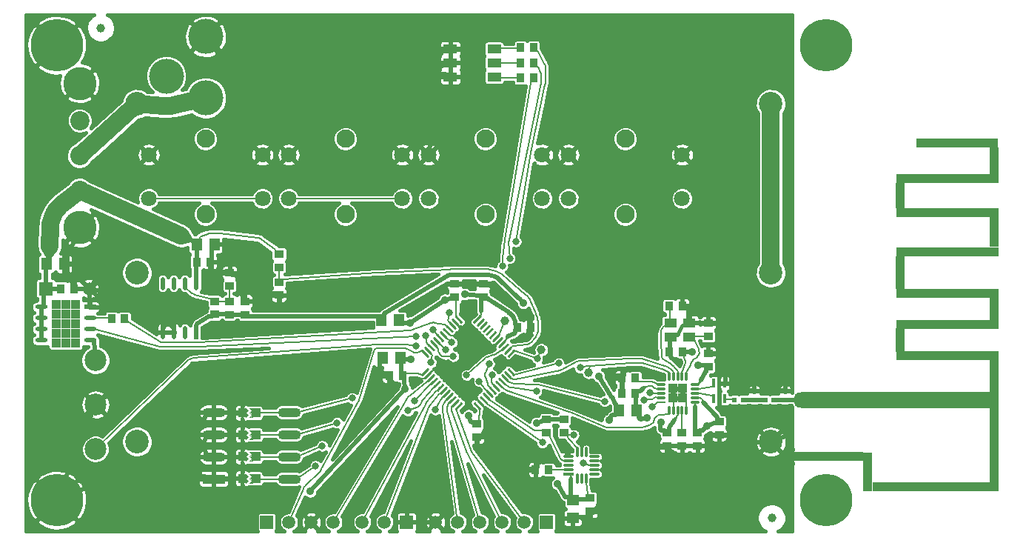
<source format=gbl>
G04 #@! TF.FileFunction,Copper,L2,Bot,Signal*
%FSLAX46Y46*%
G04 Gerber Fmt 4.6, Leading zero omitted, Abs format (unit mm)*
G04 Created by KiCad (PCBNEW (2015-08-16 BZR 6097, Git b384c94)-product) date 30.08.2015 23:23:13*
%MOMM*%
G01*
G04 APERTURE LIST*
%ADD10C,0.100000*%
%ADD11R,0.889000X1.016000*%
%ADD12R,1.143000X1.397000*%
%ADD13R,1.016000X0.889000*%
%ADD14R,1.500000X1.500000*%
%ADD15C,1.500000*%
%ADD16R,1.397000X1.143000*%
%ADD17R,0.600000X0.600000*%
%ADD18O,0.508000X1.501140*%
%ADD19R,0.508000X1.501140*%
%ADD20O,1.399540X0.508000*%
%ADD21R,1.399540X0.508000*%
%ADD22R,1.100000X1.100000*%
%ADD23C,0.270000*%
%ADD24R,1.198880X0.299720*%
%ADD25O,1.198880X0.299720*%
%ADD26O,0.299720X1.198880*%
%ADD27R,1.100000X0.280000*%
%ADD28O,1.100000X0.280000*%
%ADD29O,0.280000X1.100000*%
%ADD30R,1.000000X1.100000*%
%ADD31R,0.900000X1.100000*%
%ADD32C,6.000000*%
%ADD33R,1.600000X1.100000*%
%ADD34R,1.000000X0.900000*%
%ADD35R,0.900000X1.000000*%
%ADD36C,1.000000*%
%ADD37C,1.800860*%
%ADD38C,2.100580*%
%ADD39C,2.200000*%
%ADD40C,3.800000*%
%ADD41R,2.600000X1.100000*%
%ADD42O,2.600000X1.100000*%
%ADD43C,4.000000*%
%ADD44R,1.400000X1.000000*%
%ADD45C,2.700000*%
%ADD46R,0.350000X1.000000*%
%ADD47C,2.500000*%
%ADD48R,1.000000X3.700000*%
%ADD49R,9.420000X1.000000*%
%ADD50R,1.000000X3.100000*%
%ADD51R,1.000000X3.480000*%
%ADD52R,11.720000X1.000000*%
%ADD53R,1.000000X2.870000*%
%ADD54R,1.000000X3.800000*%
%ADD55R,1.000000X2.540000*%
%ADD56R,1.000000X2.700000*%
%ADD57O,23.440000X1.800000*%
%ADD58R,1.000000X8.600000*%
%ADD59R,14.440000X1.000000*%
%ADD60R,1.000000X4.480000*%
%ADD61R,8.000000X1.000000*%
%ADD62C,0.900000*%
%ADD63C,0.800000*%
%ADD64C,0.200000*%
%ADD65C,0.500000*%
%ADD66C,0.400000*%
%ADD67C,2.000000*%
G04 APERTURE END LIST*
D10*
X101300000Y-114700000D02*
X101300000Y-114350000D01*
X101300000Y-114350000D02*
X101150000Y-114500000D01*
X101150000Y-114500000D02*
X101250000Y-114600000D01*
X101250000Y-114600000D02*
X101250000Y-114500000D01*
X101150000Y-114950000D02*
X101300000Y-114950000D01*
X101300000Y-114950000D02*
X101300000Y-114850000D01*
X101300000Y-114850000D02*
X101250000Y-114900000D01*
X100650000Y-114900000D02*
X100750000Y-114750000D01*
X100750000Y-114750000D02*
X100650000Y-114650000D01*
X100650000Y-114650000D02*
X100650000Y-114800000D01*
X100650000Y-114350000D02*
X100750000Y-114250000D01*
X100750000Y-114250000D02*
X100650000Y-114150000D01*
X100650000Y-114150000D02*
X100650000Y-114250000D01*
X101300000Y-114050000D02*
X101200000Y-114050000D01*
X101200000Y-114050000D02*
X101300000Y-114150000D01*
X101050000Y-114000000D02*
X101350000Y-114000000D01*
X101350000Y-114000000D02*
X101350000Y-115000000D01*
X101350000Y-115000000D02*
X101050000Y-115000000D01*
X100600000Y-114000000D02*
X100850000Y-114250000D01*
X100850000Y-114250000D02*
X100600000Y-114500000D01*
X100600000Y-114500000D02*
X100850000Y-114750000D01*
X100850000Y-114750000D02*
X100600000Y-115000000D01*
X100600000Y-115000000D02*
X100600000Y-114000000D01*
X101050000Y-114500000D02*
X101300000Y-114750000D01*
X101300000Y-114750000D02*
X101050000Y-115000000D01*
X101050000Y-114500000D02*
X101300000Y-114250000D01*
X101300000Y-114250000D02*
X101050000Y-114000000D01*
X101300000Y-112200000D02*
X101300000Y-111850000D01*
X101300000Y-111850000D02*
X101150000Y-112000000D01*
X101150000Y-112000000D02*
X101250000Y-112100000D01*
X101250000Y-112100000D02*
X101250000Y-112000000D01*
X101150000Y-112450000D02*
X101300000Y-112450000D01*
X101300000Y-112450000D02*
X101300000Y-112350000D01*
X101300000Y-112350000D02*
X101250000Y-112400000D01*
X100650000Y-112400000D02*
X100750000Y-112250000D01*
X100750000Y-112250000D02*
X100650000Y-112150000D01*
X100650000Y-112150000D02*
X100650000Y-112300000D01*
X100650000Y-111850000D02*
X100750000Y-111750000D01*
X100750000Y-111750000D02*
X100650000Y-111650000D01*
X100650000Y-111650000D02*
X100650000Y-111750000D01*
X101300000Y-111550000D02*
X101200000Y-111550000D01*
X101200000Y-111550000D02*
X101300000Y-111650000D01*
X101050000Y-111500000D02*
X101350000Y-111500000D01*
X101350000Y-111500000D02*
X101350000Y-112500000D01*
X101350000Y-112500000D02*
X101050000Y-112500000D01*
X100600000Y-111500000D02*
X100850000Y-111750000D01*
X100850000Y-111750000D02*
X100600000Y-112000000D01*
X100600000Y-112000000D02*
X100850000Y-112250000D01*
X100850000Y-112250000D02*
X100600000Y-112500000D01*
X100600000Y-112500000D02*
X100600000Y-111500000D01*
X101050000Y-112000000D02*
X101300000Y-112250000D01*
X101300000Y-112250000D02*
X101050000Y-112500000D01*
X101050000Y-112000000D02*
X101300000Y-111750000D01*
X101300000Y-111750000D02*
X101050000Y-111500000D01*
X101300000Y-109700000D02*
X101300000Y-109350000D01*
X101300000Y-109350000D02*
X101150000Y-109500000D01*
X101150000Y-109500000D02*
X101250000Y-109600000D01*
X101250000Y-109600000D02*
X101250000Y-109500000D01*
X101150000Y-109950000D02*
X101300000Y-109950000D01*
X101300000Y-109950000D02*
X101300000Y-109850000D01*
X101300000Y-109850000D02*
X101250000Y-109900000D01*
X100650000Y-109900000D02*
X100750000Y-109750000D01*
X100750000Y-109750000D02*
X100650000Y-109650000D01*
X100650000Y-109650000D02*
X100650000Y-109800000D01*
X100650000Y-109350000D02*
X100750000Y-109250000D01*
X100750000Y-109250000D02*
X100650000Y-109150000D01*
X100650000Y-109150000D02*
X100650000Y-109250000D01*
X101300000Y-109050000D02*
X101200000Y-109050000D01*
X101200000Y-109050000D02*
X101300000Y-109150000D01*
X101050000Y-109000000D02*
X101350000Y-109000000D01*
X101350000Y-109000000D02*
X101350000Y-110000000D01*
X101350000Y-110000000D02*
X101050000Y-110000000D01*
X100600000Y-109000000D02*
X100850000Y-109250000D01*
X100850000Y-109250000D02*
X100600000Y-109500000D01*
X100600000Y-109500000D02*
X100850000Y-109750000D01*
X100850000Y-109750000D02*
X100600000Y-110000000D01*
X100600000Y-110000000D02*
X100600000Y-109000000D01*
X101050000Y-109500000D02*
X101300000Y-109750000D01*
X101300000Y-109750000D02*
X101050000Y-110000000D01*
X101050000Y-109500000D02*
X101300000Y-109250000D01*
X101300000Y-109250000D02*
X101050000Y-109000000D01*
X101300000Y-107200000D02*
X101300000Y-106850000D01*
X101300000Y-106850000D02*
X101150000Y-107000000D01*
X101150000Y-107000000D02*
X101250000Y-107100000D01*
X101250000Y-107100000D02*
X101250000Y-107000000D01*
X101150000Y-107450000D02*
X101300000Y-107450000D01*
X101300000Y-107450000D02*
X101300000Y-107350000D01*
X101300000Y-107350000D02*
X101250000Y-107400000D01*
X100650000Y-107400000D02*
X100750000Y-107250000D01*
X100750000Y-107250000D02*
X100650000Y-107150000D01*
X100650000Y-107150000D02*
X100650000Y-107300000D01*
X100650000Y-106850000D02*
X100750000Y-106750000D01*
X100750000Y-106750000D02*
X100650000Y-106650000D01*
X100650000Y-106650000D02*
X100650000Y-106750000D01*
X101300000Y-106550000D02*
X101200000Y-106550000D01*
X101200000Y-106550000D02*
X101300000Y-106650000D01*
X101050000Y-106500000D02*
X101350000Y-106500000D01*
X101350000Y-106500000D02*
X101350000Y-107500000D01*
X101350000Y-107500000D02*
X101050000Y-107500000D01*
X100600000Y-106500000D02*
X100850000Y-106750000D01*
X100850000Y-106750000D02*
X100600000Y-107000000D01*
X100600000Y-107000000D02*
X100850000Y-107250000D01*
X100850000Y-107250000D02*
X100600000Y-107500000D01*
X100600000Y-107500000D02*
X100600000Y-106500000D01*
X101050000Y-107000000D02*
X101300000Y-107250000D01*
X101300000Y-107250000D02*
X101050000Y-107500000D01*
X101050000Y-107000000D02*
X101300000Y-106750000D01*
X101300000Y-106750000D02*
X101050000Y-106500000D01*
D11*
X94988000Y-89750000D03*
X96512000Y-89750000D03*
D12*
X94984000Y-87750000D03*
X97016000Y-87750000D03*
D13*
X98750000Y-95762000D03*
X98750000Y-94238000D03*
X100500000Y-95762000D03*
X100500000Y-94238000D03*
D14*
X77700000Y-92800000D03*
D15*
X82700000Y-92800000D03*
D11*
X148988000Y-94750000D03*
X150512000Y-94750000D03*
D16*
X138000000Y-116984000D03*
X138000000Y-119016000D03*
D13*
X140000000Y-116738000D03*
X140000000Y-118262000D03*
X153500000Y-98262000D03*
X153500000Y-96738000D03*
D11*
X135262000Y-113500000D03*
X133738000Y-113500000D03*
X145162000Y-103000000D03*
X143638000Y-103000000D03*
D13*
X152250000Y-109238000D03*
X152250000Y-110762000D03*
D12*
X118266000Y-100750000D03*
X116234000Y-100750000D03*
D13*
X154750000Y-107988000D03*
X154750000Y-109512000D03*
X127000000Y-108238000D03*
X127000000Y-109762000D03*
X153500000Y-101762000D03*
X153500000Y-100238000D03*
D11*
X118512000Y-102750000D03*
X116988000Y-102750000D03*
X150512000Y-100000000D03*
X148988000Y-100000000D03*
D13*
X124500000Y-93762000D03*
X124500000Y-92238000D03*
D11*
X145162000Y-104800000D03*
X143638000Y-104800000D03*
D13*
X127750000Y-93762000D03*
X127750000Y-92238000D03*
D11*
X131638000Y-97200000D03*
X133162000Y-97200000D03*
D13*
X148750000Y-109238000D03*
X148750000Y-110762000D03*
D11*
X79438000Y-92800000D03*
X80962000Y-92800000D03*
D17*
X158750000Y-105500000D03*
X158750000Y-104500000D03*
D12*
X77784000Y-90000000D03*
X79816000Y-90000000D03*
D17*
X162250000Y-105500000D03*
X162250000Y-104500000D03*
D18*
X94905000Y-92206000D03*
D19*
X94905000Y-97794000D03*
D18*
X93635000Y-92206000D03*
X92365000Y-92206000D03*
X91095000Y-92206000D03*
X93635000Y-97794000D03*
X92365000Y-97794000D03*
X91095000Y-97794000D03*
D20*
X77206000Y-94895000D03*
D21*
X82794000Y-94895000D03*
D20*
X77206000Y-96165000D03*
X77206000Y-97435000D03*
X77206000Y-98705000D03*
X82794000Y-96165000D03*
X82794000Y-97435000D03*
X82794000Y-98705000D03*
D22*
X80000000Y-96800000D03*
X78900000Y-96800000D03*
X81100000Y-96800000D03*
X80000000Y-97900000D03*
X80000000Y-99000000D03*
X78900000Y-97900000D03*
X78900000Y-99000000D03*
X81100000Y-99000000D03*
X81100000Y-97900000D03*
X78900000Y-94600000D03*
X78900000Y-95700000D03*
X80000000Y-94600000D03*
X80000000Y-95700000D03*
X81100000Y-94600000D03*
X81100000Y-95700000D03*
D10*
G36*
X127389465Y-95780530D02*
X127580383Y-95971448D01*
X126731855Y-96819976D01*
X126540937Y-96629058D01*
X127389465Y-95780530D01*
X127389465Y-95780530D01*
G37*
D23*
X127743019Y-96325001D02*
X127085409Y-96982611D01*
X128096572Y-96678554D02*
X127438962Y-97336164D01*
X128450125Y-97032108D02*
X127792515Y-97689718D01*
X128803679Y-97385661D02*
X128146069Y-98043271D01*
X129157232Y-97739214D02*
X128499622Y-98396824D01*
X129510786Y-98092768D02*
X128853176Y-98750378D01*
X129864339Y-98446321D02*
X129206729Y-99103931D01*
X130217892Y-98799875D02*
X129560282Y-99457485D01*
X130571446Y-99153428D02*
X129913836Y-99811038D01*
X130924999Y-99506981D02*
X130267389Y-100164591D01*
X131278552Y-99860535D02*
X130620942Y-100518145D01*
X131278552Y-102639465D02*
X130620942Y-101981855D01*
X130924999Y-102993019D02*
X130267389Y-102335409D01*
X130571446Y-103346572D02*
X129913836Y-102688962D01*
X130217892Y-103700125D02*
X129560282Y-103042515D01*
X129864339Y-104053679D02*
X129206729Y-103396069D01*
X129510786Y-104407232D02*
X128853176Y-103749622D01*
X129157232Y-104760786D02*
X128499622Y-104103176D01*
X128803679Y-105114339D02*
X128146069Y-104456729D01*
X128450125Y-105467892D02*
X127792515Y-104810282D01*
X128096572Y-105821446D02*
X127438962Y-105163836D01*
X127743019Y-106174999D02*
X127085409Y-105517389D01*
X127389465Y-106528552D02*
X126731855Y-105870942D01*
X125268145Y-105870942D02*
X124610535Y-106528552D01*
X124914591Y-105517389D02*
X124256981Y-106174999D01*
X124561038Y-105163836D02*
X123903428Y-105821446D01*
X124207485Y-104810282D02*
X123549875Y-105467892D01*
X123853931Y-104456729D02*
X123196321Y-105114339D01*
X123500378Y-104103176D02*
X122842768Y-104760786D01*
X123146824Y-103749622D02*
X122489214Y-104407232D01*
X122793271Y-103396069D02*
X122135661Y-104053679D01*
X122439718Y-103042515D02*
X121782108Y-103700125D01*
X122086164Y-102688962D02*
X121428554Y-103346572D01*
X121732611Y-102335409D02*
X121075001Y-102993019D01*
X121379058Y-101981855D02*
X120721448Y-102639465D01*
X121379058Y-100518145D02*
X120721448Y-99860535D01*
X121732611Y-100164591D02*
X121075001Y-99506981D01*
X122086164Y-99811038D02*
X121428554Y-99153428D01*
X122439718Y-99457485D02*
X121782108Y-98799875D01*
X122793271Y-99103931D02*
X122135661Y-98446321D01*
X123146824Y-98750378D02*
X122489214Y-98092768D01*
X123500378Y-98396824D02*
X122842768Y-97739214D01*
X123853931Y-98043271D02*
X123196321Y-97385661D01*
X124207485Y-97689718D02*
X123549875Y-97032108D01*
X124561038Y-97336164D02*
X123903428Y-96678554D01*
X124914591Y-96982611D02*
X124256981Y-96325001D01*
X125268145Y-96629058D02*
X124610535Y-95971448D01*
D24*
X137498860Y-114000760D03*
D25*
X137498860Y-113500380D03*
X137498860Y-113000000D03*
X137498860Y-112499620D03*
X137498860Y-111999240D03*
D26*
X138499620Y-111498860D03*
X139000000Y-111498860D03*
X139500380Y-111498860D03*
D25*
X140501140Y-111999240D03*
X140501140Y-112499620D03*
X140501140Y-113000000D03*
X140501140Y-113500380D03*
X140501140Y-114000760D03*
D26*
X139500380Y-114501140D03*
X139000000Y-114501140D03*
X138499620Y-114501140D03*
D27*
X148050000Y-105750000D03*
D28*
X148050000Y-105250000D03*
X148050000Y-104750000D03*
X148050000Y-104250000D03*
X148050000Y-103750000D03*
D29*
X149000000Y-102800000D03*
X149500000Y-102800000D03*
X150000000Y-102800000D03*
X150500000Y-102800000D03*
X151000000Y-102800000D03*
D28*
X151950000Y-103750000D03*
X151950000Y-104250000D03*
X151950000Y-104750000D03*
X151950000Y-105250000D03*
X151950000Y-105750000D03*
D29*
X151000000Y-106700000D03*
X150500000Y-106700000D03*
X150000000Y-106700000D03*
X149500000Y-106700000D03*
X149000000Y-106700000D03*
D22*
X149450000Y-105300000D03*
X150550000Y-105300000D03*
X149450000Y-104200000D03*
X150550000Y-104200000D03*
D30*
X101750000Y-114500000D03*
D31*
X100200000Y-114500000D03*
D30*
X101750000Y-112000000D03*
D31*
X100200000Y-112000000D03*
D30*
X101750000Y-109500000D03*
D31*
X100200000Y-109500000D03*
D30*
X101750000Y-107000000D03*
D31*
X100200000Y-107000000D03*
D32*
X79000000Y-65000000D03*
X79000000Y-117000000D03*
X167000000Y-65000000D03*
X167000000Y-117000000D03*
D12*
X145266000Y-106750000D03*
X143234000Y-106750000D03*
X118145000Y-96432400D03*
X116113000Y-96432400D03*
D17*
X161000000Y-105500000D03*
X160000000Y-105500000D03*
D33*
X124000000Y-65400000D03*
X124000000Y-67000000D03*
X124000000Y-68600000D03*
X129000000Y-65400000D03*
X129000000Y-67000000D03*
X129000000Y-68600000D03*
D34*
X97000000Y-95750000D03*
X97000000Y-94250000D03*
X98750000Y-92500000D03*
X98750000Y-91000000D03*
D35*
X133500000Y-67000000D03*
X132000000Y-67000000D03*
X133500000Y-65250000D03*
X132000000Y-65250000D03*
X133500000Y-68750000D03*
X132000000Y-68750000D03*
D34*
X150500000Y-109250000D03*
X150500000Y-110750000D03*
X135000000Y-107750000D03*
X135000000Y-109250000D03*
X137000000Y-109250000D03*
X137000000Y-107750000D03*
D35*
X86750000Y-96200000D03*
X85250000Y-96200000D03*
D36*
X84000000Y-63000000D03*
X160750000Y-119000000D03*
D37*
X89500140Y-77500640D03*
X89500140Y-82499360D03*
X102499860Y-82499360D03*
X102499860Y-77500640D03*
D38*
X96000000Y-75682000D03*
X96000000Y-84318000D03*
D37*
X105500140Y-77500640D03*
X105500140Y-82499360D03*
X118499860Y-82499360D03*
X118499860Y-77500640D03*
D38*
X112000000Y-75682000D03*
X112000000Y-84318000D03*
D37*
X121500140Y-77500640D03*
X121500140Y-82499360D03*
X134499860Y-82499360D03*
X134499860Y-77500640D03*
D38*
X128000000Y-75682000D03*
X128000000Y-84318000D03*
D37*
X137500140Y-77500640D03*
X137500140Y-82499360D03*
X150499860Y-82499360D03*
X150499860Y-77500640D03*
D38*
X144000000Y-75682000D03*
X144000000Y-84318000D03*
D39*
X81600000Y-81600000D03*
X81600000Y-77600000D03*
X81600000Y-73600000D03*
D40*
X81600000Y-85850000D03*
X81600000Y-69350000D03*
D41*
X96932000Y-114560000D03*
D42*
X96932000Y-112020000D03*
X96932000Y-109480000D03*
X96932000Y-106940000D03*
X105568000Y-106940000D03*
X105568000Y-109480000D03*
X105568000Y-112020000D03*
X105568000Y-114560000D03*
D36*
X130250000Y-96500000D03*
X139800000Y-102400000D03*
X134400000Y-99800000D03*
D43*
X96000000Y-64000000D03*
X91500000Y-68500000D03*
X96000000Y-71000000D03*
D14*
X103000000Y-119500000D03*
D15*
X105540000Y-119500000D03*
X108080000Y-119500000D03*
X110620000Y-119500000D03*
D14*
X135000000Y-119500000D03*
D15*
X132460000Y-119500000D03*
X129920000Y-119500000D03*
X127380000Y-119500000D03*
X124840000Y-119500000D03*
X122300000Y-119500000D03*
D14*
X119000000Y-119500000D03*
D15*
X116460000Y-119500000D03*
X113920000Y-119500000D03*
D44*
X149150000Y-96700000D03*
X151350000Y-96700000D03*
X151350000Y-98300000D03*
X149150000Y-98300000D03*
D45*
X88150000Y-91000000D03*
X88150000Y-110300000D03*
X160650000Y-110300000D03*
X160650000Y-91000000D03*
X160650000Y-71700000D03*
X88150000Y-71700000D03*
D46*
X155400000Y-105400000D03*
X154750000Y-105400000D03*
X154100000Y-105400000D03*
X154100000Y-103600000D03*
X154750000Y-103600000D03*
X155400000Y-103600000D03*
D17*
X157500000Y-105500000D03*
X156500000Y-105500000D03*
D34*
X104400000Y-88850000D03*
X104400000Y-90350000D03*
X104400000Y-92050000D03*
X104400000Y-93550000D03*
D47*
X83400000Y-100980000D03*
X83400000Y-106060000D03*
X83400000Y-111140000D03*
D48*
X186190000Y-105600000D03*
D49*
X181980000Y-76130000D03*
D50*
X186190000Y-78175000D03*
D51*
X186190000Y-86330000D03*
D52*
X180830000Y-84090000D03*
D53*
X175470000Y-82155000D03*
D52*
X180830000Y-80220000D03*
X180830000Y-88570000D03*
D54*
X175470000Y-90965000D03*
D52*
X180830000Y-93360000D03*
D55*
X186190000Y-95140000D03*
D56*
X175470000Y-98700000D03*
D57*
X174970000Y-105500000D03*
D58*
X186190000Y-110690000D03*
D59*
X179470000Y-115480000D03*
D60*
X171750000Y-113740000D03*
D61*
X167250000Y-112000000D03*
D48*
X186190000Y-102800000D03*
D52*
X180830000Y-100500000D03*
X180830000Y-96910000D03*
D62*
X156400000Y-114400000D03*
X159200000Y-112600000D03*
X163000000Y-112000000D03*
X96707600Y-90908100D03*
X91730000Y-96653800D03*
X95704200Y-110581000D03*
X115898000Y-102153000D03*
X137148000Y-111199000D03*
X135557000Y-112010000D03*
X139012000Y-110250000D03*
X155272000Y-106590000D03*
X155275000Y-102452000D03*
X157630000Y-104351000D03*
X159879000Y-104345000D03*
X161139000Y-104345000D03*
X154800000Y-96800000D03*
X154800000Y-100200000D03*
X150115000Y-101189000D03*
X154769000Y-110748000D03*
X142556000Y-102617000D03*
X148159000Y-102870000D03*
X120020000Y-103337000D03*
X117727000Y-103838000D03*
X128596000Y-99597300D03*
X131168100Y-94656700D03*
X127107000Y-110934000D03*
X132622000Y-113444000D03*
X162600000Y-120000000D03*
X162600000Y-116600000D03*
X162600000Y-106800000D03*
X159600000Y-106800000D03*
X157000000Y-106800000D03*
X156531000Y-108717000D03*
X158294000Y-110478000D03*
X158400000Y-108400000D03*
X162600000Y-109600000D03*
X162600000Y-103200000D03*
X162600000Y-99800000D03*
X162600000Y-96200000D03*
X162600000Y-92600000D03*
X162600000Y-88200000D03*
X162600000Y-83800000D03*
X162600000Y-78400000D03*
X162600000Y-74200000D03*
X162600000Y-69800000D03*
X162600000Y-66000000D03*
X162600000Y-62000000D03*
X159200000Y-62000000D03*
X159200000Y-66000000D03*
X159200000Y-69800000D03*
X155000000Y-62000000D03*
X151000000Y-62000000D03*
X146800000Y-62000000D03*
X142200000Y-62000000D03*
X157800000Y-74200900D03*
X158735000Y-78199800D03*
X158600000Y-83600000D03*
X158400000Y-88200000D03*
X158400000Y-92800000D03*
X158400000Y-96400000D03*
X158400000Y-100000000D03*
X158800000Y-103200000D03*
X153600000Y-95400000D03*
X150400000Y-93400000D03*
X153600000Y-91400000D03*
X153800000Y-86600000D03*
X153800000Y-82000000D03*
X154000000Y-76800000D03*
X154000000Y-71600000D03*
X153600000Y-66400000D03*
X148600000Y-66400000D03*
X148600000Y-71600000D03*
X143800000Y-66200000D03*
X144200000Y-71800000D03*
X146598000Y-77495500D03*
X140810000Y-77495900D03*
X147000000Y-81200000D03*
X140600000Y-81200000D03*
X140600000Y-85200000D03*
X147000000Y-85200000D03*
X149600000Y-87400000D03*
X140400000Y-89600000D03*
X146800000Y-89400000D03*
X146800000Y-94400000D03*
X140400000Y-94600000D03*
X144000000Y-91800000D03*
X137200000Y-91600000D03*
X135600000Y-88000000D03*
X132600000Y-92400000D03*
X136800000Y-96200000D03*
X140656000Y-99145200D03*
X147000000Y-99800000D03*
X143600000Y-97400000D03*
X140079000Y-106610000D03*
X137357000Y-105771000D03*
X136133000Y-103268000D03*
X131800000Y-101200000D03*
X129600000Y-101400000D03*
X126592000Y-104907000D03*
X124386500Y-103480800D03*
X125672000Y-99667100D03*
X125590000Y-95482200D03*
X130431000Y-77502700D03*
X125021000Y-77496300D03*
X124600000Y-81400000D03*
X129800000Y-81400000D03*
X124600000Y-85600000D03*
X128400000Y-87600000D03*
X125387900Y-89302900D03*
X126029000Y-92305200D03*
X120600000Y-85800000D03*
X119400000Y-92400000D03*
X115600000Y-91800000D03*
X117800000Y-87400000D03*
X112200000Y-87800000D03*
X108400000Y-84200000D03*
X115800000Y-84200000D03*
X115200000Y-77600000D03*
X109000000Y-77600000D03*
X112000000Y-80200000D03*
X122200000Y-72800000D03*
X125400000Y-71400000D03*
X130800000Y-71000000D03*
X137800000Y-71800000D03*
X138000000Y-66400000D03*
X134800000Y-62200000D03*
X129400000Y-62200000D03*
X124200000Y-62000000D03*
X119000000Y-62200000D03*
X119200000Y-66800000D03*
X117600000Y-72400000D03*
X114200000Y-67000000D03*
X114200000Y-62200000D03*
X113200000Y-72200000D03*
X108400000Y-72200000D03*
X108200000Y-67400000D03*
X108200000Y-62200000D03*
X102400000Y-62200000D03*
X102400000Y-67200000D03*
X102200000Y-72200000D03*
X98600000Y-67400000D03*
X88800000Y-62400000D03*
X87200000Y-67600000D03*
X92600000Y-76400000D03*
X96000000Y-80000000D03*
X99400000Y-76000000D03*
X87200000Y-79200000D03*
X92000000Y-89200000D03*
X98600000Y-87800000D03*
X98800000Y-89800000D03*
X101800000Y-88000000D03*
X107200000Y-88000000D03*
X102400000Y-93000000D03*
X107400000Y-92600000D03*
X113200000Y-93000000D03*
X110400000Y-94800000D03*
X103000000Y-97400000D03*
X108200000Y-97200000D03*
X97400000Y-97600000D03*
X91000000Y-94400000D03*
X94800000Y-95400000D03*
X90000000Y-101800000D03*
X94600000Y-101600000D03*
X99400000Y-101600000D03*
X104000000Y-101200000D03*
X109200000Y-101000000D03*
X110689400Y-103608500D03*
X106400000Y-104000000D03*
X101200000Y-104400000D03*
X95800000Y-104600000D03*
X111200000Y-115000000D03*
X114200000Y-115800000D03*
X116800000Y-111000000D03*
X115600000Y-105600000D03*
X122200000Y-108800000D03*
X123000000Y-114000000D03*
X118600000Y-117400000D03*
X120800000Y-112200000D03*
X129600000Y-113800000D03*
X132200000Y-111200000D03*
X129600000Y-109200000D03*
X132400000Y-106800000D03*
X130400000Y-105600000D03*
X140000000Y-120000000D03*
X157800000Y-120000000D03*
X158400000Y-116800000D03*
X141400000Y-115600000D03*
X142200000Y-111800000D03*
X147200000Y-111000000D03*
X150400000Y-112200000D03*
X153600000Y-112200000D03*
X144400000Y-109800000D03*
X140429000Y-109192000D03*
X123000000Y-117400000D03*
X125600000Y-117400000D03*
X127800000Y-117400000D03*
X132613900Y-98355900D03*
X116461600Y-116800200D03*
X99800000Y-119400000D03*
X96000000Y-119400000D03*
X92200000Y-119400000D03*
X87600000Y-119200000D03*
X83000000Y-119400000D03*
X77200000Y-112200000D03*
X77200000Y-108400000D03*
X77200000Y-104600000D03*
X77200000Y-100600000D03*
X80600000Y-102800000D03*
X80400000Y-108000000D03*
X80816700Y-112493900D03*
X84600000Y-114600000D03*
X88800000Y-114800000D03*
X93600000Y-115000000D03*
X91800000Y-111000000D03*
X93200000Y-108800000D03*
X91000000Y-106200000D03*
X151800000Y-114600000D03*
X160400000Y-114800000D03*
X148000000Y-114000000D03*
X133000000Y-96000000D03*
X128800000Y-92400000D03*
X136000000Y-99600000D03*
X163000000Y-112800000D03*
X163000000Y-111200000D03*
X86000000Y-99800000D03*
X86000000Y-104000000D03*
X86200000Y-106800000D03*
X81200000Y-90000000D03*
X84600000Y-90000000D03*
X86800000Y-87000000D03*
X86000000Y-93400000D03*
X132400000Y-117200000D03*
X135000000Y-116200000D03*
X143400000Y-120000000D03*
X146800000Y-120000000D03*
X150200000Y-120000000D03*
X153800000Y-120000000D03*
X153800000Y-116800000D03*
X150000000Y-116800000D03*
X146800000Y-117000000D03*
X143200000Y-117200000D03*
X144800000Y-114000000D03*
X130000000Y-117600000D03*
X142145600Y-107842800D03*
X132347600Y-94429100D03*
X140976200Y-102823400D03*
D63*
X146782800Y-104692000D03*
X133913600Y-100786700D03*
X138826700Y-101852700D03*
X136396500Y-101326300D03*
X147045000Y-106281700D03*
X141643000Y-105688700D03*
X146182200Y-105536800D03*
X133834000Y-104543900D03*
X129959800Y-90241500D03*
X128773500Y-102682100D03*
X130785900Y-89324500D03*
X128440200Y-101397300D03*
X131486700Y-87406300D03*
X123420400Y-99775900D03*
X108567200Y-113061100D03*
X122277400Y-106631600D03*
X109331000Y-110780900D03*
X119167600Y-106759300D03*
X111014300Y-108142500D03*
X119857000Y-105619900D03*
X112766900Y-105322100D03*
X121781200Y-101250000D03*
X134524900Y-110399700D03*
X138100100Y-109549200D03*
X139243400Y-112762800D03*
X124330500Y-100536600D03*
D62*
X133850600Y-108170400D03*
X136240000Y-115120000D03*
X126082800Y-107288400D03*
X107967000Y-115990800D03*
X118836900Y-104306500D03*
X119486900Y-100890500D03*
X119366100Y-96709600D03*
X123354000Y-94081500D03*
X125646000Y-93442500D03*
X151606600Y-100053500D03*
X152341900Y-101586500D03*
X146472000Y-107595700D03*
X148102900Y-108086700D03*
X153319400Y-108465700D03*
D63*
X127297600Y-103402100D03*
X120040100Y-98227200D03*
X121147400Y-98148500D03*
X122044400Y-97495200D03*
X124153600Y-98946200D03*
X123870300Y-95584800D03*
X125856200Y-102674800D03*
X120065900Y-99339700D03*
D64*
X155475000Y-105450000D02*
X155400000Y-105400000D01*
X155575000Y-105450000D02*
X155475000Y-105450000D01*
X156200000Y-105450000D02*
X155575000Y-105450000D01*
X156300000Y-105450000D02*
X156200000Y-105450000D01*
X156500000Y-105500000D02*
X156300000Y-105450000D01*
D65*
X167250000Y-112000000D02*
X163000000Y-112000000D01*
X86000000Y-104000000D02*
X86200000Y-106800000D01*
X86000000Y-99800000D02*
X86000000Y-104000000D01*
X84600000Y-90000000D02*
X86800000Y-87000000D01*
X84600000Y-90000000D02*
X82700000Y-92800000D01*
X79816000Y-90000000D02*
X81200000Y-90000000D01*
X86000000Y-93400000D02*
X91000000Y-94400000D01*
X86000000Y-104000000D02*
X90000000Y-101800000D01*
X163000000Y-111200000D02*
X162600000Y-109600000D01*
X163000000Y-112800000D02*
X163000000Y-111200000D01*
X160400000Y-114800000D02*
X159200000Y-112600000D01*
X150400000Y-112200000D02*
X151800000Y-114600000D01*
X148000000Y-114000000D02*
X150400000Y-112200000D01*
X136000000Y-99600000D02*
X136800000Y-96200000D01*
X93200000Y-108800000D02*
X91000000Y-106200000D01*
X91800000Y-111000000D02*
X93200000Y-108800000D01*
X96000000Y-119400000D02*
X93600000Y-115000000D01*
X96000000Y-119400000D02*
X92200000Y-119400000D01*
X96000000Y-119400000D02*
X99800000Y-119400000D01*
X84600000Y-114600000D02*
X79000000Y-117000000D01*
X87600000Y-119200000D02*
X84600000Y-114600000D01*
X87600000Y-119200000D02*
X83000000Y-119400000D01*
X87600000Y-119200000D02*
X92200000Y-119400000D01*
X87600000Y-119200000D02*
X88800000Y-114800000D01*
X80400000Y-108000000D02*
X80816700Y-112493900D01*
X77200000Y-104600000D02*
X77200000Y-100600000D01*
X77200000Y-104600000D02*
X80600000Y-102800000D01*
X77200000Y-108400000D02*
X77200000Y-112200000D01*
X77200000Y-108400000D02*
X77200000Y-104600000D01*
X77200000Y-108400000D02*
X80400000Y-108000000D01*
X98600000Y-67400000D02*
X96000000Y-64000000D01*
X128008000Y-92400000D02*
X127750000Y-92238000D01*
X128258000Y-92400000D02*
X128008000Y-92400000D01*
X128800000Y-92400000D02*
X128258000Y-92400000D01*
X131635000Y-95130800D02*
X131168100Y-94656700D01*
X131773700Y-95250400D02*
X131826000Y-95282400D01*
X131677900Y-95174400D02*
X131773700Y-95250400D01*
X131635000Y-95130800D02*
X131677900Y-95174400D01*
X133000000Y-96000000D02*
X131826000Y-95282400D01*
X82700000Y-92800000D02*
X86000000Y-93400000D01*
X80767500Y-92542000D02*
X80962000Y-92800000D01*
X80767500Y-92292000D02*
X80767500Y-92542000D01*
X80757500Y-92217700D02*
X80747800Y-92194800D01*
X80767500Y-92267000D02*
X80757500Y-92217700D01*
X80767500Y-92292000D02*
X80767500Y-92267000D01*
X80157200Y-90795700D02*
X80747800Y-92194800D01*
X80147500Y-90772800D02*
X80157200Y-90795700D01*
X80137500Y-90723500D02*
X80147500Y-90772800D01*
X80137500Y-90698500D02*
X80137500Y-90723500D01*
X80137500Y-90448500D02*
X80137500Y-90698500D01*
X79816000Y-90000000D02*
X80137500Y-90448500D01*
X104150000Y-93350000D02*
X104400000Y-93550000D01*
X103900000Y-93350000D02*
X104150000Y-93350000D01*
X103885200Y-93350000D02*
X103900000Y-93350000D01*
X103856100Y-93346600D02*
X103885200Y-93350000D01*
X103842100Y-93343200D02*
X103856100Y-93346600D01*
X102400000Y-93000000D02*
X103842100Y-93343200D01*
X83400000Y-106060000D02*
X86000000Y-104000000D01*
X82700000Y-94891000D02*
X82794000Y-94895000D01*
X82700000Y-94641000D02*
X82700000Y-94891000D01*
X82700000Y-92800000D02*
X82700000Y-94641000D01*
X79000000Y-117000000D02*
X80816700Y-112493900D01*
X80816700Y-112493900D02*
X83400000Y-106060000D01*
X132930700Y-97838600D02*
X132613900Y-98355900D01*
X132967500Y-97742600D02*
X132967500Y-97708000D01*
X132948800Y-97809000D02*
X132967500Y-97742600D01*
X132930700Y-97838600D02*
X132948800Y-97809000D01*
X132967500Y-97458000D02*
X132967500Y-97708000D01*
X133162000Y-97200000D02*
X132967500Y-97458000D01*
X81406500Y-92800000D02*
X82700000Y-92800000D01*
X81156500Y-92800000D02*
X81406500Y-92800000D01*
X80962000Y-92800000D02*
X81156500Y-92800000D01*
X124386500Y-103480800D02*
X126592000Y-104907000D01*
X80157800Y-89202700D02*
X81600000Y-85850000D01*
X80137400Y-89276200D02*
X80137500Y-89301500D01*
X80147800Y-89226000D02*
X80137400Y-89276200D01*
X80157800Y-89202700D02*
X80147800Y-89226000D01*
X80137500Y-89551500D02*
X80137500Y-89301500D01*
X79816000Y-90000000D02*
X80137500Y-89551500D01*
X124431200Y-102030400D02*
X124384000Y-102013000D01*
X124485500Y-102114700D02*
X124431200Y-102030400D01*
X124481900Y-102164900D02*
X124485500Y-102114700D01*
X124386500Y-103480800D02*
X124481900Y-102164900D01*
X133000000Y-96692000D02*
X133000000Y-96000000D01*
X133000000Y-96942000D02*
X133000000Y-96692000D01*
X133162000Y-97200000D02*
X133000000Y-96942000D01*
X131168100Y-94656700D02*
X128800000Y-92400000D01*
D64*
X141466800Y-112972200D02*
X141404300Y-112706300D01*
X141613100Y-112772400D02*
X141660000Y-112708000D01*
X141404300Y-112706300D02*
X141447000Y-112739000D01*
X141404300Y-112706300D02*
X141392000Y-112654000D01*
X124649800Y-98002900D02*
X124637000Y-98013400D01*
X124649800Y-98002900D02*
X124666000Y-97994800D01*
X141404300Y-112706300D02*
X141188000Y-112540800D01*
X141466800Y-112972200D02*
X141538000Y-112620000D01*
X124025500Y-102040200D02*
X124384000Y-102013000D01*
X127900000Y-106559000D02*
X127956000Y-106915000D01*
D65*
X140654500Y-118020800D02*
X140508000Y-118068000D01*
X156400000Y-114400000D02*
X153800000Y-116800000D01*
D64*
X141187000Y-112540000D02*
X141508000Y-112473000D01*
X141467000Y-112973000D02*
X141613100Y-112772400D01*
X124649800Y-98002900D02*
X124890000Y-97805000D01*
X124890000Y-97805000D02*
X124883000Y-98132200D01*
X124373000Y-98140500D02*
X124675000Y-98267400D01*
X124649800Y-98002900D02*
X124373000Y-98140500D01*
X124025000Y-102040000D02*
X124332000Y-102154000D01*
X124025000Y-102040000D02*
X124311000Y-101882000D01*
X127900000Y-106559000D02*
X127812000Y-106874000D01*
X127900000Y-106559000D02*
X128081000Y-106832000D01*
X149500000Y-105750000D02*
X149450000Y-105300000D01*
X149500000Y-105850000D02*
X149500000Y-105750000D01*
X149500000Y-106290000D02*
X149500000Y-105850000D01*
X149500000Y-106700000D02*
X149500000Y-106290000D01*
X151002000Y-105785000D02*
X150550000Y-105300000D01*
X151000000Y-106700000D02*
X151002000Y-105785000D01*
D65*
X122749000Y-68262900D02*
X122751000Y-68267500D01*
X122720000Y-68201500D02*
X122749000Y-68262900D01*
X122697000Y-68068600D02*
X122720000Y-68201500D01*
X122704000Y-68001500D02*
X122697000Y-68068600D01*
X122752000Y-67506300D02*
X122704000Y-68001500D01*
X122754000Y-67486200D02*
X122752000Y-67506300D01*
X122761000Y-67446800D02*
X122754000Y-67486200D01*
X122767000Y-67427100D02*
X122761000Y-67446800D01*
X96706500Y-90258400D02*
X96707600Y-90908100D01*
X96706500Y-90258000D02*
X96706500Y-90258400D01*
X96706500Y-90008000D02*
X96706500Y-90258000D01*
X96512000Y-89750000D02*
X96706500Y-90008000D01*
X97682000Y-112020000D02*
X96932000Y-112020000D01*
X99750000Y-112020000D02*
X97682000Y-112020000D01*
X100000000Y-112020000D02*
X99750000Y-112020000D01*
X100200000Y-112000000D02*
X100000000Y-112020000D01*
X123124000Y-67311700D02*
X122768000Y-67425000D01*
X123143000Y-67305900D02*
X123124000Y-67311700D01*
X123181000Y-67300000D02*
X123143000Y-67305900D01*
X123200000Y-67300000D02*
X123181000Y-67300000D01*
X123450000Y-67300000D02*
X123200000Y-67300000D01*
X124000000Y-67000000D02*
X123450000Y-67300000D01*
D64*
X141538000Y-112620000D02*
X141188000Y-112540800D01*
X140951000Y-112500000D02*
X140501100Y-112499600D01*
X140978000Y-112500000D02*
X140951000Y-112500000D01*
X141034000Y-112506000D02*
X140978000Y-112500000D01*
X141061000Y-112512000D02*
X141034000Y-112506000D01*
X141188000Y-112540800D02*
X141061000Y-112512000D01*
D65*
X124834000Y-98247900D02*
X124733000Y-98129100D01*
X124861000Y-98279700D02*
X124834000Y-98247900D01*
X124910000Y-98348900D02*
X124861000Y-98279700D01*
X124931000Y-98386200D02*
X124910000Y-98348900D01*
X125672000Y-99667100D02*
X124931000Y-98386200D01*
X96182000Y-109480000D02*
X96932000Y-109480000D01*
X95704200Y-110581000D02*
X96182000Y-109480000D01*
X91095000Y-97297400D02*
X91095000Y-97794000D01*
X91730000Y-96653800D02*
X91095000Y-97297400D01*
X158700000Y-104450000D02*
X158750000Y-104500000D01*
X158450000Y-104450000D02*
X158700000Y-104450000D01*
X158442000Y-104450000D02*
X158450000Y-104450000D01*
X158427000Y-104449000D02*
X158442000Y-104450000D01*
X158419000Y-104448000D02*
X158427000Y-104449000D01*
X157630000Y-104351000D02*
X158419000Y-104448000D01*
X154008000Y-100200000D02*
X154800000Y-100200000D01*
X153758000Y-100200000D02*
X154008000Y-100200000D01*
X153500000Y-100238000D02*
X153758000Y-100200000D01*
X121500100Y-77500600D02*
X122200000Y-72800000D01*
X119500000Y-119500000D02*
X119000000Y-119500000D01*
X119750000Y-119500000D02*
X119500000Y-119500000D01*
X122300000Y-119500000D02*
X119750000Y-119500000D01*
X154769000Y-110748000D02*
X158294000Y-110478000D01*
D64*
X141441000Y-113100000D02*
X141466800Y-112972200D01*
X141424000Y-113184000D02*
X141441000Y-113100000D01*
X141334000Y-113332000D02*
X141424000Y-113184000D01*
X141200000Y-113442000D02*
X141334000Y-113332000D01*
X141037000Y-113500000D02*
X141200000Y-113442000D01*
X140951000Y-113500000D02*
X141037000Y-113500000D01*
X140501100Y-113500400D02*
X140951000Y-113500000D01*
D65*
X96706500Y-88198500D02*
X97016000Y-87750000D01*
X96706500Y-88448500D02*
X96706500Y-88198500D01*
X96706500Y-89242000D02*
X96706500Y-88448500D01*
X96706500Y-89492000D02*
X96706500Y-89242000D01*
X96512000Y-89750000D02*
X96706500Y-89492000D01*
X116794000Y-102492000D02*
X116988000Y-102750000D01*
X116544000Y-102492000D02*
X116794000Y-102492000D01*
X116510000Y-102492000D02*
X116544000Y-102492000D01*
X116446000Y-102474000D02*
X116510000Y-102492000D01*
X116417000Y-102458000D02*
X116446000Y-102474000D01*
X115898000Y-102153000D02*
X116417000Y-102458000D01*
D64*
X139000000Y-111042000D02*
X139012000Y-110250000D01*
X139000000Y-111049000D02*
X139000000Y-111042000D01*
X139000000Y-111498900D02*
X139000000Y-111049000D01*
D65*
X92365000Y-97297400D02*
X92365000Y-97794000D01*
X91730000Y-96653800D02*
X92365000Y-97297400D01*
X98250000Y-90908100D02*
X96707600Y-90908100D01*
X98500000Y-90908100D02*
X98250000Y-90908100D01*
X98750000Y-91000000D02*
X98500000Y-90908100D01*
X162200000Y-104450000D02*
X162250000Y-104500000D01*
X161950000Y-104450000D02*
X162200000Y-104450000D01*
X161942000Y-104450000D02*
X161950000Y-104450000D01*
X161925000Y-104449000D02*
X161942000Y-104450000D01*
X161917000Y-104448000D02*
X161925000Y-104449000D01*
X161139000Y-104345000D02*
X161917000Y-104448000D01*
D64*
X124733000Y-98129100D02*
X124889400Y-97805500D01*
X124915000Y-96982600D02*
X124585800Y-96653800D01*
X125028000Y-97095600D02*
X124915000Y-96982600D01*
X125081000Y-97410300D02*
X125028000Y-97095600D01*
X125011000Y-97554000D02*
X125081000Y-97410300D01*
X124889400Y-97805500D02*
X125011000Y-97554000D01*
D65*
X154800000Y-100200000D02*
X155275000Y-102452000D01*
X123182000Y-68299300D02*
X122751000Y-68267500D01*
X123186000Y-68299600D02*
X123182000Y-68299300D01*
X123196000Y-68300000D02*
X123186000Y-68299600D01*
X123200000Y-68300000D02*
X123196000Y-68300000D01*
X123450000Y-68300000D02*
X123200000Y-68300000D01*
X124000000Y-68600000D02*
X123450000Y-68300000D01*
D64*
X124733000Y-98129100D02*
X124373000Y-98140500D01*
X124222000Y-98145300D02*
X124373000Y-98140500D01*
X124177000Y-98146700D02*
X124222000Y-98145300D01*
X124088000Y-98131800D02*
X124177000Y-98146700D01*
X124046000Y-98116000D02*
X124088000Y-98131800D01*
X123854000Y-98043300D02*
X124046000Y-98116000D01*
X123525100Y-97714500D02*
X123854000Y-98043300D01*
D65*
X117270000Y-103448000D02*
X117727000Y-103838000D01*
X117228000Y-103412000D02*
X117270000Y-103448000D01*
X117182000Y-103313000D02*
X117228000Y-103412000D01*
X117182000Y-103258000D02*
X117182000Y-103313000D01*
X117182000Y-103008000D02*
X117182000Y-103258000D01*
X116988000Y-102750000D02*
X117182000Y-103008000D01*
X142200000Y-111800000D02*
X141538000Y-112620000D01*
X133932000Y-113242000D02*
X133738000Y-113500000D01*
X133932000Y-112992000D02*
X133932000Y-113242000D01*
X133932000Y-112923000D02*
X133932000Y-112992000D01*
X134003000Y-112804000D02*
X133932000Y-112923000D01*
X134064000Y-112772000D02*
X134003000Y-112804000D01*
X134558000Y-112507000D02*
X134064000Y-112772000D01*
X134573000Y-112499000D02*
X134558000Y-112507000D01*
X135557000Y-112010000D02*
X134573000Y-112499000D01*
D64*
X137148000Y-111999000D02*
X137148000Y-111199000D01*
X137498900Y-111999200D02*
X137148000Y-111999000D01*
D65*
X115912000Y-101454000D02*
X115898000Y-102153000D01*
X115912000Y-101448000D02*
X115912000Y-101454000D01*
X115912000Y-101198000D02*
X115912000Y-101448000D01*
X116234000Y-100750000D02*
X115912000Y-101198000D01*
X154008000Y-96800000D02*
X154800000Y-96800000D01*
X153758000Y-96800000D02*
X154008000Y-96800000D01*
X153500000Y-96738000D02*
X153758000Y-96800000D01*
X150250000Y-110756000D02*
X150500000Y-110750000D01*
X150000000Y-110756000D02*
X150250000Y-110756000D01*
X149258000Y-110756000D02*
X150000000Y-110756000D01*
X149008000Y-110756000D02*
X149258000Y-110756000D01*
X148750000Y-110762000D02*
X149008000Y-110756000D01*
D64*
X155325000Y-103200000D02*
X155400000Y-103600000D01*
X155325000Y-103100000D02*
X155325000Y-103200000D01*
X155325000Y-103090000D02*
X155325000Y-103100000D01*
X155325000Y-103082000D02*
X155325000Y-103090000D01*
X155323000Y-103040000D02*
X155325000Y-103082000D01*
X155275000Y-102452000D02*
X155323000Y-103040000D01*
D65*
X143444000Y-102742000D02*
X143638000Y-103000000D01*
X143194000Y-102742000D02*
X143444000Y-102742000D01*
X143181000Y-102742000D02*
X143194000Y-102742000D01*
X143156000Y-102740000D02*
X143181000Y-102742000D01*
X143144000Y-102737000D02*
X143156000Y-102740000D01*
X142556000Y-102617000D02*
X143144000Y-102737000D01*
X149308000Y-100725000D02*
X150115000Y-101189000D01*
X149250000Y-100691000D02*
X149308000Y-100725000D01*
X149182000Y-100575000D02*
X149250000Y-100691000D01*
X149182000Y-100508000D02*
X149182000Y-100575000D01*
X149182000Y-100258000D02*
X149182000Y-100508000D01*
X148988000Y-100000000D02*
X149182000Y-100258000D01*
X95882000Y-114260000D02*
X96932000Y-114560000D01*
X95632000Y-114260000D02*
X95882000Y-114260000D01*
X95539800Y-114260000D02*
X95632000Y-114260000D01*
X95399300Y-114140000D02*
X95539800Y-114260000D01*
X95385000Y-114048000D02*
X95399300Y-114140000D01*
X95095000Y-112190000D02*
X95385000Y-114048000D01*
X95067400Y-112013000D02*
X95095000Y-112190000D01*
X95127200Y-111660000D02*
X95067400Y-112013000D01*
X95212000Y-111501000D02*
X95127200Y-111660000D01*
X95704200Y-110581000D02*
X95212000Y-111501000D01*
X95377100Y-110230000D02*
X95704200Y-110581000D01*
X95264400Y-110109000D02*
X95377100Y-110230000D01*
X95119400Y-109810000D02*
X95264400Y-110109000D01*
X95069400Y-109481000D02*
X95119400Y-109810000D01*
X95118400Y-109154000D02*
X95069400Y-109481000D01*
X95190400Y-109004000D02*
X95118400Y-109154000D01*
X96182000Y-106940000D02*
X95190400Y-109004000D01*
X96932000Y-106940000D02*
X96182000Y-106940000D01*
X139625000Y-110361000D02*
X139012000Y-110250000D01*
X139695000Y-110373000D02*
X139625000Y-110361000D01*
X139826000Y-110426000D02*
X139695000Y-110373000D01*
X139884000Y-110464000D02*
X139826000Y-110426000D01*
X141334000Y-111414000D02*
X139884000Y-110464000D01*
X141381000Y-111444000D02*
X141334000Y-111414000D01*
X141462000Y-111518000D02*
X141381000Y-111444000D01*
X141497000Y-111561000D02*
X141462000Y-111518000D01*
X142200000Y-111800000D02*
X141497000Y-111561000D01*
X97682000Y-106940000D02*
X96932000Y-106940000D01*
X99750000Y-106940000D02*
X97682000Y-106940000D01*
X100000000Y-106940000D02*
X99750000Y-106940000D01*
X100200000Y-107000000D02*
X100000000Y-106940000D01*
X154769000Y-109706000D02*
X154750000Y-109512000D01*
X154769000Y-109956000D02*
X154769000Y-109706000D01*
X154769000Y-110748000D02*
X154769000Y-109956000D01*
X150706000Y-95008000D02*
X150512000Y-94750000D01*
X150956000Y-95008000D02*
X150706000Y-95008000D01*
X151060000Y-95008000D02*
X150956000Y-95008000D01*
X151206000Y-95154400D02*
X151060000Y-95008000D01*
X151206000Y-95258000D02*
X151206000Y-95154400D01*
X151206000Y-96200000D02*
X151206000Y-95258000D01*
X151206000Y-96450000D02*
X151206000Y-96200000D01*
X151350000Y-96700000D02*
X151206000Y-96450000D01*
X96182000Y-112020000D02*
X96932000Y-112020000D01*
X95704200Y-110581000D02*
X96182000Y-112020000D01*
D64*
X154825000Y-103200000D02*
X154750000Y-103600000D01*
X154825000Y-103100000D02*
X154825000Y-103200000D01*
X154825000Y-103054000D02*
X154825000Y-103100000D01*
X154846000Y-102964000D02*
X154825000Y-103054000D01*
X154866000Y-102924000D02*
X154846000Y-102964000D01*
X154934000Y-102785000D02*
X154866000Y-102924000D01*
X154987000Y-102676000D02*
X154934000Y-102785000D01*
X155160000Y-102506000D02*
X154987000Y-102676000D01*
X155271000Y-102454000D02*
X155160000Y-102506000D01*
X155275000Y-102452000D02*
X155271000Y-102454000D01*
D65*
X97982000Y-114530000D02*
X96932000Y-114560000D01*
X98232000Y-114530000D02*
X97982000Y-114530000D01*
X99750000Y-114530000D02*
X98232000Y-114530000D01*
X100000000Y-114530000D02*
X99750000Y-114530000D01*
X100200000Y-114500000D02*
X100000000Y-114530000D01*
X122658000Y-66794100D02*
X122768000Y-67425000D01*
X122654000Y-66770900D02*
X122658000Y-66794100D01*
X122650000Y-66724000D02*
X122654000Y-66770900D01*
X122650000Y-66700000D02*
X122650000Y-66724000D01*
X122650000Y-66450000D02*
X122650000Y-66700000D01*
X122650000Y-66361000D02*
X122650000Y-66450000D01*
X122706000Y-66191000D02*
X122650000Y-66361000D01*
X122760000Y-66119800D02*
X122706000Y-66191000D01*
X123000000Y-65799900D02*
X122760000Y-66119800D01*
X123036000Y-65752700D02*
X123000000Y-65799900D01*
X123141000Y-65700000D02*
X123036000Y-65752700D01*
X123200000Y-65700000D02*
X123141000Y-65700000D01*
X123450000Y-65700000D02*
X123200000Y-65700000D01*
X124000000Y-65400000D02*
X123450000Y-65700000D01*
X149069000Y-98550000D02*
X149150000Y-98300000D01*
X149069000Y-98800000D02*
X149069000Y-98550000D01*
X149069000Y-99492000D02*
X149069000Y-98800000D01*
X149069000Y-99742000D02*
X149069000Y-99492000D01*
X148988000Y-100000000D02*
X149069000Y-99742000D01*
X152758000Y-110748000D02*
X154769000Y-110748000D01*
X152508000Y-110748000D02*
X152758000Y-110748000D01*
X152250000Y-110762000D02*
X152508000Y-110748000D01*
D64*
X154915000Y-106153000D02*
X155272000Y-106590000D01*
X154871000Y-106099000D02*
X154915000Y-106153000D01*
X154825000Y-105969000D02*
X154871000Y-106099000D01*
X154825000Y-105900000D02*
X154825000Y-105969000D01*
X154825000Y-105800000D02*
X154825000Y-105900000D01*
X154750000Y-105400000D02*
X154825000Y-105800000D01*
D65*
X125008000Y-92305200D02*
X126029000Y-92305200D01*
X124758000Y-92305200D02*
X125008000Y-92305200D01*
X124500000Y-92238000D02*
X124758000Y-92305200D01*
X125672000Y-99667100D02*
X128596000Y-99597300D01*
D64*
X127085000Y-105517000D02*
X127414200Y-105846200D01*
X127076000Y-105508000D02*
X127085000Y-105517000D01*
X127057000Y-105487000D02*
X127076000Y-105508000D01*
X127049000Y-105476000D02*
X127057000Y-105487000D01*
X126592000Y-104907000D02*
X127049000Y-105476000D01*
X129207000Y-99103900D02*
X129535500Y-98775100D01*
X129203000Y-99107400D02*
X129207000Y-99103900D01*
X129194000Y-99116000D02*
X129203000Y-99107400D01*
X129175000Y-99132800D02*
X129194000Y-99116000D01*
X129166000Y-99140400D02*
X129175000Y-99132800D01*
X128596000Y-99597300D02*
X129166000Y-99140400D01*
D65*
X125046000Y-101334000D02*
X125672000Y-99667100D01*
X124997000Y-101463000D02*
X125046000Y-101334000D01*
X124832000Y-101681000D02*
X124997000Y-101463000D01*
X124722000Y-101763000D02*
X124832000Y-101681000D01*
X124384000Y-102013000D02*
X124722000Y-101763000D01*
X151992000Y-110756000D02*
X152250000Y-110762000D01*
X151742000Y-110756000D02*
X151992000Y-110756000D01*
X151000000Y-110756000D02*
X151742000Y-110756000D01*
X150750000Y-110756000D02*
X151000000Y-110756000D01*
X150500000Y-110750000D02*
X150750000Y-110756000D01*
X151800000Y-96719000D02*
X151350000Y-96700000D01*
X152050000Y-96719000D02*
X151800000Y-96719000D01*
X152992000Y-96719000D02*
X152050000Y-96719000D01*
X153242000Y-96719000D02*
X152992000Y-96719000D01*
X153500000Y-96738000D02*
X153242000Y-96719000D01*
X139742000Y-118456000D02*
X140000000Y-118262000D01*
X139742000Y-118706000D02*
X139742000Y-118456000D01*
X139742000Y-118810000D02*
X139742000Y-118706000D01*
X139596000Y-118956000D02*
X139742000Y-118810000D01*
X139492000Y-118956000D02*
X139596000Y-118956000D01*
X138698000Y-118956000D02*
X139492000Y-118956000D01*
X138448000Y-118956000D02*
X138698000Y-118956000D01*
X138000000Y-119016000D02*
X138448000Y-118956000D01*
X97682000Y-109480000D02*
X96932000Y-109480000D01*
X99750000Y-109480000D02*
X97682000Y-109480000D01*
X100000000Y-109480000D02*
X99750000Y-109480000D01*
X100200000Y-109500000D02*
X100000000Y-109480000D01*
D64*
X121733000Y-102335000D02*
X121403800Y-102664200D01*
X121796000Y-102272000D02*
X121733000Y-102335000D01*
X121959000Y-102197000D02*
X121796000Y-102272000D01*
X122048000Y-102190000D02*
X121959000Y-102197000D01*
X124025500Y-102040200D02*
X122048000Y-102190000D01*
X121075000Y-102993000D02*
X121403800Y-102664200D01*
X121072000Y-102996000D02*
X121075000Y-102993000D01*
X121025000Y-103042000D02*
X121072000Y-102996000D01*
X120910000Y-103107000D02*
X121025000Y-103042000D01*
X120847000Y-103124000D02*
X120910000Y-103107000D01*
X120020000Y-103337000D02*
X120847000Y-103124000D01*
X127743000Y-106175000D02*
X127414200Y-105846200D01*
X127746000Y-106178000D02*
X127743000Y-106175000D01*
X127801000Y-106234000D02*
X127746000Y-106178000D01*
X127871000Y-106374000D02*
X127801000Y-106234000D01*
X127883000Y-106451000D02*
X127871000Y-106374000D01*
X127900000Y-106559000D02*
X127883000Y-106451000D01*
D65*
X143638000Y-103258000D02*
X143638000Y-103000000D01*
X143638000Y-103508000D02*
X143638000Y-103258000D01*
X143638000Y-104292000D02*
X143638000Y-103508000D01*
X143638000Y-104542000D02*
X143638000Y-104292000D01*
X143638000Y-104800000D02*
X143638000Y-104542000D01*
X133544000Y-113444000D02*
X133738000Y-113500000D01*
X133294000Y-113444000D02*
X133544000Y-113444000D01*
X132622000Y-113444000D02*
X133294000Y-113444000D01*
X158294000Y-110478000D02*
X160650000Y-110300000D01*
X142200000Y-111800000D02*
X147200000Y-111000000D01*
X140577000Y-118067000D02*
X140654400Y-118020800D01*
X140508000Y-118068000D02*
X140577000Y-118067000D01*
X141049000Y-117284000D02*
X141400000Y-115600000D01*
X141041000Y-117325000D02*
X141049000Y-117284000D01*
X141013000Y-117405000D02*
X141041000Y-117325000D01*
X140993000Y-117442000D02*
X141013000Y-117405000D01*
X140728000Y-117936000D02*
X140993000Y-117442000D01*
X140696000Y-117996000D02*
X140728000Y-117936000D01*
X140654400Y-118020800D02*
X140696000Y-117996000D01*
X99000000Y-91200000D02*
X98750000Y-91000000D01*
X99250000Y-91200000D02*
X99000000Y-91200000D01*
X99317000Y-91200000D02*
X99250000Y-91200000D01*
X99433000Y-91267000D02*
X99317000Y-91200000D01*
X99466500Y-91325000D02*
X99433000Y-91267000D01*
X99726300Y-91774900D02*
X99466500Y-91325000D01*
X99745500Y-91807900D02*
X99726300Y-91774900D01*
X99774600Y-91880200D02*
X99745500Y-91807900D01*
X99783900Y-91917500D02*
X99774600Y-91880200D01*
X100235000Y-93733300D02*
X99783900Y-91917500D01*
X100238000Y-93747900D02*
X100235000Y-93733300D01*
X100242000Y-93778200D02*
X100238000Y-93747900D01*
X100242000Y-93793500D02*
X100242000Y-93778200D01*
X100242000Y-94043500D02*
X100242000Y-93793500D01*
X100500000Y-94238000D02*
X100242000Y-94043500D01*
X127492000Y-92305200D02*
X127750000Y-92238000D01*
X127242000Y-92305200D02*
X127492000Y-92305200D01*
X126029000Y-92305200D02*
X127242000Y-92305200D01*
X143832000Y-102742000D02*
X143638000Y-103000000D01*
X143832000Y-102492000D02*
X143832000Y-102742000D01*
X143832000Y-102423000D02*
X143832000Y-102492000D01*
X143903000Y-102304000D02*
X143832000Y-102423000D01*
X143964000Y-102272000D02*
X143903000Y-102304000D01*
X144458000Y-102007000D02*
X143964000Y-102272000D01*
X144517000Y-101975000D02*
X144458000Y-102007000D01*
X144649000Y-101942000D02*
X144517000Y-101975000D01*
X144718000Y-101942000D02*
X144649000Y-101942000D01*
X145606000Y-101942000D02*
X144718000Y-101942000D01*
X145656000Y-101942000D02*
X145606000Y-101942000D01*
X145754000Y-101960000D02*
X145656000Y-101942000D01*
X145801000Y-101978000D02*
X145754000Y-101960000D01*
X148159000Y-102870000D02*
X145801000Y-101978000D01*
D66*
X149650000Y-98050000D02*
X149150000Y-98300000D01*
X149850000Y-98050000D02*
X149650000Y-98050000D01*
X149925000Y-98050000D02*
X149850000Y-98050000D01*
X150050000Y-97967100D02*
X149925000Y-98050000D01*
X150080000Y-97898200D02*
X150050000Y-97967100D01*
X150420000Y-97101800D02*
X150080000Y-97898200D01*
X150450000Y-97032900D02*
X150420000Y-97101800D01*
X150575000Y-96950000D02*
X150450000Y-97032900D01*
X150650000Y-96950000D02*
X150575000Y-96950000D01*
X150850000Y-96950000D02*
X150650000Y-96950000D01*
X151350000Y-96700000D02*
X150850000Y-96950000D01*
D65*
X127107000Y-110206000D02*
X127107000Y-110934000D01*
X127107000Y-109956000D02*
X127107000Y-110206000D01*
X127000000Y-109762000D02*
X127107000Y-109956000D01*
X128054000Y-107728000D02*
X127956000Y-106915000D01*
X128056000Y-107744000D02*
X128054000Y-107728000D01*
X128058000Y-107777000D02*
X128056000Y-107744000D01*
X128058000Y-107794000D02*
X128058000Y-107777000D01*
X128058000Y-108682000D02*
X128058000Y-107794000D01*
X128058000Y-108750000D02*
X128058000Y-108682000D01*
X128025000Y-108882000D02*
X128058000Y-108750000D01*
X127993000Y-108942000D02*
X128025000Y-108882000D01*
X127728000Y-109436000D02*
X127993000Y-108942000D01*
X127696000Y-109496000D02*
X127728000Y-109436000D01*
X127577000Y-109567000D02*
X127696000Y-109496000D01*
X127508000Y-109568000D02*
X127577000Y-109567000D01*
X127258000Y-109568000D02*
X127508000Y-109568000D01*
X127000000Y-109762000D02*
X127258000Y-109568000D01*
X122658000Y-68806200D02*
X122751000Y-68267500D01*
X122655000Y-68827400D02*
X122658000Y-68806200D01*
X122200000Y-72800000D02*
X122655000Y-68827400D01*
X141650000Y-112899000D02*
X141613100Y-112772400D01*
X141651000Y-113000000D02*
X141650000Y-112899000D01*
X141651000Y-114001000D02*
X141651000Y-113000000D01*
X141651000Y-114034000D02*
X141651000Y-114001000D01*
X141645000Y-114098000D02*
X141651000Y-114034000D01*
X141639000Y-114130000D02*
X141645000Y-114098000D01*
X141400000Y-115600000D02*
X141639000Y-114130000D01*
X141594000Y-112707000D02*
X141540000Y-112622000D01*
X141613100Y-112772400D02*
X141594000Y-112707000D01*
X148204000Y-110959000D02*
X147200000Y-111000000D01*
X148214000Y-110958000D02*
X148204000Y-110959000D01*
X148232000Y-110956000D02*
X148214000Y-110958000D01*
X148242000Y-110956000D02*
X148232000Y-110956000D01*
X148492000Y-110956000D02*
X148242000Y-110956000D01*
X148750000Y-110762000D02*
X148492000Y-110956000D01*
X149008000Y-110956000D02*
X148750000Y-110762000D01*
X149008000Y-111206000D02*
X149008000Y-110956000D01*
X150400000Y-112200000D02*
X149008000Y-111206000D01*
X144400000Y-109800000D02*
X142200000Y-111800000D01*
X140258000Y-118068000D02*
X140000000Y-118262000D01*
X140508000Y-118068000D02*
X140258000Y-118068000D01*
X156400000Y-114400000D02*
X158400000Y-116800000D01*
X156400000Y-114400000D02*
X153600000Y-112200000D01*
X156400000Y-114400000D02*
X154769000Y-110748000D01*
X156400000Y-114400000D02*
X157800000Y-120000000D01*
X162600000Y-116600000D02*
X162600000Y-120000000D01*
X162600000Y-116600000D02*
X163000000Y-112800000D01*
X162600000Y-109600000D02*
X160650000Y-110300000D01*
X162600000Y-109600000D02*
X162600000Y-106800000D01*
X155745000Y-110212000D02*
X156531000Y-108717000D01*
X155700000Y-110298000D02*
X155745000Y-110212000D01*
X155556000Y-110429000D02*
X155700000Y-110298000D01*
X155465000Y-110466000D02*
X155556000Y-110429000D01*
X154769000Y-110748000D02*
X155465000Y-110466000D01*
X156531000Y-108717000D02*
X158400000Y-108400000D01*
X156531000Y-108717000D02*
X157000000Y-106800000D01*
X158400000Y-108400000D02*
X159600000Y-106800000D01*
X158800000Y-103200000D02*
X157630000Y-104351000D01*
X162600000Y-103200000D02*
X161139000Y-104345000D01*
X162600000Y-103200000D02*
X162600000Y-99800000D01*
X158400000Y-100000000D02*
X158800000Y-103200000D01*
X158400000Y-92800000D02*
X158400000Y-96400000D01*
X160800000Y-93400000D02*
X162600000Y-92600000D01*
X158400000Y-92800000D02*
X160800000Y-93400000D01*
X158400000Y-92800000D02*
X158400000Y-88200000D01*
X158400000Y-92800000D02*
X162600000Y-96200000D01*
X158400000Y-92800000D02*
X153600000Y-91400000D01*
X158400000Y-96400000D02*
X158400000Y-100000000D01*
X158600000Y-83600000D02*
X153800000Y-86600000D01*
X149600000Y-87400000D02*
X146800000Y-89400000D01*
X149600000Y-87400000D02*
X147000000Y-85200000D01*
X149600000Y-87400000D02*
X153800000Y-86600000D01*
X149600000Y-87400000D02*
X153600000Y-91400000D01*
X149600000Y-87400000D02*
X150400000Y-93400000D01*
X149600000Y-87400000D02*
X147000000Y-81200000D01*
X147593000Y-90009700D02*
X149600000Y-87400000D01*
X147519000Y-90105300D02*
X147593000Y-90009700D01*
X147330000Y-90256500D02*
X147519000Y-90105300D01*
X147220000Y-90307400D02*
X147330000Y-90256500D01*
X144000000Y-91800000D02*
X147220000Y-90307400D01*
X149600000Y-87400000D02*
X153800000Y-82000000D01*
X137200000Y-91600000D02*
X135600000Y-88000000D01*
X137200000Y-91600000D02*
X140400000Y-89600000D01*
X137200000Y-91600000D02*
X132600000Y-92400000D01*
X137200000Y-91600000D02*
X140400000Y-94600000D01*
X137200000Y-91600000D02*
X136800000Y-96200000D01*
X137200000Y-91600000D02*
X140600000Y-85200000D01*
X143600000Y-97400000D02*
X140656000Y-99145200D01*
X143600000Y-97400000D02*
X147000000Y-99800000D01*
X143600000Y-97400000D02*
X146800000Y-94400000D01*
X140400000Y-94600000D02*
X143600000Y-97400000D01*
X153500000Y-96738000D02*
X153600000Y-95400000D01*
X162600000Y-88200000D02*
X162600000Y-83800000D01*
X162600000Y-83800000D02*
X162600000Y-78400000D01*
X162600000Y-78400000D02*
X162600000Y-74200000D01*
X115600000Y-91800000D02*
X113200000Y-93000000D01*
X140429000Y-109192000D02*
X139012000Y-110250000D01*
X140000000Y-120000000D02*
X140000000Y-118262000D01*
X140600000Y-81200000D02*
X137500100Y-77500600D01*
X126009000Y-96398400D02*
X125590000Y-95482200D01*
X125997000Y-96861000D02*
X126009000Y-96398400D01*
X126339000Y-98168600D02*
X125997000Y-96861000D01*
X125672000Y-99667100D02*
X126339000Y-98168600D01*
X159200000Y-112600000D02*
X156400000Y-114400000D01*
D64*
X141466800Y-112972200D02*
X141392000Y-112654400D01*
X141466800Y-112972200D02*
X141659200Y-112708400D01*
X124025500Y-102040200D02*
X124311300Y-101881800D01*
X124025500Y-102040200D02*
X124331900Y-102153600D01*
X127900100Y-106559400D02*
X128081000Y-106832100D01*
X127900100Y-106559400D02*
X127811600Y-106874500D01*
X141467000Y-112973000D02*
X141463100Y-112775300D01*
X141467000Y-112973000D02*
X141656300Y-112916100D01*
X141188000Y-112540800D02*
X141506900Y-112473300D01*
X141188000Y-112540800D02*
X141446700Y-112739100D01*
X124889400Y-97805500D02*
X124882900Y-98132000D01*
X124889400Y-97805500D02*
X124637500Y-98013400D01*
X124373200Y-98140500D02*
X124666200Y-97994800D01*
X124373200Y-98140500D02*
X124674800Y-98267400D01*
D65*
X146591100Y-117184400D02*
X146800000Y-120000000D01*
X146591100Y-117184400D02*
X143400000Y-120000000D01*
X146578300Y-117012300D02*
X146591100Y-117184400D01*
X146578300Y-117012300D02*
X143200000Y-117200000D01*
X146568000Y-116873000D02*
X146578300Y-117012300D01*
X146800000Y-117000000D02*
X146568000Y-116873000D01*
X146800000Y-117000000D02*
X150000000Y-116800000D01*
X146800000Y-117000000D02*
X144800000Y-114000000D01*
X146800000Y-117000000D02*
X146591100Y-117184400D01*
X146800000Y-117000000D02*
X150200000Y-120000000D01*
X153800000Y-120000000D02*
X153800000Y-116800000D01*
X146800000Y-117000000D02*
X146578300Y-117012300D01*
X143200000Y-117200000D02*
X140654500Y-118020800D01*
D64*
X154025000Y-105000000D02*
X154100000Y-105400000D01*
X153925000Y-105000000D02*
X154025000Y-105000000D01*
X153920800Y-105000000D02*
X153925000Y-105000000D01*
X153912400Y-104999300D02*
X153920800Y-105000000D01*
X153908300Y-104998600D02*
X153912400Y-104999300D01*
X152527400Y-104764100D02*
X153908300Y-104998600D01*
X152402600Y-104750000D02*
X152360000Y-104750000D01*
X152486100Y-104757100D02*
X152402600Y-104750000D01*
X152527400Y-104764100D02*
X152486100Y-104757100D01*
X151950000Y-104750000D02*
X152360000Y-104750000D01*
X154025000Y-104000000D02*
X154100000Y-103600000D01*
X153925000Y-104000000D02*
X154025000Y-104000000D01*
X153912800Y-104000700D02*
X153908700Y-104001300D01*
X153921000Y-104000000D02*
X153912800Y-104000700D01*
X153925000Y-104000000D02*
X153921000Y-104000000D01*
X152441400Y-104243300D02*
X153908700Y-104001300D01*
X152421000Y-104246700D02*
X152441400Y-104243300D01*
X152380100Y-104250000D02*
X152421000Y-104246700D01*
X152360000Y-104250000D02*
X152380100Y-104250000D01*
X151950000Y-104250000D02*
X152360000Y-104250000D01*
D65*
X78200000Y-92800000D02*
X77700000Y-92800000D01*
X78450000Y-92800000D02*
X78200000Y-92800000D01*
X78993500Y-92800000D02*
X78450000Y-92800000D01*
X79243500Y-92800000D02*
X78993500Y-92800000D01*
X79438000Y-92800000D02*
X79243500Y-92800000D01*
D64*
X104000000Y-88500000D02*
X104400000Y-88850000D01*
X104000000Y-88400000D02*
X104000000Y-88500000D01*
X103978000Y-88332900D02*
X103958300Y-88318800D01*
X104000000Y-88375800D02*
X103978000Y-88332900D01*
X104000000Y-88400000D02*
X104000000Y-88375800D01*
X102383400Y-87187700D02*
X103958300Y-88318800D01*
X102043700Y-87021700D02*
X101916800Y-87006700D01*
X102280800Y-87113900D02*
X102043700Y-87021700D01*
X102383400Y-87187700D02*
X102280800Y-87113900D01*
X97651800Y-86505200D02*
X101916800Y-87006700D01*
X97603900Y-86501400D02*
X97587500Y-86501400D01*
X97635600Y-86503300D02*
X97603900Y-86501400D01*
X97651800Y-86505200D02*
X97635600Y-86503300D01*
X96444500Y-86501400D02*
X97587500Y-86501400D01*
X96303500Y-86517700D02*
X96258800Y-86533700D01*
X96397300Y-86501400D02*
X96303500Y-86517700D01*
X96444500Y-86501400D02*
X96397300Y-86501400D01*
X95471100Y-86816200D02*
X96258800Y-86533700D01*
X95305500Y-86972400D02*
X95305500Y-87051500D01*
X95396500Y-86843000D02*
X95305500Y-86972400D01*
X95471100Y-86816200D02*
X95396500Y-86843000D01*
X95305500Y-87151500D02*
X95305500Y-87051500D01*
X94984000Y-87750000D02*
X95305500Y-87151500D01*
D67*
X78252700Y-85712600D02*
X78158700Y-88002500D01*
X78267400Y-85350600D02*
X78252700Y-85712600D01*
X78454400Y-84641100D02*
X78267400Y-85350600D01*
X78787400Y-83993900D02*
X78454400Y-84641100D01*
X79251600Y-83433200D02*
X78787400Y-83993900D01*
X79538500Y-83209300D02*
X79251600Y-83433200D01*
X81600000Y-81600000D02*
X79538500Y-83209300D01*
D65*
X94905000Y-91709400D02*
X94905000Y-92206000D01*
X94905000Y-90258000D02*
X94905000Y-91709400D01*
X94905000Y-90008000D02*
X94905000Y-90258000D01*
X94988000Y-89750000D02*
X94905000Y-90008000D01*
X77206000Y-94895000D02*
X77206000Y-96165000D01*
X94310600Y-87279800D02*
X93145500Y-86760000D01*
X94386000Y-87301500D02*
X94412500Y-87301500D01*
X94334600Y-87290500D02*
X94386000Y-87301500D01*
X94310600Y-87279800D02*
X94334600Y-87290500D01*
X94662500Y-87301500D02*
X94412500Y-87301500D01*
X94984000Y-87750000D02*
X94662500Y-87301500D01*
X77206000Y-96165000D02*
X77206000Y-97435000D01*
X77742000Y-90448500D02*
X77784000Y-90000000D01*
X77742000Y-90698500D02*
X77742000Y-90448500D01*
X77742000Y-92050000D02*
X77742000Y-90698500D01*
X77742000Y-92300000D02*
X77742000Y-92050000D01*
X77700000Y-92800000D02*
X77742000Y-92300000D01*
X94986000Y-89492000D02*
X94988000Y-89750000D01*
X94986000Y-89242000D02*
X94986000Y-89492000D01*
X94986000Y-88448500D02*
X94986000Y-89242000D01*
X94986000Y-88198500D02*
X94986000Y-88448500D01*
X94984000Y-87750000D02*
X94986000Y-88198500D01*
X77453000Y-93300000D02*
X77700000Y-92800000D01*
X77453000Y-93550000D02*
X77453000Y-93300000D01*
X77453000Y-94895000D02*
X77453000Y-93550000D01*
X77206000Y-94895000D02*
X77453000Y-94895000D01*
X78105700Y-89291200D02*
X78158700Y-88002500D01*
X78105700Y-89291200D02*
X78105500Y-89301500D01*
X78105500Y-89551500D02*
X78105500Y-89301500D01*
X77784000Y-90000000D02*
X78105500Y-89551500D01*
D67*
X81600000Y-81600000D02*
X93145500Y-86760000D01*
D65*
X77206000Y-97435000D02*
X77206000Y-98705000D01*
X94310600Y-87279800D02*
X93300900Y-87493700D01*
X94310600Y-87279800D02*
X93795300Y-86385500D01*
X78105700Y-89291200D02*
X77531200Y-88413100D01*
X78105700Y-89291200D02*
X78750400Y-88463300D01*
X142446100Y-107323300D02*
X142145600Y-107842800D01*
X142479500Y-107265500D02*
X142446100Y-107323300D01*
X142595500Y-107198500D02*
X142479500Y-107265500D01*
X142449200Y-105186000D02*
X140976200Y-102823400D01*
X142465000Y-105212200D02*
X142449200Y-105186000D01*
X142878800Y-105926100D02*
X142465000Y-105212200D01*
X142895300Y-105954600D02*
X142878800Y-105926100D01*
X142912500Y-106018600D02*
X142895300Y-105954600D01*
X142912500Y-106051500D02*
X142912500Y-106018600D01*
X142912500Y-106301500D02*
X142912500Y-106051500D01*
X143234000Y-106750000D02*
X142912500Y-106301500D01*
X100758000Y-95956500D02*
X100500000Y-95762000D01*
X101008000Y-95956500D02*
X100758000Y-95956500D01*
X101008500Y-95956500D02*
X101008000Y-95956500D01*
X115541000Y-95983900D02*
X101008500Y-95956500D01*
X115541500Y-95983900D02*
X115541000Y-95983900D01*
X115791500Y-95983900D02*
X115541500Y-95983900D01*
X116113000Y-96432400D02*
X115791500Y-95983900D01*
X98492000Y-95756000D02*
X98750000Y-95762000D01*
X98242000Y-95756000D02*
X98492000Y-95756000D01*
X97500000Y-95756000D02*
X98242000Y-95756000D01*
X97250000Y-95756000D02*
X97500000Y-95756000D01*
X97000000Y-95750000D02*
X97250000Y-95756000D01*
X142662500Y-107198500D02*
X142595500Y-107198500D01*
X142912500Y-107198500D02*
X142662500Y-107198500D01*
X143234000Y-106750000D02*
X142912500Y-107198500D01*
X116434500Y-95983900D02*
X116113000Y-96432400D01*
X116434500Y-95733900D02*
X116434500Y-95983900D01*
X116434500Y-95667400D02*
X116434500Y-95733900D01*
X116500600Y-95552000D02*
X116434500Y-95667400D01*
X116558000Y-95518300D02*
X116500600Y-95552000D01*
X123713600Y-91319100D02*
X116558000Y-95518300D01*
X123776900Y-91281900D02*
X123713600Y-91319100D01*
X123918600Y-91243400D02*
X123776900Y-91281900D01*
X123992000Y-91243400D02*
X123918600Y-91243400D01*
X128258000Y-91243400D02*
X123992000Y-91243400D01*
X128292900Y-91243400D02*
X128258000Y-91243400D01*
X128362500Y-91252200D02*
X128292900Y-91243400D01*
X128396900Y-91261200D02*
X128362500Y-91252200D01*
X129052500Y-91432300D02*
X128396900Y-91261200D01*
X129176300Y-91464700D02*
X129052500Y-91432300D01*
X129398500Y-91588800D02*
X129176300Y-91464700D01*
X129489900Y-91676000D02*
X129398500Y-91588800D01*
X131858000Y-93932700D02*
X129489900Y-91676000D01*
X131880700Y-93955000D02*
X131858000Y-93932700D01*
X132347600Y-94429100D02*
X131880700Y-93955000D01*
X100242000Y-95762000D02*
X100500000Y-95762000D01*
X99992000Y-95762000D02*
X100242000Y-95762000D01*
X99258000Y-95762000D02*
X99992000Y-95762000D01*
X99008000Y-95762000D02*
X99258000Y-95762000D01*
X98750000Y-95762000D02*
X99008000Y-95762000D01*
X94909000Y-97293400D02*
X94905000Y-97794000D01*
X94909000Y-97043400D02*
X94909000Y-97293400D01*
X94909000Y-96979100D02*
X94909000Y-97043400D01*
X94971200Y-96866300D02*
X94909000Y-96979100D01*
X95025900Y-96831800D02*
X94971200Y-96866300D01*
X96366900Y-95988400D02*
X95025900Y-96831800D01*
X96396900Y-95969500D02*
X96366900Y-95988400D01*
X96464900Y-95950000D02*
X96396900Y-95969500D01*
X96500000Y-95950000D02*
X96464900Y-95950000D01*
X96750000Y-95950000D02*
X96500000Y-95950000D01*
X97000000Y-95750000D02*
X96750000Y-95950000D01*
D64*
X145506500Y-103408000D02*
X145162000Y-103000000D01*
X145606500Y-103408000D02*
X145506500Y-103408000D01*
X145607400Y-103408000D02*
X145606500Y-103408000D01*
X146794000Y-103418400D02*
X145607400Y-103408000D01*
X147026600Y-103420600D02*
X146794000Y-103418400D01*
X147460300Y-103588800D02*
X147026600Y-103420600D01*
X147632600Y-103743400D02*
X147460300Y-103588800D01*
X147640000Y-103750000D02*
X147632600Y-103743400D01*
X148050000Y-103750000D02*
X147640000Y-103750000D01*
X129614800Y-97940900D02*
X130250000Y-96500000D01*
X129596000Y-97983400D02*
X129614800Y-97940900D01*
X129543600Y-98060000D02*
X129596000Y-97983400D01*
X129510800Y-98092800D02*
X129543600Y-98060000D01*
X129182000Y-98421600D02*
X129510800Y-98092800D01*
X131278500Y-99860500D02*
X130949700Y-100189300D01*
X133913600Y-100786700D02*
X131278500Y-99860500D01*
X147640000Y-104750000D02*
X148050000Y-104750000D01*
X147620700Y-104750000D02*
X147640000Y-104750000D01*
X147584000Y-104748600D02*
X147620700Y-104750000D01*
X147564900Y-104747200D02*
X147584000Y-104748600D01*
X147564900Y-104747100D02*
X147564900Y-104747200D01*
X147560800Y-104746800D02*
X147564900Y-104747100D01*
X146782800Y-104692000D02*
X147560800Y-104746800D01*
X134400000Y-99800000D02*
X133913600Y-100786700D01*
X144600100Y-101293700D02*
X139962800Y-101643600D01*
X144612700Y-101292800D02*
X144600100Y-101293700D01*
X144636500Y-101291900D02*
X144612700Y-101292800D01*
X144649000Y-101291900D02*
X144636500Y-101291900D01*
X145656000Y-101291900D02*
X144649000Y-101291900D01*
X145685600Y-101291900D02*
X145656000Y-101291900D01*
X145744400Y-101297300D02*
X145685600Y-101291900D01*
X145773400Y-101302600D02*
X145744400Y-101297300D01*
X145871400Y-101320600D02*
X145773400Y-101302600D01*
X145888600Y-101323700D02*
X145871400Y-101320600D01*
X145922800Y-101331900D02*
X145888600Y-101323700D01*
X145940200Y-101337100D02*
X145922800Y-101331900D01*
X148397600Y-102071600D02*
X145940200Y-101337100D01*
X148452700Y-102088200D02*
X148397600Y-102071600D01*
X148556100Y-102135200D02*
X148452700Y-102088200D01*
X148604100Y-102165600D02*
X148556100Y-102135200D01*
X148678300Y-102212400D02*
X148604100Y-102165600D01*
X148750400Y-102255600D02*
X148775100Y-102268900D01*
X148702000Y-102227400D02*
X148750400Y-102255600D01*
X148678300Y-102212400D02*
X148702000Y-102227400D01*
X149000000Y-102390000D02*
X148775100Y-102268900D01*
X149000000Y-102800000D02*
X149000000Y-102390000D01*
X139957200Y-101642400D02*
X139962800Y-101643600D01*
X139691900Y-101628700D02*
X139606200Y-101651000D01*
X139869500Y-101624300D02*
X139691900Y-101628700D01*
X139957200Y-101642400D02*
X139869500Y-101624300D01*
X138826700Y-101852700D02*
X139606200Y-101651000D01*
X131278500Y-102639500D02*
X130949700Y-102310700D01*
X136396500Y-101326300D02*
X131278500Y-102639500D01*
X139800000Y-102400000D02*
X139962800Y-101643600D01*
X149500000Y-102390000D02*
X149500000Y-102800000D01*
X149416400Y-102203400D02*
X149500000Y-102390000D01*
X149288700Y-102029200D02*
X149225800Y-101993500D01*
X149386500Y-102136700D02*
X149288700Y-102029200D01*
X149416400Y-102203400D02*
X149386500Y-102136700D01*
X148797200Y-101749400D02*
X149225800Y-101993500D01*
X148614700Y-101661700D02*
X148549300Y-101640900D01*
X148738500Y-101715900D02*
X148614700Y-101661700D01*
X148797200Y-101749400D02*
X148738500Y-101715900D01*
X146102100Y-100863700D02*
X148549300Y-101640900D01*
X145997500Y-100835300D02*
X145961800Y-100828700D01*
X146067600Y-100852800D02*
X145997500Y-100835300D01*
X146102100Y-100863700D02*
X146067600Y-100852800D01*
X145863800Y-100810700D02*
X145961800Y-100828700D01*
X145708400Y-100791800D02*
X145656000Y-100791800D01*
X145812400Y-100801300D02*
X145708400Y-100791800D01*
X145863800Y-100810700D02*
X145812400Y-100801300D01*
X144649000Y-100791800D02*
X145656000Y-100791800D01*
X144649000Y-100791800D02*
X144597500Y-100793000D01*
X138790800Y-101053400D02*
X144597500Y-100793000D01*
X138532000Y-101103600D02*
X138453100Y-101145200D01*
X138702600Y-101057300D02*
X138532000Y-101103600D01*
X138790800Y-101053400D02*
X138702600Y-101057300D01*
X136770100Y-102033800D02*
X138453100Y-101145200D01*
X136718100Y-102061200D02*
X136770100Y-102033800D01*
X136608600Y-102099900D02*
X136718100Y-102061200D01*
X136551000Y-102111300D02*
X136608600Y-102099900D01*
X131375000Y-103130000D02*
X136551000Y-102111300D01*
X131253900Y-103153900D02*
X131375000Y-103130000D01*
X131016900Y-103083100D02*
X131253900Y-103153900D01*
X130928500Y-102996500D02*
X131016900Y-103083100D01*
X130925000Y-102993000D02*
X130928500Y-102996500D01*
X130596200Y-102664200D02*
X130925000Y-102993000D01*
X147600000Y-105790000D02*
X148050000Y-105750000D01*
X147600000Y-105890000D02*
X147600000Y-105790000D01*
X147045000Y-106281700D02*
X147600000Y-105890000D01*
X134029700Y-103768100D02*
X141643000Y-105688700D01*
X133907400Y-103746100D02*
X133866200Y-103744400D01*
X133989000Y-103757900D02*
X133907400Y-103746100D01*
X134029700Y-103768100D02*
X133989000Y-103757900D01*
X131238300Y-103638700D02*
X133866200Y-103744400D01*
X131049600Y-103631000D02*
X131238300Y-103638700D01*
X130705100Y-103480100D02*
X131049600Y-103631000D01*
X130571400Y-103346600D02*
X130705100Y-103480100D01*
X130242600Y-103017800D02*
X130571400Y-103346600D01*
X147640000Y-105250000D02*
X148050000Y-105250000D01*
X147534000Y-105240300D02*
X147640000Y-105250000D01*
X147363900Y-105259800D02*
X147314000Y-105288700D01*
X147476800Y-105235000D02*
X147363900Y-105259800D01*
X147534000Y-105240300D02*
X147476800Y-105235000D01*
X147174800Y-105369200D02*
X147314000Y-105288700D01*
X147102600Y-105411100D02*
X147174800Y-105369200D01*
X146942000Y-105462700D02*
X147102600Y-105411100D01*
X146858800Y-105470800D02*
X146942000Y-105462700D01*
X146182200Y-105536800D02*
X146858800Y-105470800D01*
X131053700Y-104122500D02*
X133834000Y-104543900D01*
X130818100Y-104086800D02*
X131053700Y-104122500D01*
X130391200Y-103872100D02*
X130818100Y-104086800D01*
X130222600Y-103704800D02*
X130391200Y-103872100D01*
X130217900Y-103700100D02*
X130222600Y-103704800D01*
X129889100Y-103371300D02*
X130217900Y-103700100D01*
X149000000Y-107110000D02*
X149000000Y-106700000D01*
X147991000Y-107244000D02*
X149000000Y-107110000D01*
X147344900Y-107684700D02*
X147304900Y-107793700D01*
X147480900Y-107495700D02*
X147344900Y-107684700D01*
X147661500Y-107351000D02*
X147480900Y-107495700D01*
X147875600Y-107259400D02*
X147661500Y-107351000D01*
X147991000Y-107244000D02*
X147875600Y-107259400D01*
X147270000Y-107888700D02*
X147304900Y-107793700D01*
X147204600Y-108066900D02*
X147270000Y-107888700D01*
X146934300Y-108334000D02*
X147204600Y-108066900D01*
X146755100Y-108397300D02*
X146934300Y-108334000D01*
X146237200Y-108580200D02*
X146755100Y-108397300D01*
X146144900Y-108612800D02*
X146237200Y-108580200D01*
X145950600Y-108647400D02*
X146144900Y-108612800D01*
X145851900Y-108648600D02*
X145950600Y-108647400D01*
X142155800Y-108692800D02*
X145851900Y-108648600D01*
X142070100Y-108693900D02*
X142155800Y-108692800D01*
X141903400Y-108662100D02*
X142070100Y-108693900D01*
X141824800Y-108630100D02*
X141903400Y-108662100D01*
X137651000Y-106929500D02*
X141824800Y-108630100D01*
X137651000Y-106929500D02*
X137629300Y-106921400D01*
X130632200Y-104532200D02*
X137629300Y-106921400D01*
X130415000Y-104458000D02*
X130632200Y-104532200D01*
X130025300Y-104214900D02*
X130415000Y-104458000D01*
X129864300Y-104053700D02*
X130025300Y-104214900D01*
X129535500Y-103724900D02*
X129864300Y-104053700D01*
X133150000Y-69150000D02*
X133500000Y-68750000D01*
X133150000Y-69250000D02*
X133150000Y-69150000D01*
X133150000Y-69254100D02*
X133150000Y-69250000D01*
X133149400Y-69262200D02*
X133150000Y-69254100D01*
X133148700Y-69266200D02*
X133149400Y-69262200D01*
X130203700Y-87195600D02*
X133148700Y-69266200D01*
X130203700Y-87195600D02*
X130193400Y-87272800D01*
X129990000Y-89242300D02*
X130193400Y-87272800D01*
X129986500Y-89286800D02*
X129986100Y-89302100D01*
X129988400Y-89257600D02*
X129986500Y-89286800D01*
X129990000Y-89242300D02*
X129988400Y-89257600D01*
X129959800Y-90241500D02*
X129986100Y-89302100D01*
X128853200Y-103749600D02*
X129182000Y-104078400D01*
X128849700Y-103746100D02*
X128853200Y-103749600D01*
X128772400Y-103667300D02*
X128849700Y-103746100D01*
X128698500Y-103458300D02*
X128772400Y-103667300D01*
X128709100Y-103348000D02*
X128698500Y-103458300D01*
X128773500Y-102682100D02*
X128709100Y-103348000D01*
X133850000Y-67400000D02*
X133500000Y-67000000D01*
X133950000Y-67400000D02*
X133850000Y-67400000D01*
X133979800Y-67400100D02*
X133950000Y-67400000D01*
X134029700Y-67432700D02*
X133979800Y-67400100D01*
X134041600Y-67460000D02*
X134029700Y-67432700D01*
X134316700Y-68089900D02*
X134041600Y-67460000D01*
X134333200Y-68127700D02*
X134316700Y-68089900D01*
X134350100Y-68208700D02*
X134333200Y-68127700D01*
X134350100Y-68250000D02*
X134350100Y-68208700D01*
X134350100Y-69250000D02*
X134350100Y-68250000D01*
X134350100Y-69270400D02*
X134350100Y-69250000D01*
X134346000Y-69310700D02*
X134350100Y-69270400D01*
X134341900Y-69330600D02*
X134346000Y-69310700D01*
X132736200Y-77137900D02*
X134341900Y-69330600D01*
X132734700Y-77145500D02*
X132736200Y-77137900D01*
X130702300Y-87248500D02*
X132734700Y-77145500D01*
X130685000Y-87398300D02*
X130687700Y-87448100D01*
X130692400Y-87297900D02*
X130685000Y-87398300D01*
X130702300Y-87248500D02*
X130692400Y-87297900D01*
X130785900Y-89324500D02*
X130687700Y-87448100D01*
X128499600Y-104103200D02*
X128828400Y-104432000D01*
X128414000Y-104017600D02*
X128499600Y-104103200D01*
X128288600Y-103810600D02*
X128414000Y-104017600D01*
X128252400Y-103695100D02*
X128288600Y-103810600D01*
X128010000Y-102921300D02*
X128252400Y-103695100D01*
X127967800Y-102786400D02*
X128010000Y-102921300D01*
X127980400Y-102505900D02*
X127967800Y-102786400D01*
X128034400Y-102375600D02*
X127980400Y-102505900D01*
X128440200Y-101397300D02*
X128034400Y-102375600D01*
X125901800Y-111542600D02*
X129920000Y-119500000D01*
X125883500Y-111506500D02*
X125901800Y-111542600D01*
X125850800Y-111430700D02*
X125883500Y-111506500D01*
X125837200Y-111393000D02*
X125850800Y-111430700D01*
X124140400Y-106698400D02*
X125837200Y-111393000D01*
X124091300Y-106562700D02*
X124140400Y-106698400D01*
X124152500Y-106281600D02*
X124091300Y-106562700D01*
X124253500Y-106178500D02*
X124152500Y-106281600D01*
X124257000Y-106175000D02*
X124253500Y-106178500D01*
X124585800Y-105846200D02*
X124257000Y-106175000D01*
X123651100Y-106810400D02*
X127380000Y-119500000D01*
X123613100Y-106681100D02*
X123651100Y-106810400D01*
X123608200Y-106412500D02*
X123613100Y-106681100D01*
X123675000Y-106150500D02*
X123608200Y-106412500D01*
X123807800Y-105917000D02*
X123675000Y-106150500D01*
X123903400Y-105821400D02*
X123807800Y-105917000D01*
X124232200Y-105492600D02*
X123903400Y-105821400D01*
X123124000Y-106728200D02*
X124840000Y-119500000D01*
X123101000Y-106556300D02*
X123124000Y-106728200D01*
X123134000Y-106213400D02*
X123101000Y-106556300D01*
X123243800Y-105887000D02*
X123134000Y-106213400D01*
X123424800Y-105593900D02*
X123243800Y-105887000D01*
X123545200Y-105472600D02*
X123424800Y-105593900D01*
X123549900Y-105467900D02*
X123545200Y-105472600D01*
X123878700Y-105139100D02*
X123549900Y-105467900D01*
X121530800Y-106343800D02*
X116460000Y-119500000D01*
X121555400Y-106280000D02*
X121530800Y-106343800D01*
X121626600Y-106161100D02*
X121555400Y-106280000D01*
X121671400Y-106109200D02*
X121626600Y-106161100D01*
X122717000Y-104896200D02*
X121671400Y-106109200D01*
X122825400Y-104778400D02*
X122717000Y-104896200D01*
X122828900Y-104774900D02*
X122825400Y-104778400D01*
X122842800Y-104760800D02*
X122828900Y-104774900D01*
X123171600Y-104432000D02*
X122842800Y-104760800D01*
X121130900Y-106018400D02*
X113920000Y-119500000D01*
X121165400Y-105953900D02*
X121130900Y-106018400D01*
X121246500Y-105836000D02*
X121165400Y-105953900D01*
X121294000Y-105781000D02*
X121246500Y-105836000D01*
X122390700Y-104513000D02*
X121294000Y-105781000D01*
X122475300Y-104421300D02*
X122390700Y-104513000D01*
X122478700Y-104417700D02*
X122475300Y-104421300D01*
X122489100Y-104407100D02*
X122478700Y-104417700D01*
X122489200Y-104407200D02*
X122489100Y-104407100D01*
X122818000Y-104078400D02*
X122489200Y-104407200D01*
X118480800Y-106348800D02*
X110620000Y-119500000D01*
X118483100Y-106345100D02*
X118480800Y-106348800D01*
X119172500Y-105205700D02*
X118483100Y-106345100D01*
X119209800Y-105144000D02*
X119172500Y-105205700D01*
X119304300Y-105036900D02*
X119209800Y-105144000D01*
X119360300Y-104992600D02*
X119304300Y-105036900D01*
X121311900Y-103447300D02*
X119360300Y-104992600D01*
X121311900Y-103447300D02*
X121322700Y-103438400D01*
X121393300Y-103379200D02*
X121322700Y-103438400D01*
X121418100Y-103357200D02*
X121426100Y-103349200D01*
X121402000Y-103371900D02*
X121418100Y-103357200D01*
X121393300Y-103379200D02*
X121402000Y-103371900D01*
X121426000Y-103349100D02*
X121426100Y-103349200D01*
X121428600Y-103346600D02*
X121426000Y-103349100D01*
X121757400Y-103017800D02*
X121428600Y-103346600D01*
X107185500Y-115656200D02*
X105540000Y-119500000D01*
X107217700Y-115581100D02*
X107185500Y-115656200D01*
X107308700Y-115446800D02*
X107217700Y-115581100D01*
X107366600Y-115389000D02*
X107308700Y-115446800D01*
X109132300Y-113627500D02*
X107366600Y-115389000D01*
X109242500Y-113494100D02*
X109270400Y-113442700D01*
X109172900Y-113587000D02*
X109242500Y-113494100D01*
X109132300Y-113627500D02*
X109172900Y-113587000D01*
X113470100Y-105703700D02*
X109270400Y-113442700D01*
X113519200Y-105597200D02*
X113530900Y-105559600D01*
X113488800Y-105669300D02*
X113519200Y-105597200D01*
X113470100Y-105703700D02*
X113488800Y-105669300D01*
X115280400Y-99932700D02*
X113530900Y-105559600D01*
X115319700Y-99807000D02*
X115280400Y-99932700D01*
X115531000Y-99651400D02*
X115319700Y-99807000D01*
X115662500Y-99651400D02*
X115531000Y-99651400D01*
X118837500Y-99651400D02*
X115662500Y-99651400D01*
X118886100Y-99651400D02*
X118837500Y-99651400D01*
X118980100Y-99674500D02*
X118886100Y-99651400D01*
X119023000Y-99697000D02*
X118980100Y-99674500D01*
X119694900Y-100048600D02*
X119023000Y-99697000D01*
X120428400Y-100061300D02*
X120517900Y-99999900D01*
X120222400Y-100131900D02*
X120428400Y-100061300D01*
X120005000Y-100144900D02*
X120222400Y-100131900D01*
X119792000Y-100099300D02*
X120005000Y-100144900D01*
X119694900Y-100048600D02*
X119792000Y-100099300D01*
X120721500Y-99860500D02*
X120517900Y-99999900D01*
X121050300Y-100189300D02*
X120721500Y-99860500D01*
X133850000Y-65650000D02*
X133500000Y-65250000D01*
X133950000Y-65650000D02*
X133850000Y-65650000D01*
X133978100Y-65650000D02*
X133950000Y-65650000D01*
X134026100Y-65679300D02*
X133978100Y-65650000D01*
X134038900Y-65704300D02*
X134026100Y-65679300D01*
X134750600Y-67088400D02*
X134038900Y-65704300D01*
X134799700Y-67184000D02*
X134750600Y-67088400D01*
X134850200Y-67392700D02*
X134799700Y-67184000D01*
X134850200Y-67500000D02*
X134850200Y-67392700D01*
X134850200Y-69250000D02*
X134850200Y-67500000D01*
X134850100Y-69295900D02*
X134850200Y-69250000D01*
X134840900Y-69386600D02*
X134850100Y-69295900D01*
X134831700Y-69431300D02*
X134840900Y-69386600D01*
X133226100Y-77238600D02*
X134831700Y-69431300D01*
X133226100Y-77238600D02*
X133218000Y-77281400D01*
X131486700Y-87406300D02*
X133218000Y-77281400D01*
X122793300Y-99103900D02*
X122464500Y-98775100D01*
X122796800Y-99107400D02*
X122793300Y-99103900D01*
X122800300Y-99110900D02*
X122796800Y-99107400D01*
X122817800Y-99129200D02*
X122800300Y-99110900D01*
X123420400Y-99775900D02*
X122817800Y-99129200D01*
X131650000Y-65325000D02*
X132000000Y-65250000D01*
X131550000Y-65325000D02*
X131650000Y-65325000D01*
X129800000Y-65325000D02*
X131550000Y-65325000D01*
X129700000Y-65325000D02*
X129800000Y-65325000D01*
X129000000Y-65400000D02*
X129700000Y-65325000D01*
X131650000Y-67000000D02*
X132000000Y-67000000D01*
X131550000Y-67000000D02*
X131650000Y-67000000D01*
X129800000Y-67000000D02*
X131550000Y-67000000D01*
X129700000Y-67000000D02*
X129800000Y-67000000D01*
X129000000Y-67000000D02*
X129700000Y-67000000D01*
X131650000Y-68675000D02*
X132000000Y-68750000D01*
X131550000Y-68675000D02*
X131650000Y-68675000D01*
X129800000Y-68675000D02*
X131550000Y-68675000D01*
X129700000Y-68675000D02*
X129800000Y-68675000D01*
X129000000Y-68600000D02*
X129700000Y-68675000D01*
D67*
X88150000Y-71700000D02*
X81600000Y-77600000D01*
X92277800Y-71861300D02*
X96000000Y-71000000D01*
X92020600Y-71920800D02*
X92277800Y-71861300D01*
X91497200Y-71960100D02*
X92020600Y-71920800D01*
X91232500Y-71939700D02*
X91497200Y-71960100D01*
X88150000Y-71700000D02*
X91232500Y-71939700D01*
D64*
X104818000Y-114560000D02*
X105568000Y-114560000D01*
X102250000Y-114560000D02*
X104818000Y-114560000D01*
X102150000Y-114560000D02*
X102250000Y-114560000D01*
X101750000Y-114500000D02*
X102150000Y-114560000D01*
X106318000Y-114560000D02*
X108567200Y-113061100D01*
X105568000Y-114560000D02*
X106318000Y-114560000D01*
X122853800Y-105572500D02*
X122277400Y-106631600D01*
X122920300Y-105450400D02*
X122853800Y-105572500D01*
X123084600Y-105228300D02*
X122920300Y-105450400D01*
X123182400Y-105128400D02*
X123084600Y-105228300D01*
X123185800Y-105124800D02*
X123182400Y-105128400D01*
X123196200Y-105114200D02*
X123185800Y-105124800D01*
X123196300Y-105114300D02*
X123196200Y-105114200D01*
X123525100Y-104785500D02*
X123196300Y-105114300D01*
X122135700Y-104053700D02*
X122464500Y-103724900D01*
X122061100Y-104132000D02*
X122038300Y-104158200D01*
X122111000Y-104078400D02*
X122061100Y-104132000D01*
X122135700Y-104053700D02*
X122111000Y-104078400D01*
X120916800Y-105452700D02*
X122038300Y-104158200D01*
X120764300Y-105652500D02*
X120722500Y-105724200D01*
X120861300Y-105516900D02*
X120764300Y-105652500D01*
X120916800Y-105452700D02*
X120861300Y-105516900D01*
X120548000Y-106023200D02*
X120722500Y-105724200D01*
X120481100Y-106138100D02*
X120548000Y-106023200D01*
X120279600Y-106312300D02*
X120481100Y-106138100D01*
X120155400Y-106362300D02*
X120279600Y-106312300D01*
X119167600Y-106759300D02*
X120155400Y-106362300D01*
X104818000Y-112020000D02*
X105568000Y-112020000D01*
X102250000Y-112020000D02*
X104818000Y-112020000D01*
X102150000Y-112020000D02*
X102250000Y-112020000D01*
X101750000Y-112000000D02*
X102150000Y-112020000D01*
X106318000Y-112020000D02*
X109331000Y-110780900D01*
X105568000Y-112020000D02*
X106318000Y-112020000D01*
X121782100Y-103700100D02*
X122110900Y-103371300D01*
X119857000Y-105619900D02*
X121782100Y-103700100D01*
X104818000Y-109480000D02*
X105568000Y-109480000D01*
X102250000Y-109480000D02*
X104818000Y-109480000D01*
X102150000Y-109480000D02*
X102250000Y-109480000D01*
X101750000Y-109500000D02*
X102150000Y-109480000D01*
X106318000Y-109480000D02*
X111014300Y-108142500D01*
X105568000Y-109480000D02*
X106318000Y-109480000D01*
X106318000Y-106940000D02*
X112766900Y-105322100D01*
X105568000Y-106940000D02*
X106318000Y-106940000D01*
X121732600Y-100164600D02*
X121403800Y-99835800D01*
X121736100Y-100168100D02*
X121732600Y-100164600D01*
X121817700Y-100251300D02*
X121736100Y-100168100D01*
X121890400Y-100472400D02*
X121817700Y-100251300D01*
X121874200Y-100587600D02*
X121890400Y-100472400D01*
X121781200Y-101250000D02*
X121874200Y-100587600D01*
X104818000Y-106940000D02*
X105568000Y-106940000D01*
X102250000Y-106940000D02*
X104818000Y-106940000D01*
X102150000Y-106940000D02*
X102250000Y-106940000D01*
X101750000Y-107000000D02*
X102150000Y-106940000D01*
X137049300Y-112499600D02*
X137498900Y-112499600D01*
X136904800Y-112499600D02*
X137049300Y-112499600D01*
X136660400Y-112345700D02*
X136904800Y-112499600D01*
X136598000Y-112215400D02*
X136660400Y-112345700D01*
X136323700Y-111642700D02*
X136598000Y-112215400D01*
X136323100Y-111641500D02*
X136323700Y-111642700D01*
X135409900Y-109743400D02*
X136323100Y-111641500D01*
X135405000Y-109733300D02*
X135409900Y-109743400D01*
X135400000Y-109711200D02*
X135405000Y-109733300D01*
X135400000Y-109700000D02*
X135400000Y-109711200D01*
X135400000Y-109600000D02*
X135400000Y-109700000D01*
X135000000Y-109250000D02*
X135400000Y-109600000D01*
X134600000Y-109020500D02*
X135000000Y-109250000D01*
X134500000Y-109020500D02*
X134600000Y-109020500D01*
X133850600Y-109020500D02*
X134500000Y-109020500D01*
X133720600Y-109020400D02*
X133850600Y-109020500D01*
X133473700Y-108943300D02*
X133720600Y-109020400D01*
X133367900Y-108870200D02*
X133473700Y-108943300D01*
X128519700Y-105526000D02*
X133367900Y-108870200D01*
X128501000Y-105513000D02*
X128519700Y-105526000D01*
X128466200Y-105484000D02*
X128501000Y-105513000D01*
X128450100Y-105467900D02*
X128466200Y-105484000D01*
X128121300Y-105139100D02*
X128450100Y-105467900D01*
X128225000Y-105929900D02*
X134524900Y-110399700D01*
X137500000Y-109549200D02*
X138100100Y-109549200D01*
X137400000Y-109549200D02*
X137500000Y-109549200D01*
X137000000Y-109250000D02*
X137400000Y-109549200D01*
X128190300Y-105905100D02*
X128225000Y-105929900D01*
X128126200Y-105851000D02*
X128190300Y-105905100D01*
X128096600Y-105821400D02*
X128126200Y-105851000D01*
X127767800Y-105492600D02*
X128096600Y-105821400D01*
X138499600Y-111049300D02*
X138499600Y-111498900D01*
X137570100Y-110034800D02*
X138499600Y-111049300D01*
X137509600Y-109968900D02*
X137570100Y-110034800D01*
X137424700Y-109811200D02*
X137509600Y-109968900D01*
X137402900Y-109724400D02*
X137424700Y-109811200D01*
X137403000Y-109724400D02*
X137402900Y-109724400D01*
X137401500Y-109718400D02*
X137403000Y-109724400D01*
X137400000Y-109706100D02*
X137401500Y-109718400D01*
X137400000Y-109700000D02*
X137400000Y-109706100D01*
X137400000Y-109600000D02*
X137400000Y-109700000D01*
X137000000Y-109250000D02*
X137400000Y-109600000D01*
D65*
X157550000Y-105500000D02*
X157500000Y-105500000D01*
X157800000Y-105500000D02*
X157550000Y-105500000D01*
X158450000Y-105500000D02*
X157800000Y-105500000D01*
X158700000Y-105500000D02*
X158450000Y-105500000D01*
X158750000Y-105500000D02*
X158700000Y-105500000D01*
X158800000Y-105500000D02*
X158750000Y-105500000D01*
X159050000Y-105500000D02*
X158800000Y-105500000D01*
X159700000Y-105500000D02*
X159050000Y-105500000D01*
X159950000Y-105500000D02*
X159700000Y-105500000D01*
X160000000Y-105500000D02*
X159950000Y-105500000D01*
D64*
X139243400Y-112762800D02*
X139896600Y-112975400D01*
X123455500Y-100575000D02*
X124330500Y-100536600D01*
X123317700Y-100581000D02*
X123455500Y-100575000D01*
X123056100Y-100501200D02*
X123317700Y-100581000D01*
X122834900Y-100338000D02*
X123056100Y-100501200D01*
X122680900Y-100110300D02*
X122834900Y-100338000D01*
X122646400Y-99978000D02*
X122680900Y-100110300D01*
X122569900Y-99684700D02*
X122646400Y-99978000D01*
X122489200Y-99508000D02*
X122443200Y-99461000D01*
X122553500Y-99621900D02*
X122489200Y-99508000D01*
X122569900Y-99684700D02*
X122553500Y-99621900D01*
X122439700Y-99457500D02*
X122443200Y-99461000D01*
X122110900Y-99128700D02*
X122439700Y-99457500D01*
X140051500Y-113000000D02*
X140501100Y-113000000D01*
X140011800Y-113000000D02*
X140051500Y-113000000D01*
X139934000Y-112987600D02*
X140011800Y-113000000D01*
X139896600Y-112975400D02*
X139934000Y-112987600D01*
D65*
X162250000Y-105500000D02*
X174970000Y-105500000D01*
X161050000Y-105500000D02*
X161000000Y-105500000D01*
X161300000Y-105500000D02*
X161050000Y-105500000D01*
X161950000Y-105500000D02*
X161300000Y-105500000D01*
X162200000Y-105500000D02*
X161950000Y-105500000D01*
X162250000Y-105500000D02*
X162200000Y-105500000D01*
X136240000Y-115120000D02*
X137086800Y-116540500D01*
X134414500Y-107965100D02*
X133850600Y-108170400D01*
X134435000Y-107957600D02*
X134414500Y-107965100D01*
X134478100Y-107950000D02*
X134435000Y-107957600D01*
X128008000Y-93956500D02*
X127750000Y-93762000D01*
X128258000Y-93956500D02*
X128008000Y-93956500D01*
X128295400Y-93956500D02*
X128258000Y-93956500D01*
X128366500Y-93978200D02*
X128295400Y-93956500D01*
X128397500Y-93999000D02*
X128366500Y-93978200D01*
X130610100Y-95486700D02*
X128397500Y-93999000D01*
X130610100Y-95486700D02*
X130640200Y-95506100D01*
X130804300Y-95608100D02*
X130640200Y-95506100D01*
X130944700Y-95695300D02*
X130804300Y-95608100D01*
X131158400Y-95947800D02*
X130944700Y-95695300D01*
X131221600Y-96101600D02*
X131158400Y-95947800D01*
X131424800Y-96597100D02*
X131221600Y-96101600D01*
X131434100Y-96619800D02*
X131424800Y-96597100D01*
X131443500Y-96667500D02*
X131434100Y-96619800D01*
X131443500Y-96692000D02*
X131443500Y-96667500D01*
X131443500Y-96942000D02*
X131443500Y-96692000D01*
X131638000Y-97200000D02*
X131443500Y-96942000D01*
X118836900Y-104306500D02*
X107967000Y-115990800D01*
D64*
X124670400Y-94106500D02*
X124500000Y-93762000D01*
X124670400Y-94206500D02*
X124670400Y-94106500D01*
X124670400Y-95584800D02*
X124670400Y-94206500D01*
X124670400Y-95621200D02*
X124670400Y-95584800D01*
X124664000Y-95692200D02*
X124670400Y-95621200D01*
X124657500Y-95727900D02*
X124664000Y-95692200D01*
X124612800Y-95973800D02*
X124657500Y-95727900D01*
X124939300Y-96300300D02*
X124612800Y-95973800D01*
D65*
X131443500Y-97458000D02*
X131638000Y-97200000D01*
X131443500Y-97708000D02*
X131443500Y-97458000D01*
X131443500Y-97783500D02*
X131443500Y-97708000D01*
X131360000Y-97909200D02*
X131443500Y-97783500D01*
X131290400Y-97938500D02*
X131360000Y-97909200D01*
X130550700Y-98249500D02*
X131290400Y-97938500D01*
X119366100Y-96709600D02*
X123354000Y-94081500D01*
X118708500Y-103289300D02*
X118836900Y-104306500D01*
X118707500Y-103281500D02*
X118708500Y-103289300D01*
X118706500Y-103265900D02*
X118707500Y-103281500D01*
X118706500Y-103258000D02*
X118706500Y-103265900D01*
X118706500Y-103008000D02*
X118706500Y-103258000D01*
X118512000Y-102750000D02*
X118706500Y-103008000D01*
X123942000Y-93961500D02*
X123354000Y-94081500D01*
X123954100Y-93959100D02*
X123942000Y-93961500D01*
X123979300Y-93956500D02*
X123954100Y-93959100D01*
X123992000Y-93956500D02*
X123979300Y-93956500D01*
X124242000Y-93956500D02*
X123992000Y-93956500D01*
X124500000Y-93762000D02*
X124242000Y-93956500D01*
X137551500Y-116662500D02*
X138000000Y-116984000D01*
X137301500Y-116662500D02*
X137551500Y-116662500D01*
X137235500Y-116662500D02*
X137301500Y-116662500D01*
X137120600Y-116597200D02*
X137235500Y-116662500D01*
X137086800Y-116540500D02*
X137120600Y-116597200D01*
X127492000Y-93567500D02*
X127750000Y-93762000D01*
X127242000Y-93567500D02*
X127492000Y-93567500D01*
X127237200Y-93567500D02*
X127242000Y-93567500D01*
X127227200Y-93567100D02*
X127237200Y-93567500D01*
X127222400Y-93566700D02*
X127227200Y-93567100D01*
X125646000Y-93442500D02*
X127222400Y-93566700D01*
X136750000Y-107750000D02*
X137000000Y-107750000D01*
X136500000Y-107750000D02*
X136750000Y-107750000D01*
X135500000Y-107750000D02*
X136500000Y-107750000D01*
X135250000Y-107750000D02*
X135500000Y-107750000D01*
X135000000Y-107750000D02*
X135250000Y-107750000D01*
D64*
X118856500Y-102492000D02*
X118512000Y-102750000D01*
X118956500Y-102492000D02*
X118856500Y-102492000D01*
X118957700Y-102492000D02*
X118956500Y-102492000D01*
X120015900Y-102486900D02*
X118957700Y-102492000D01*
X120070600Y-102486600D02*
X120015900Y-102486900D01*
X120178200Y-102500000D02*
X120070600Y-102486600D01*
X120231500Y-102513600D02*
X120178200Y-102500000D01*
X120721500Y-102639500D02*
X120231500Y-102513600D01*
X121050300Y-102310700D02*
X120721500Y-102639500D01*
X127258000Y-107893500D02*
X127000000Y-108238000D01*
X127258000Y-107793500D02*
X127258000Y-107893500D01*
X127258400Y-107779000D02*
X127258000Y-107793500D01*
X127312700Y-106845000D02*
X127258400Y-107779000D01*
X127314300Y-106817900D02*
X127312700Y-106845000D01*
X127323100Y-106765300D02*
X127314300Y-106817900D01*
X127330400Y-106739200D02*
X127323100Y-106765300D01*
X127358700Y-106638100D02*
X127330400Y-106739200D01*
X127358800Y-106637600D02*
X127358700Y-106638100D01*
X127389500Y-106528500D02*
X127358800Y-106637600D01*
X127060700Y-106199700D02*
X127389500Y-106528500D01*
D65*
X118716500Y-96709600D02*
X119366100Y-96709600D01*
X118466500Y-96709600D02*
X118716500Y-96709600D01*
X118145000Y-96432400D02*
X118466500Y-96709600D01*
D64*
X137788000Y-114050700D02*
X137498900Y-114000800D01*
X137788000Y-114150700D02*
X137788000Y-114050700D01*
X137788000Y-114600800D02*
X137788000Y-114150700D01*
X130217900Y-98799900D02*
X129889100Y-99128700D01*
X130282700Y-98722200D02*
X130299400Y-98692900D01*
X130242000Y-98775800D02*
X130282700Y-98722200D01*
X130217900Y-98799900D02*
X130242000Y-98775800D01*
X130550700Y-98249500D02*
X130299400Y-98692900D01*
D65*
X134500000Y-107950000D02*
X134478100Y-107950000D01*
X134750000Y-107950000D02*
X134500000Y-107950000D01*
X135000000Y-107750000D02*
X134750000Y-107950000D01*
D64*
X127489600Y-95777300D02*
X127475400Y-95338800D01*
X127490300Y-95798100D02*
X127489600Y-95777300D01*
X127475000Y-95836800D02*
X127490300Y-95798100D01*
X127460300Y-95851500D02*
X127475000Y-95836800D01*
X127389600Y-95922200D02*
X127460300Y-95851500D01*
X127060700Y-96300300D02*
X127389600Y-95922200D01*
D65*
X118389000Y-101198500D02*
X118266000Y-100750000D01*
X118389000Y-101448500D02*
X118389000Y-101198500D01*
X118389000Y-102242000D02*
X118389000Y-101448500D01*
X118389000Y-102492000D02*
X118389000Y-102242000D01*
X118512000Y-102750000D02*
X118389000Y-102492000D01*
X118837500Y-100890500D02*
X119486900Y-100890500D01*
X118587500Y-100890500D02*
X118837500Y-100890500D01*
X118266000Y-100750000D02*
X118587500Y-100890500D01*
X126742000Y-108043500D02*
X127000000Y-108238000D01*
X126492000Y-108043500D02*
X126742000Y-108043500D01*
X126408900Y-108043500D02*
X126492000Y-108043500D01*
X126275700Y-107943900D02*
X126408900Y-108043500D01*
X126252200Y-107864100D02*
X126275700Y-107943900D01*
X126082800Y-107288400D02*
X126252200Y-107864100D01*
X137788000Y-116412500D02*
X137788000Y-114600800D01*
X137788000Y-116662500D02*
X137788000Y-116412500D01*
X138000000Y-116984000D02*
X137788000Y-116662500D01*
X127492000Y-94210200D02*
X127475400Y-95338800D01*
X127492000Y-94206500D02*
X127492000Y-94210200D01*
X127492000Y-93956500D02*
X127492000Y-94206500D01*
X127750000Y-93762000D02*
X127492000Y-93956500D01*
D64*
X139500400Y-114950700D02*
X139500400Y-114501100D01*
X139737900Y-116248500D02*
X139500400Y-114950700D01*
X139739900Y-116259500D02*
X139737900Y-116248500D01*
X139742000Y-116282100D02*
X139739900Y-116259500D01*
X139742000Y-116293500D02*
X139742000Y-116282100D01*
X139742000Y-116393500D02*
X139742000Y-116293500D01*
X140000000Y-116738000D02*
X139742000Y-116393500D01*
D65*
X138448500Y-116861000D02*
X138000000Y-116984000D01*
X138698500Y-116861000D02*
X138448500Y-116861000D01*
X139492000Y-116861000D02*
X138698500Y-116861000D01*
X139742000Y-116861000D02*
X139492000Y-116861000D01*
X140000000Y-116738000D02*
X139742000Y-116861000D01*
D64*
X137788000Y-114240800D02*
X137924400Y-114538300D01*
X137788000Y-114240800D02*
X137651600Y-114538300D01*
X130373200Y-98562700D02*
X130401300Y-98236700D01*
X130373200Y-98562700D02*
X130638500Y-98371100D01*
X127487100Y-95698600D02*
X127341100Y-95405700D01*
X127487100Y-95698600D02*
X127613700Y-95396900D01*
X152360000Y-105250000D02*
X151950000Y-105250000D01*
X152499200Y-105250100D02*
X152360000Y-105250000D01*
X152736700Y-105393200D02*
X152499200Y-105250100D01*
X152801700Y-105515700D02*
X152736700Y-105393200D01*
X152948600Y-105792600D02*
X152801700Y-105515700D01*
D65*
X152957400Y-108944300D02*
X153319400Y-108465700D01*
X152922000Y-108991100D02*
X152957400Y-108944300D01*
X152816600Y-109043500D02*
X152922000Y-108991100D01*
X152758000Y-109043500D02*
X152816600Y-109043500D01*
X152508000Y-109043500D02*
X152758000Y-109043500D01*
X152250000Y-109238000D02*
X152508000Y-109043500D01*
X151992300Y-108793500D02*
X151992300Y-106340100D01*
X151992300Y-109043500D02*
X151992300Y-108793500D01*
X152250000Y-109238000D02*
X151992300Y-109043500D01*
X154492000Y-108182500D02*
X154750000Y-107988000D01*
X154242000Y-108182500D02*
X154492000Y-108182500D01*
X154184300Y-108188500D02*
X154165700Y-108194400D01*
X154222800Y-108182500D02*
X154184300Y-108188500D01*
X154242000Y-108182500D02*
X154222800Y-108182500D01*
X153319400Y-108465700D02*
X154165700Y-108194400D01*
X145214000Y-106301500D02*
X145266000Y-106750000D01*
X145214000Y-106051500D02*
X145214000Y-106301500D01*
X145214000Y-105308000D02*
X145214000Y-106051500D01*
X145214000Y-105058000D02*
X145214000Y-105308000D01*
X145162000Y-104800000D02*
X145214000Y-105058000D01*
X149008000Y-109043500D02*
X148750000Y-109238000D01*
X149008000Y-108793500D02*
X149008000Y-109043500D01*
X149007900Y-108756700D02*
X149008000Y-108793500D01*
X149029100Y-108686400D02*
X149007900Y-108756700D01*
X149049400Y-108655600D02*
X149029100Y-108686400D01*
X149622200Y-107789200D02*
X149049400Y-108655600D01*
X148492000Y-109043500D02*
X148750000Y-109238000D01*
X148242000Y-109043500D02*
X148492000Y-109043500D01*
X148138400Y-109043500D02*
X148242000Y-109043500D01*
X147992000Y-108897100D02*
X148138400Y-109043500D01*
X147992000Y-108793500D02*
X147992000Y-108897100D01*
X147992000Y-108734500D02*
X147992000Y-108793500D01*
X148002900Y-108617800D02*
X147992000Y-108734500D01*
X148013900Y-108559100D02*
X148002900Y-108617800D01*
X148102900Y-108086700D02*
X148013900Y-108559100D01*
D64*
X147640000Y-104250000D02*
X148050000Y-104250000D01*
X147560300Y-104250000D02*
X147640000Y-104250000D01*
X147408100Y-104200100D02*
X147560300Y-104250000D01*
X147343600Y-104152600D02*
X147408100Y-104200100D01*
X147237400Y-104074500D02*
X147343600Y-104152600D01*
X146664900Y-103907100D02*
X146477700Y-103988500D01*
X147071900Y-103952900D02*
X146664900Y-103907100D01*
X147237400Y-104074500D02*
X147071900Y-103952900D01*
X146041900Y-104177500D02*
X146477700Y-103988500D01*
D65*
X154424700Y-107372800D02*
X152948600Y-105792600D01*
X154457100Y-107407500D02*
X154424700Y-107372800D01*
X154492000Y-107495800D02*
X154457100Y-107407500D01*
X154492000Y-107543500D02*
X154492000Y-107495800D01*
X154492000Y-107793500D02*
X154492000Y-107543500D01*
X154750000Y-107988000D02*
X154492000Y-107793500D01*
X153242000Y-101956500D02*
X153500000Y-101762000D01*
X153242000Y-102206500D02*
X153242000Y-101956500D01*
X153242000Y-102240200D02*
X153242000Y-102206500D01*
X153223900Y-102305800D02*
X153242000Y-102240200D01*
X153206500Y-102334800D02*
X153223900Y-102305800D01*
X152662900Y-103243600D02*
X153206500Y-102334800D01*
X153242000Y-101586500D02*
X153500000Y-101762000D01*
X152992000Y-101586500D02*
X153242000Y-101586500D01*
X152341900Y-101586500D02*
X152992000Y-101586500D01*
D64*
X150000000Y-107110000D02*
X150000000Y-106700000D01*
X150000000Y-107189500D02*
X150000000Y-107110000D01*
X149950600Y-107340900D02*
X150000000Y-107189500D01*
X149903300Y-107405500D02*
X149950600Y-107340900D01*
X149622200Y-107789200D02*
X149903300Y-107405500D01*
X150500000Y-102390000D02*
X150500000Y-102800000D01*
X150500000Y-102342800D02*
X150500000Y-102390000D01*
X150517900Y-102249100D02*
X150500000Y-102342800D01*
X150535400Y-102205200D02*
X150517900Y-102249100D01*
X150827000Y-101472300D02*
X150535400Y-102205200D01*
X150884500Y-101071200D02*
X150840300Y-100941600D01*
X150877500Y-101345500D02*
X150884500Y-101071200D01*
X150827000Y-101472300D02*
X150877500Y-101345500D01*
X150719900Y-100588700D02*
X150840300Y-100941600D01*
X150713200Y-100569100D02*
X150719900Y-100588700D01*
X150706500Y-100528600D02*
X150713200Y-100569100D01*
X150706500Y-100508000D02*
X150706500Y-100528600D01*
X150706500Y-100408000D02*
X150706500Y-100508000D01*
X150512000Y-100000000D02*
X150706500Y-100408000D01*
D65*
X150956500Y-100053500D02*
X151606600Y-100053500D01*
X150706500Y-100053500D02*
X150956500Y-100053500D01*
X150512000Y-100000000D02*
X150706500Y-100053500D01*
D64*
X151992300Y-105750000D02*
X151950000Y-105750000D01*
X151992300Y-106340100D02*
X151992300Y-105750000D01*
D65*
X145793600Y-104457800D02*
X146041900Y-104177500D01*
X145757900Y-104498100D02*
X145793600Y-104457800D01*
X145660100Y-104542000D02*
X145757900Y-104498100D01*
X145606500Y-104542000D02*
X145660100Y-104542000D01*
X145356500Y-104542000D02*
X145606500Y-104542000D01*
X145162000Y-104800000D02*
X145356500Y-104542000D01*
X145923100Y-107691100D02*
X146472000Y-107595700D01*
X145902000Y-107694800D02*
X145923100Y-107691100D01*
X145859300Y-107698500D02*
X145902000Y-107694800D01*
X145837500Y-107698500D02*
X145859300Y-107698500D01*
X145733900Y-107698500D02*
X145837500Y-107698500D01*
X145587500Y-107552100D02*
X145733900Y-107698500D01*
X145587500Y-107448500D02*
X145587500Y-107552100D01*
X145587500Y-107198500D02*
X145587500Y-107448500D01*
X145266000Y-106750000D02*
X145587500Y-107198500D01*
D64*
X152360000Y-103750000D02*
X152662900Y-103243600D01*
X151950000Y-103750000D02*
X152360000Y-103750000D01*
X152801700Y-105515700D02*
X153031400Y-105667500D01*
X152801700Y-105515700D02*
X152798600Y-105790900D01*
X146372200Y-104034300D02*
X146153400Y-104277700D01*
X146372200Y-104034300D02*
X146045000Y-104027500D01*
X149835000Y-107498800D02*
X149769100Y-107819400D01*
X149835000Y-107498800D02*
X149549100Y-107658200D01*
X151992300Y-105980100D02*
X152128700Y-106277600D01*
X151992300Y-105980100D02*
X151855900Y-106277600D01*
X152478100Y-103552600D02*
X152513800Y-103227200D01*
X152478100Y-103552600D02*
X152747800Y-103367200D01*
D67*
X160650000Y-71700000D02*
X160650000Y-91000000D01*
D64*
X98750000Y-92850000D02*
X98750000Y-92500000D01*
X98750000Y-92950000D02*
X98750000Y-92850000D01*
X98750000Y-93793500D02*
X98750000Y-92950000D01*
X98750000Y-93893500D02*
X98750000Y-93793500D01*
X98750000Y-94238000D02*
X98750000Y-93893500D01*
X98342000Y-94244000D02*
X98750000Y-94238000D01*
X98242000Y-94244000D02*
X98342000Y-94244000D01*
X97500000Y-94244000D02*
X98242000Y-94244000D01*
X97400000Y-94244000D02*
X97500000Y-94244000D01*
X97000000Y-94250000D02*
X97400000Y-94244000D01*
X96600000Y-93900000D02*
X97000000Y-94250000D01*
X96500000Y-93900000D02*
X96600000Y-93900000D01*
X96494300Y-93900000D02*
X96500000Y-93900000D01*
X96482800Y-93898700D02*
X96494300Y-93900000D01*
X96477200Y-93897400D02*
X96482800Y-93898700D01*
X94721300Y-93485400D02*
X96477200Y-93897400D01*
X94632400Y-93464600D02*
X94721300Y-93485400D01*
X94466800Y-93383000D02*
X94632400Y-93464600D01*
X94395900Y-93325000D02*
X94466800Y-93383000D01*
X93635000Y-92702600D02*
X94395900Y-93325000D01*
X93635000Y-92206000D02*
X93635000Y-92702600D01*
X150000000Y-102390000D02*
X150000000Y-102800000D01*
X149934000Y-102125100D02*
X149872500Y-102056500D01*
X149999900Y-102297300D02*
X149934000Y-102125100D01*
X150000000Y-102390000D02*
X149999900Y-102297300D01*
X149650000Y-101808000D02*
X149872500Y-102056500D01*
X149608000Y-101763900D02*
X149593600Y-101750600D01*
X149636800Y-101793200D02*
X149608000Y-101763900D01*
X149650000Y-101808000D02*
X149636800Y-101793200D01*
X149586200Y-101743600D02*
X149593600Y-101750600D01*
X149401300Y-101567200D02*
X149586200Y-101743600D01*
X149116100Y-101340500D02*
X149009000Y-101283200D01*
X149312400Y-101482600D02*
X149116100Y-101340500D01*
X149401300Y-101567200D02*
X149312400Y-101482600D01*
X149009000Y-101283300D02*
X149009000Y-101283200D01*
X148995100Y-101275600D02*
X149009000Y-101283300D01*
X148936600Y-101242400D02*
X148995100Y-101275600D01*
X148902400Y-101221500D02*
X148936600Y-101242400D01*
X148324200Y-100842700D02*
X148902400Y-101221500D01*
X148244300Y-100790300D02*
X148324200Y-100842700D01*
X148149200Y-100625100D02*
X148244300Y-100790300D01*
X148144000Y-100529900D02*
X148149200Y-100625100D01*
X148050500Y-98821900D02*
X148144000Y-100529900D01*
X148049900Y-98800000D02*
X148050500Y-98821900D01*
X148049900Y-97800000D02*
X148049900Y-98800000D01*
X148049900Y-97747300D02*
X148049900Y-97800000D01*
X148077200Y-97645500D02*
X148049900Y-97747300D01*
X148103500Y-97599900D02*
X148077200Y-97645500D01*
X148363400Y-97150000D02*
X148103500Y-97599900D01*
X148376800Y-97126800D02*
X148363400Y-97150000D01*
X148423200Y-97100000D02*
X148376800Y-97126800D01*
X148450000Y-97100000D02*
X148423200Y-97100000D01*
X148550000Y-97100000D02*
X148450000Y-97100000D01*
X149150000Y-96700000D02*
X148550000Y-97100000D01*
X149069000Y-96300000D02*
X149150000Y-96700000D01*
X149069000Y-96200000D02*
X149069000Y-96300000D01*
X149069000Y-95258000D02*
X149069000Y-96200000D01*
X149069000Y-95158000D02*
X149069000Y-95258000D01*
X148988000Y-94750000D02*
X149069000Y-95158000D01*
X151000000Y-102390000D02*
X151000000Y-102800000D01*
X151302200Y-101832100D02*
X151000000Y-102390000D01*
X151341500Y-101754300D02*
X151352800Y-101728300D01*
X151315700Y-101807200D02*
X151341500Y-101754300D01*
X151302200Y-101832100D02*
X151315700Y-101807200D01*
X151562600Y-101246900D02*
X151352800Y-101728300D01*
X151623400Y-101107500D02*
X151562600Y-101246900D01*
X151834100Y-100888000D02*
X151623400Y-101107500D01*
X151970400Y-100821900D02*
X151834100Y-100888000D01*
X151978100Y-100818100D02*
X151970400Y-100821900D01*
X152444600Y-99831900D02*
X152369800Y-99679100D01*
X152465600Y-100169400D02*
X152444600Y-99831900D01*
X152355100Y-100490600D02*
X152465600Y-100169400D01*
X152130800Y-100743800D02*
X152355100Y-100490600D01*
X151978100Y-100818100D02*
X152130800Y-100743800D01*
X151960200Y-98844000D02*
X152369800Y-99679100D01*
X151955200Y-98833800D02*
X151960200Y-98844000D01*
X151950000Y-98811400D02*
X151955200Y-98833800D01*
X151950000Y-98800000D02*
X151950000Y-98811400D01*
X151950000Y-98700000D02*
X151950000Y-98800000D01*
X151350000Y-98300000D02*
X151950000Y-98700000D01*
X151950000Y-98281000D02*
X151350000Y-98300000D01*
X152050000Y-98281000D02*
X151950000Y-98281000D01*
X152992000Y-98281000D02*
X152050000Y-98281000D01*
X153092000Y-98281000D02*
X152992000Y-98281000D01*
X153500000Y-98262000D02*
X153092000Y-98281000D01*
X137049300Y-113500400D02*
X137498900Y-113500400D01*
X137027500Y-113500400D02*
X137049300Y-113500400D01*
X136984000Y-113496600D02*
X137027500Y-113500400D01*
X136962500Y-113492800D02*
X136984000Y-113496600D01*
X136915200Y-113487300D02*
X136899500Y-113487300D01*
X136946900Y-113490100D02*
X136915200Y-113487300D01*
X136962500Y-113492800D02*
X136946900Y-113490100D01*
X135706500Y-113487300D02*
X136899500Y-113487300D01*
X135606500Y-113487300D02*
X135706500Y-113487300D01*
X135262000Y-113500000D02*
X135606500Y-113487300D01*
X84900000Y-96165000D02*
X85250000Y-96200000D01*
X84800000Y-96165000D02*
X84900000Y-96165000D01*
X83239800Y-96165000D02*
X84800000Y-96165000D01*
X82794000Y-96165000D02*
X83239800Y-96165000D01*
X95203000Y-99443700D02*
X120040100Y-98227200D01*
X95159000Y-99444800D02*
X95203000Y-99443700D01*
X91095000Y-99444800D02*
X95159000Y-99444800D01*
X91022100Y-99444900D02*
X91095000Y-99444800D01*
X90876000Y-99426300D02*
X91022100Y-99444900D01*
X90803800Y-99407500D02*
X90876000Y-99426300D01*
X83239800Y-97435000D02*
X90803800Y-99407500D01*
X82794000Y-97435000D02*
X83239800Y-97435000D01*
X128031200Y-104327700D02*
X127297600Y-103402100D01*
X128107500Y-104417400D02*
X128135700Y-104446100D01*
X128055600Y-104358500D02*
X128107500Y-104417400D01*
X128031200Y-104327700D02*
X128055600Y-104358500D01*
X128139100Y-104449700D02*
X128135700Y-104446100D01*
X128146100Y-104456700D02*
X128139100Y-104449700D01*
X128474900Y-104785500D02*
X128146100Y-104456700D01*
D65*
X83239800Y-98705000D02*
X83400000Y-100980000D01*
X82794000Y-98705000D02*
X83239800Y-98705000D01*
D64*
X130683800Y-117095000D02*
X132460000Y-119500000D01*
X130679000Y-117088500D02*
X130683800Y-117095000D01*
X126428000Y-111445500D02*
X130679000Y-117088500D01*
X126389400Y-111394200D02*
X126428000Y-111445500D01*
X126329300Y-111283100D02*
X126389400Y-111394200D01*
X126307500Y-111223000D02*
X126329300Y-111283100D01*
X124610500Y-106528500D02*
X126307500Y-111223000D01*
X124939300Y-106199700D02*
X124610500Y-106528500D01*
X89500100Y-82499400D02*
X102499900Y-82499400D01*
X121428600Y-99153400D02*
X121757400Y-99482200D01*
X121425100Y-99149900D02*
X121428600Y-99153400D01*
X121373300Y-99097000D02*
X121425100Y-99149900D01*
X121305200Y-98967000D02*
X121373300Y-99097000D01*
X121291200Y-98894500D02*
X121305200Y-98967000D01*
X121147400Y-98148500D02*
X121291200Y-98894500D01*
X105500100Y-82499400D02*
X118499900Y-82499400D01*
X122489200Y-98092800D02*
X122818000Y-98421600D01*
X122475700Y-98079300D02*
X122489200Y-98092800D01*
X122450600Y-98050100D02*
X122475700Y-98079300D01*
X122439300Y-98034600D02*
X122450600Y-98050100D01*
X122044400Y-97495200D02*
X122439300Y-98034600D01*
X123500400Y-98396800D02*
X124153600Y-98946200D01*
X123171600Y-98068000D02*
X123500400Y-98396800D01*
X87100000Y-96600000D02*
X86750000Y-96200000D01*
X87200000Y-96600000D02*
X87100000Y-96600000D01*
X87214300Y-96600000D02*
X87200000Y-96600000D01*
X87241800Y-96608000D02*
X87214300Y-96600000D01*
X87253800Y-96615700D02*
X87241800Y-96608000D01*
X90743200Y-98842000D02*
X87253800Y-96615700D01*
X91001500Y-98944700D02*
X91095000Y-98944700D01*
X90821700Y-98892100D02*
X91001500Y-98944700D01*
X90743200Y-98842000D02*
X90821700Y-98892100D01*
X95159000Y-98944700D02*
X91095000Y-98944700D01*
X95159000Y-98944700D02*
X95181800Y-98944000D01*
X119414600Y-97558300D02*
X95181800Y-98944000D01*
X119597800Y-97529800D02*
X119655400Y-97509000D01*
X119476900Y-97554700D02*
X119597800Y-97529800D01*
X119414600Y-97558300D02*
X119476900Y-97554700D01*
X121772100Y-96742900D02*
X119655400Y-97509000D01*
X121869800Y-96707600D02*
X121772100Y-96742900D01*
X122075300Y-96689000D02*
X121869800Y-96707600D01*
X122177800Y-96706300D02*
X122075300Y-96689000D01*
X123279700Y-96892600D02*
X122177800Y-96706300D01*
X123356000Y-96905500D02*
X123279700Y-96892600D01*
X123494500Y-96976800D02*
X123356000Y-96905500D01*
X123549900Y-97032100D02*
X123494500Y-96976800D01*
X123878700Y-97360900D02*
X123549900Y-97032100D01*
X123903400Y-96678600D02*
X124232200Y-97007400D01*
X123818300Y-96593800D02*
X123903400Y-96678600D01*
X123744100Y-96364400D02*
X123818300Y-96593800D01*
X123763300Y-96245000D02*
X123744100Y-96364400D01*
X123870300Y-95584800D02*
X123763300Y-96245000D01*
X150500000Y-107110000D02*
X150500000Y-106700000D01*
X150500000Y-108800000D02*
X150500000Y-107110000D01*
X150500000Y-108900000D02*
X150500000Y-108800000D01*
X150500000Y-109250000D02*
X150500000Y-108900000D01*
X118982400Y-99163000D02*
X120065900Y-99339700D01*
X118874600Y-99151300D02*
X118837500Y-99151300D01*
X118946700Y-99157200D02*
X118874600Y-99151300D01*
X118982400Y-99163000D02*
X118946700Y-99157200D01*
X115662500Y-99151300D02*
X118837500Y-99151300D01*
X115610700Y-99152600D02*
X115594400Y-99153900D01*
X115645200Y-99151300D02*
X115610700Y-99152600D01*
X115662500Y-99151300D02*
X115645200Y-99151300D01*
X94535700Y-100752300D02*
X115594400Y-99153900D01*
X94119500Y-100883300D02*
X94012300Y-100985800D01*
X94389200Y-100763300D02*
X94119500Y-100883300D01*
X94535700Y-100752300D02*
X94389200Y-100763300D01*
X83400000Y-111140000D02*
X94012300Y-100985800D01*
X127900500Y-100806700D02*
X125856200Y-102674800D01*
X127960900Y-100751400D02*
X127900500Y-100806700D01*
X128101900Y-100667600D02*
X127960900Y-100751400D01*
X128178700Y-100641100D02*
X128101900Y-100667600D01*
X128873900Y-100400700D02*
X128178700Y-100641100D01*
X128979400Y-100357000D02*
X129012200Y-100338600D01*
X128910400Y-100388100D02*
X128979400Y-100357000D01*
X128873900Y-100400700D02*
X128910400Y-100388100D01*
X129805000Y-99893400D02*
X129012200Y-100338600D01*
X129886400Y-99837800D02*
X129910300Y-99814500D01*
X129833900Y-99877100D02*
X129886400Y-99837800D01*
X129805000Y-99893400D02*
X129833900Y-99877100D01*
X129913800Y-99811000D02*
X129910300Y-99814500D01*
X130242600Y-99482200D02*
X129913800Y-99811000D01*
X130925000Y-99507000D02*
X130596200Y-99835800D01*
X130928500Y-99503500D02*
X130925000Y-99507000D01*
X130988800Y-99444600D02*
X130928500Y-99503500D01*
X131140800Y-99372700D02*
X130988800Y-99444600D01*
X131224000Y-99363600D02*
X131140800Y-99372700D01*
X132706600Y-99200900D02*
X131224000Y-99363600D01*
X133147100Y-99036800D02*
X133252200Y-98917300D01*
X132864700Y-99183600D02*
X133147100Y-99036800D01*
X132706600Y-99200900D02*
X132864700Y-99183600D01*
X133618700Y-98500600D02*
X133252200Y-98917300D01*
X133762100Y-98304600D02*
X133797700Y-98231200D01*
X133672700Y-98439100D02*
X133762100Y-98304600D01*
X133618700Y-98500600D02*
X133672700Y-98439100D01*
X133966600Y-97882400D02*
X133797700Y-98231200D01*
X134006600Y-97753200D02*
X134006600Y-97708000D01*
X133986400Y-97841400D02*
X134006600Y-97753200D01*
X133966600Y-97882400D02*
X133986400Y-97841400D01*
X134006600Y-96692000D02*
X134006600Y-97708000D01*
X134002200Y-96629300D02*
X133997900Y-96609100D01*
X134006600Y-96671000D02*
X134002200Y-96629300D01*
X134006600Y-96692000D02*
X134006600Y-96671000D01*
X133831700Y-95823900D02*
X133997900Y-96609100D01*
X133800500Y-95710900D02*
X133785100Y-95674000D01*
X133823700Y-95786100D02*
X133800500Y-95710900D01*
X133831700Y-95823900D02*
X133823700Y-95786100D01*
X133132700Y-94103100D02*
X133785100Y-95674000D01*
X132978100Y-93850300D02*
X132903500Y-93785900D01*
X133094300Y-94010900D02*
X132978100Y-93850300D01*
X133132700Y-94103100D02*
X133094300Y-94010900D01*
X132044100Y-93043200D02*
X132903500Y-93785900D01*
X132040700Y-93040200D02*
X132044100Y-93043200D01*
X129885800Y-91157300D02*
X132040700Y-93040200D01*
X129402000Y-90851600D02*
X129216700Y-90803300D01*
X129742100Y-91031600D02*
X129402000Y-90851600D01*
X129885800Y-91157300D02*
X129742100Y-91031600D01*
X128561000Y-90632200D02*
X129216700Y-90803300D01*
X128334000Y-90593300D02*
X128258000Y-90593300D01*
X128485900Y-90612700D02*
X128334000Y-90593300D01*
X128561000Y-90632200D02*
X128485900Y-90612700D01*
X123992000Y-90593300D02*
X128258000Y-90593300D01*
X123992000Y-90593300D02*
X123941000Y-90594400D01*
X115563900Y-90950700D02*
X123941000Y-90594400D01*
X115563900Y-90950700D02*
X115540400Y-90952000D01*
X104907000Y-91699800D02*
X115540400Y-90952000D01*
X104900000Y-91700000D02*
X104907000Y-91699800D01*
X104800000Y-91700000D02*
X104900000Y-91700000D01*
X104400000Y-92050000D02*
X104800000Y-91700000D01*
X104400000Y-91700000D02*
X104400000Y-92050000D01*
X104400000Y-91600000D02*
X104400000Y-91700000D01*
X104400000Y-90800000D02*
X104400000Y-91600000D01*
X104400000Y-90700000D02*
X104400000Y-90800000D01*
X104400000Y-90350000D02*
X104400000Y-90700000D01*
D66*
G36*
X130262234Y-117399486D02*
X130265444Y-117403833D01*
X130265511Y-117403925D01*
X131417091Y-118963180D01*
X131339371Y-119144516D01*
X131291666Y-119368950D01*
X131288462Y-119598377D01*
X131329882Y-119824056D01*
X131414348Y-120037392D01*
X131538642Y-120230259D01*
X131698031Y-120395311D01*
X131886442Y-120526260D01*
X131895003Y-120530000D01*
X130480614Y-120530000D01*
X130643809Y-120426434D01*
X130809970Y-120268201D01*
X130942231Y-120080708D01*
X131035557Y-119871096D01*
X131086391Y-119647349D01*
X131090050Y-119385276D01*
X131045483Y-119160197D01*
X130958047Y-118948061D01*
X130831072Y-118756948D01*
X130669395Y-118594138D01*
X130479173Y-118465831D01*
X130267652Y-118376916D01*
X130042890Y-118330779D01*
X129911660Y-118329863D01*
X127773852Y-114096277D01*
X130262234Y-117399486D01*
X130262234Y-117399486D01*
G37*
X130262234Y-117399486D02*
X130265444Y-117403833D01*
X130265511Y-117403925D01*
X131417091Y-118963180D01*
X131339371Y-119144516D01*
X131291666Y-119368950D01*
X131288462Y-119598377D01*
X131329882Y-119824056D01*
X131414348Y-120037392D01*
X131538642Y-120230259D01*
X131698031Y-120395311D01*
X131886442Y-120526260D01*
X131895003Y-120530000D01*
X130480614Y-120530000D01*
X130643809Y-120426434D01*
X130809970Y-120268201D01*
X130942231Y-120080708D01*
X131035557Y-119871096D01*
X131086391Y-119647349D01*
X131090050Y-119385276D01*
X131045483Y-119160197D01*
X130958047Y-118948061D01*
X130831072Y-118756948D01*
X130669395Y-118594138D01*
X130479173Y-118465831D01*
X130267652Y-118376916D01*
X130042890Y-118330779D01*
X129911660Y-118329863D01*
X127773852Y-114096277D01*
X130262234Y-117399486D01*
G36*
X116353981Y-118329182D02*
X116353447Y-118329178D01*
X116128062Y-118372172D01*
X115915321Y-118458125D01*
X115723326Y-118583763D01*
X115559391Y-118744300D01*
X115429760Y-118933621D01*
X115339371Y-119144516D01*
X115291666Y-119368950D01*
X115288462Y-119598377D01*
X115329882Y-119824056D01*
X115414348Y-120037392D01*
X115538642Y-120230259D01*
X115698031Y-120395311D01*
X115886442Y-120526260D01*
X115895003Y-120530000D01*
X114480614Y-120530000D01*
X114643809Y-120426434D01*
X114809970Y-120268201D01*
X114942231Y-120080708D01*
X115035557Y-119871096D01*
X115086391Y-119647349D01*
X115090050Y-119385276D01*
X115045483Y-119160197D01*
X114958047Y-118948061D01*
X114873217Y-118820382D01*
X119495512Y-110178474D01*
X116353981Y-118329182D01*
X116353981Y-118329182D01*
G37*
X116353981Y-118329182D02*
X116353447Y-118329178D01*
X116128062Y-118372172D01*
X115915321Y-118458125D01*
X115723326Y-118583763D01*
X115559391Y-118744300D01*
X115429760Y-118933621D01*
X115339371Y-119144516D01*
X115291666Y-119368950D01*
X115288462Y-119598377D01*
X115329882Y-119824056D01*
X115414348Y-120037392D01*
X115538642Y-120230259D01*
X115698031Y-120395311D01*
X115886442Y-120526260D01*
X115895003Y-120530000D01*
X114480614Y-120530000D01*
X114643809Y-120426434D01*
X114809970Y-120268201D01*
X114942231Y-120080708D01*
X115035557Y-119871096D01*
X115086391Y-119647349D01*
X115090050Y-119385276D01*
X115045483Y-119160197D01*
X114958047Y-118948061D01*
X114873217Y-118820382D01*
X119495512Y-110178474D01*
X116353981Y-118329182D01*
G36*
X83208586Y-61486164D02*
X82929619Y-61668715D01*
X82691423Y-61901973D01*
X82503070Y-62177056D01*
X82371735Y-62483484D01*
X82302420Y-62809586D01*
X82297765Y-63142941D01*
X82357948Y-63470851D01*
X82480676Y-63780827D01*
X82661274Y-64061061D01*
X82892865Y-64300880D01*
X83166625Y-64491148D01*
X83472129Y-64624619D01*
X83797739Y-64696209D01*
X84131053Y-64703191D01*
X84459376Y-64645299D01*
X84770201Y-64524738D01*
X85051689Y-64346100D01*
X85293119Y-64116190D01*
X85409395Y-63951357D01*
X93488376Y-63951357D01*
X93527146Y-64442286D01*
X93660947Y-64916218D01*
X93884636Y-65354940D01*
X93938685Y-65435829D01*
X94277083Y-65652206D01*
X95929289Y-64000000D01*
X96070711Y-64000000D01*
X97722917Y-65652206D01*
X97843661Y-65575000D01*
X122700000Y-65575000D01*
X122700000Y-65999245D01*
X122719215Y-66095844D01*
X122756906Y-66186839D01*
X122765700Y-66200000D01*
X122756906Y-66213161D01*
X122719215Y-66304156D01*
X122700000Y-66400755D01*
X122700000Y-66825000D01*
X122825000Y-66950000D01*
X123950000Y-66950000D01*
X123950000Y-65450000D01*
X124050000Y-65450000D01*
X124050000Y-66950000D01*
X125175000Y-66950000D01*
X125300000Y-66825000D01*
X125300000Y-66400755D01*
X125280785Y-66304156D01*
X125243094Y-66213161D01*
X125234300Y-66200000D01*
X125243094Y-66186839D01*
X125280785Y-66095844D01*
X125300000Y-65999245D01*
X125300000Y-65575000D01*
X125175000Y-65450000D01*
X124050000Y-65450000D01*
X123950000Y-65450000D01*
X122825000Y-65450000D01*
X122700000Y-65575000D01*
X97843661Y-65575000D01*
X98061315Y-65435829D01*
X98301823Y-65006097D01*
X98368481Y-64800755D01*
X122700000Y-64800755D01*
X122700000Y-65225000D01*
X122825000Y-65350000D01*
X123950000Y-65350000D01*
X123950000Y-64475000D01*
X124050000Y-64475000D01*
X124050000Y-65350000D01*
X125175000Y-65350000D01*
X125300000Y-65225000D01*
X125300000Y-64800755D01*
X125280785Y-64704156D01*
X125243094Y-64613161D01*
X125188376Y-64531269D01*
X125118732Y-64461625D01*
X125036839Y-64406906D01*
X124945845Y-64369215D01*
X124849246Y-64350000D01*
X124175000Y-64350000D01*
X124050000Y-64475000D01*
X123950000Y-64475000D01*
X123825000Y-64350000D01*
X123150754Y-64350000D01*
X123054155Y-64369215D01*
X122963161Y-64406906D01*
X122881268Y-64461625D01*
X122811624Y-64531269D01*
X122756906Y-64613161D01*
X122719215Y-64704156D01*
X122700000Y-64800755D01*
X98368481Y-64800755D01*
X98453875Y-64537702D01*
X98511624Y-64048643D01*
X98472854Y-63557714D01*
X98339053Y-63083782D01*
X98115364Y-62645060D01*
X98061315Y-62564171D01*
X97722917Y-62347794D01*
X96070711Y-64000000D01*
X95929289Y-64000000D01*
X94277083Y-62347794D01*
X93938685Y-62564171D01*
X93698177Y-62993903D01*
X93546125Y-63462298D01*
X93488376Y-63951357D01*
X85409395Y-63951357D01*
X85485294Y-63843764D01*
X85620895Y-63539200D01*
X85694756Y-63214097D01*
X85700073Y-62833306D01*
X85635318Y-62506268D01*
X85540855Y-62277083D01*
X94347794Y-62277083D01*
X96000000Y-63929289D01*
X97652206Y-62277083D01*
X97435829Y-61938685D01*
X97006097Y-61698177D01*
X96537702Y-61546125D01*
X96048643Y-61488376D01*
X95557714Y-61527146D01*
X95083782Y-61660947D01*
X94645060Y-61884636D01*
X94564171Y-61938685D01*
X94347794Y-62277083D01*
X85540855Y-62277083D01*
X85508274Y-62198036D01*
X85323780Y-61920351D01*
X85088864Y-61683789D01*
X84812474Y-61497361D01*
X84747384Y-61470000D01*
X163050000Y-61470000D01*
X163050000Y-104150754D01*
X163030785Y-104054155D01*
X162993094Y-103963161D01*
X162938375Y-103881268D01*
X162868731Y-103811624D01*
X162786839Y-103756906D01*
X162695844Y-103719215D01*
X162599245Y-103700000D01*
X162425000Y-103700000D01*
X162300000Y-103825000D01*
X162300000Y-104450000D01*
X162925000Y-104450000D01*
X163050000Y-104325000D01*
X163050000Y-104675000D01*
X162925000Y-104550000D01*
X162300000Y-104550000D01*
X162300000Y-104570000D01*
X162200000Y-104570000D01*
X162200000Y-104550000D01*
X161575000Y-104550000D01*
X161450000Y-104675000D01*
X161450000Y-104809293D01*
X161417575Y-104794677D01*
X161300000Y-104777968D01*
X160700000Y-104777968D01*
X160633117Y-104783302D01*
X160519675Y-104818432D01*
X160499609Y-104831655D01*
X160417575Y-104794677D01*
X160300000Y-104777968D01*
X159700000Y-104777968D01*
X159633117Y-104783302D01*
X159550000Y-104809041D01*
X159550000Y-104675000D01*
X159425000Y-104550000D01*
X158800000Y-104550000D01*
X158800000Y-104570000D01*
X158700000Y-104570000D01*
X158700000Y-104550000D01*
X158075000Y-104550000D01*
X157950000Y-104675000D01*
X157950000Y-104809293D01*
X157917575Y-104794677D01*
X157800000Y-104777968D01*
X157200000Y-104777968D01*
X157133117Y-104783302D01*
X157019675Y-104818432D01*
X156999609Y-104831655D01*
X156917575Y-104794677D01*
X156800000Y-104777968D01*
X156200000Y-104777968D01*
X156133117Y-104783302D01*
X156019675Y-104818432D01*
X155991982Y-104836680D01*
X155991698Y-104833117D01*
X155956568Y-104719675D01*
X155891224Y-104620512D01*
X155804134Y-104546286D01*
X155811839Y-104543094D01*
X155893732Y-104488375D01*
X155963376Y-104418731D01*
X156018094Y-104336839D01*
X156055785Y-104245844D01*
X156074699Y-104150754D01*
X157950000Y-104150754D01*
X157950000Y-104325000D01*
X158075000Y-104450000D01*
X158700000Y-104450000D01*
X158700000Y-103825000D01*
X158800000Y-103825000D01*
X158800000Y-104450000D01*
X159425000Y-104450000D01*
X159550000Y-104325000D01*
X159550000Y-104150754D01*
X161450000Y-104150754D01*
X161450000Y-104325000D01*
X161575000Y-104450000D01*
X162200000Y-104450000D01*
X162200000Y-103825000D01*
X162075000Y-103700000D01*
X161900755Y-103700000D01*
X161804156Y-103719215D01*
X161713161Y-103756906D01*
X161631269Y-103811624D01*
X161561625Y-103881268D01*
X161506906Y-103963161D01*
X161469215Y-104054155D01*
X161450000Y-104150754D01*
X159550000Y-104150754D01*
X159530785Y-104054155D01*
X159493094Y-103963161D01*
X159438375Y-103881268D01*
X159368731Y-103811624D01*
X159286839Y-103756906D01*
X159195844Y-103719215D01*
X159099245Y-103700000D01*
X158925000Y-103700000D01*
X158800000Y-103825000D01*
X158700000Y-103825000D01*
X158575000Y-103700000D01*
X158400755Y-103700000D01*
X158304156Y-103719215D01*
X158213161Y-103756906D01*
X158131269Y-103811624D01*
X158061625Y-103881268D01*
X158006906Y-103963161D01*
X157969215Y-104054155D01*
X157950000Y-104150754D01*
X156074699Y-104150754D01*
X156075000Y-104149245D01*
X156075000Y-103775000D01*
X155950000Y-103650000D01*
X155450000Y-103650000D01*
X155450000Y-103670000D01*
X155350000Y-103670000D01*
X155350000Y-103650000D01*
X154800000Y-103650000D01*
X154800000Y-103700000D01*
X154725000Y-103775000D01*
X154725000Y-104149245D01*
X154744215Y-104245844D01*
X154781906Y-104336839D01*
X154800000Y-104363919D01*
X154800000Y-104475000D01*
X154825000Y-104500000D01*
X154800000Y-104525000D01*
X154800000Y-105350000D01*
X154802968Y-105350000D01*
X154802968Y-105450000D01*
X154800000Y-105450000D01*
X154800000Y-106275000D01*
X154925000Y-106400000D01*
X154974246Y-106400000D01*
X155070845Y-106380785D01*
X155161839Y-106343094D01*
X155198910Y-106318324D01*
X155225000Y-106322032D01*
X155575000Y-106322032D01*
X155641883Y-106316698D01*
X155755325Y-106281568D01*
X155854488Y-106216224D01*
X155931521Y-106125841D01*
X155933364Y-106121752D01*
X155974159Y-106156521D01*
X156082425Y-106205323D01*
X156200000Y-106222032D01*
X156800000Y-106222032D01*
X156866883Y-106216698D01*
X156980325Y-106181568D01*
X157000391Y-106168345D01*
X157082425Y-106205323D01*
X157200000Y-106222032D01*
X157800000Y-106222032D01*
X157866883Y-106216698D01*
X157980325Y-106181568D01*
X157997880Y-106170000D01*
X158254062Y-106170000D01*
X158332425Y-106205323D01*
X158450000Y-106222032D01*
X159050000Y-106222032D01*
X159116883Y-106216698D01*
X159230325Y-106181568D01*
X159247880Y-106170000D01*
X159504062Y-106170000D01*
X159582425Y-106205323D01*
X159700000Y-106222032D01*
X160300000Y-106222032D01*
X160366883Y-106216698D01*
X160480325Y-106181568D01*
X160500391Y-106168345D01*
X160582425Y-106205323D01*
X160700000Y-106222032D01*
X161300000Y-106222032D01*
X161366883Y-106216698D01*
X161480325Y-106181568D01*
X161497880Y-106170000D01*
X161754062Y-106170000D01*
X161832425Y-106205323D01*
X161950000Y-106222032D01*
X162550000Y-106222032D01*
X162616883Y-106216698D01*
X162730325Y-106181568D01*
X162747880Y-106170000D01*
X162959137Y-106170000D01*
X162986731Y-106222783D01*
X163050000Y-106301474D01*
X163050000Y-111041647D01*
X163013161Y-111056906D01*
X162931268Y-111111625D01*
X162861624Y-111181269D01*
X162806906Y-111263161D01*
X162769215Y-111354156D01*
X162750000Y-111450755D01*
X162750000Y-111825000D01*
X162875000Y-111950000D01*
X163050000Y-111950000D01*
X163050000Y-112050000D01*
X162875000Y-112050000D01*
X162750000Y-112175000D01*
X162750000Y-112549245D01*
X162769215Y-112645844D01*
X162806906Y-112736839D01*
X162861624Y-112818731D01*
X162931268Y-112888375D01*
X163013161Y-112943094D01*
X163050000Y-112958353D01*
X163050000Y-120530000D01*
X161506635Y-120530000D01*
X161520201Y-120524738D01*
X161801689Y-120346100D01*
X162043119Y-120116190D01*
X162235294Y-119843764D01*
X162370895Y-119539200D01*
X162444756Y-119214097D01*
X162450073Y-118833306D01*
X162385318Y-118506268D01*
X162258274Y-118198036D01*
X162073780Y-117920351D01*
X161838864Y-117683789D01*
X161562474Y-117497361D01*
X161255136Y-117368169D01*
X160928558Y-117301132D01*
X160595179Y-117298804D01*
X160267697Y-117361275D01*
X159958586Y-117486164D01*
X159679619Y-117668715D01*
X159441423Y-117901973D01*
X159253070Y-118177056D01*
X159121735Y-118483484D01*
X159052420Y-118809586D01*
X159047765Y-119142941D01*
X159107948Y-119470851D01*
X159230676Y-119780827D01*
X159411274Y-120061061D01*
X159642865Y-120300880D01*
X159916625Y-120491148D01*
X160005554Y-120530000D01*
X136060362Y-120530000D01*
X136106521Y-120475841D01*
X136155323Y-120367575D01*
X136172032Y-120250000D01*
X136172032Y-119191000D01*
X136801500Y-119191000D01*
X136801500Y-119636746D01*
X136820715Y-119733345D01*
X136858406Y-119824339D01*
X136913125Y-119906232D01*
X136982769Y-119975876D01*
X137064661Y-120030594D01*
X137155656Y-120068285D01*
X137252255Y-120087500D01*
X137825000Y-120087500D01*
X137950000Y-119962500D01*
X137950000Y-119066000D01*
X136926500Y-119066000D01*
X136801500Y-119191000D01*
X136172032Y-119191000D01*
X136172032Y-118750000D01*
X136166698Y-118683117D01*
X136131568Y-118569675D01*
X136066224Y-118470512D01*
X135975841Y-118393479D01*
X135867575Y-118344677D01*
X135750000Y-118327968D01*
X134250000Y-118327968D01*
X134183117Y-118333302D01*
X134069675Y-118368432D01*
X133970512Y-118433776D01*
X133893479Y-118524159D01*
X133844677Y-118632425D01*
X133827968Y-118750000D01*
X133827968Y-120250000D01*
X133833302Y-120316883D01*
X133868432Y-120430325D01*
X133933776Y-120529488D01*
X133934377Y-120530000D01*
X133020614Y-120530000D01*
X133183809Y-120426434D01*
X133349970Y-120268201D01*
X133482231Y-120080708D01*
X133575557Y-119871096D01*
X133626391Y-119647349D01*
X133630050Y-119385276D01*
X133585483Y-119160197D01*
X133498047Y-118948061D01*
X133371072Y-118756948D01*
X133209395Y-118594138D01*
X133019173Y-118465831D01*
X132807652Y-118376916D01*
X132582890Y-118330779D01*
X132353447Y-118329178D01*
X132255534Y-118347856D01*
X131102089Y-116786075D01*
X131102088Y-116786073D01*
X131097305Y-116779598D01*
X131097228Y-116779513D01*
X131094337Y-116775618D01*
X128758572Y-113675000D01*
X132793500Y-113675000D01*
X132793500Y-114057245D01*
X132812715Y-114153844D01*
X132850406Y-114244839D01*
X132905124Y-114326731D01*
X132974768Y-114396375D01*
X133056661Y-114451094D01*
X133147655Y-114488785D01*
X133244254Y-114508000D01*
X133563000Y-114508000D01*
X133688000Y-114383000D01*
X133688000Y-113550000D01*
X132918500Y-113550000D01*
X132793500Y-113675000D01*
X128758572Y-113675000D01*
X128206956Y-112942755D01*
X132793500Y-112942755D01*
X132793500Y-113325000D01*
X132918500Y-113450000D01*
X133688000Y-113450000D01*
X133688000Y-112617000D01*
X133563000Y-112492000D01*
X133244254Y-112492000D01*
X133147655Y-112511215D01*
X133056661Y-112548906D01*
X132974768Y-112603625D01*
X132905124Y-112673269D01*
X132850406Y-112755161D01*
X132812715Y-112846156D01*
X132793500Y-112942755D01*
X128206956Y-112942755D01*
X126843337Y-111132617D01*
X126843332Y-111132612D01*
X126828277Y-111112602D01*
X126804999Y-111069571D01*
X126796335Y-111045686D01*
X126673724Y-110706500D01*
X126825000Y-110706500D01*
X126950000Y-110581500D01*
X126950000Y-109812000D01*
X127050000Y-109812000D01*
X127050000Y-110581500D01*
X127175000Y-110706500D01*
X127557245Y-110706500D01*
X127653844Y-110687285D01*
X127744839Y-110649594D01*
X127826731Y-110594876D01*
X127896375Y-110525232D01*
X127951094Y-110443339D01*
X127988785Y-110352345D01*
X128008000Y-110255746D01*
X128008000Y-109937000D01*
X127883000Y-109812000D01*
X127050000Y-109812000D01*
X126950000Y-109812000D01*
X126930000Y-109812000D01*
X126930000Y-109712000D01*
X126950000Y-109712000D01*
X126950000Y-109692000D01*
X127050000Y-109692000D01*
X127050000Y-109712000D01*
X127883000Y-109712000D01*
X128008000Y-109587000D01*
X128008000Y-109268254D01*
X127988785Y-109171655D01*
X127951094Y-109080661D01*
X127896375Y-108998768D01*
X127837570Y-108939963D01*
X127864521Y-108908341D01*
X127913323Y-108800075D01*
X127930032Y-108682500D01*
X127930032Y-107793500D01*
X127924698Y-107726617D01*
X127889568Y-107613175D01*
X127824224Y-107514012D01*
X127796078Y-107490023D01*
X127831691Y-106877444D01*
X127835525Y-106863750D01*
X127851983Y-106843996D01*
X127878882Y-106794661D01*
X127915940Y-106788042D01*
X128032216Y-106742528D01*
X128074652Y-106716519D01*
X128066550Y-106569241D01*
X127939559Y-106442250D01*
X127938483Y-106429948D01*
X127914405Y-106347073D01*
X127922641Y-106352959D01*
X127922720Y-106353005D01*
X127924101Y-106353999D01*
X133704014Y-110454867D01*
X133703822Y-110468648D01*
X133732851Y-110626816D01*
X133792049Y-110776334D01*
X133879162Y-110911506D01*
X133990870Y-111027183D01*
X134122919Y-111118960D01*
X134270280Y-111183340D01*
X134427339Y-111217872D01*
X134588114Y-111221240D01*
X134746481Y-111193315D01*
X134896409Y-111135162D01*
X135032185Y-111048996D01*
X135148640Y-110938098D01*
X135241336Y-110806692D01*
X135290877Y-110695420D01*
X135854512Y-111866944D01*
X135854635Y-111867146D01*
X135854718Y-111867323D01*
X135854723Y-111867333D01*
X135854797Y-111867535D01*
X135855698Y-111869368D01*
X136129005Y-112439996D01*
X136129006Y-112439999D01*
X136191406Y-112570299D01*
X136212569Y-112605257D01*
X136232375Y-112640987D01*
X136238805Y-112648595D01*
X136243963Y-112657116D01*
X136271507Y-112687292D01*
X136297882Y-112718501D01*
X136305667Y-112724715D01*
X136312382Y-112732072D01*
X136345275Y-112756333D01*
X136377197Y-112781814D01*
X136383313Y-112785726D01*
X136495179Y-112856169D01*
X136486126Y-112885414D01*
X136477520Y-112967300D01*
X136126562Y-112967300D01*
X136123198Y-112925117D01*
X136088068Y-112811675D01*
X136022724Y-112712512D01*
X135932341Y-112635479D01*
X135824075Y-112586677D01*
X135706500Y-112569968D01*
X134817500Y-112569968D01*
X134750617Y-112575302D01*
X134637175Y-112610432D01*
X134559333Y-112661726D01*
X134501232Y-112603625D01*
X134419339Y-112548906D01*
X134328345Y-112511215D01*
X134231746Y-112492000D01*
X133913000Y-112492000D01*
X133788000Y-112617000D01*
X133788000Y-113450000D01*
X133808000Y-113450000D01*
X133808000Y-113550000D01*
X133788000Y-113550000D01*
X133788000Y-114383000D01*
X133913000Y-114508000D01*
X134231746Y-114508000D01*
X134328345Y-114488785D01*
X134419339Y-114451094D01*
X134501232Y-114396375D01*
X134560037Y-114337570D01*
X134591659Y-114364521D01*
X134699925Y-114413323D01*
X134817500Y-114430032D01*
X135705455Y-114430032D01*
X135692217Y-114438695D01*
X135570316Y-114558069D01*
X135473924Y-114698846D01*
X135406711Y-114855665D01*
X135371238Y-115022553D01*
X135368856Y-115193152D01*
X135399655Y-115360965D01*
X135462463Y-115519600D01*
X135554887Y-115663014D01*
X135673407Y-115785744D01*
X135813508Y-115883117D01*
X135950606Y-115943014D01*
X136511284Y-116883547D01*
X136511297Y-116883569D01*
X136545097Y-116940269D01*
X136567274Y-116970349D01*
X136586851Y-117002184D01*
X136605980Y-117022850D01*
X136622693Y-117045518D01*
X136650291Y-117070718D01*
X136675678Y-117098144D01*
X136698459Y-117114701D01*
X136719254Y-117133690D01*
X136751220Y-117153049D01*
X136781452Y-117175022D01*
X136789553Y-117179701D01*
X136879468Y-117230802D01*
X136879468Y-117555500D01*
X136884802Y-117622383D01*
X136919932Y-117735825D01*
X136985276Y-117834988D01*
X137075659Y-117912021D01*
X137179721Y-117958928D01*
X137155656Y-117963715D01*
X137064661Y-118001406D01*
X136982769Y-118056124D01*
X136913125Y-118125768D01*
X136858406Y-118207661D01*
X136820715Y-118298655D01*
X136801500Y-118395254D01*
X136801500Y-118841000D01*
X136926500Y-118966000D01*
X137950000Y-118966000D01*
X137950000Y-118946000D01*
X138050000Y-118946000D01*
X138050000Y-118966000D01*
X138070000Y-118966000D01*
X138070000Y-119066000D01*
X138050000Y-119066000D01*
X138050000Y-119962500D01*
X138175000Y-120087500D01*
X138747745Y-120087500D01*
X138844344Y-120068285D01*
X138935339Y-120030594D01*
X139017231Y-119975876D01*
X139086875Y-119906232D01*
X139141594Y-119824339D01*
X139179285Y-119733345D01*
X139198500Y-119636746D01*
X139198500Y-119191000D01*
X139073502Y-119066002D01*
X139144395Y-119066002D01*
X139173269Y-119094876D01*
X139255161Y-119149594D01*
X139346156Y-119187285D01*
X139442755Y-119206500D01*
X139825000Y-119206500D01*
X139950000Y-119081500D01*
X139950000Y-118312000D01*
X140050000Y-118312000D01*
X140050000Y-119081500D01*
X140175000Y-119206500D01*
X140557245Y-119206500D01*
X140653844Y-119187285D01*
X140744839Y-119149594D01*
X140826731Y-119094876D01*
X140896375Y-119025232D01*
X140951094Y-118943339D01*
X140988785Y-118852345D01*
X141008000Y-118755746D01*
X141008000Y-118437000D01*
X140883000Y-118312000D01*
X140050000Y-118312000D01*
X139950000Y-118312000D01*
X139930000Y-118312000D01*
X139930000Y-118212000D01*
X139950000Y-118212000D01*
X139950000Y-118192000D01*
X140050000Y-118192000D01*
X140050000Y-118212000D01*
X140883000Y-118212000D01*
X141008000Y-118087000D01*
X141008000Y-117768254D01*
X140988785Y-117671655D01*
X140951094Y-117580661D01*
X140896375Y-117498768D01*
X140837570Y-117439963D01*
X140864521Y-117408341D01*
X140913323Y-117300075D01*
X140930032Y-117182500D01*
X140930032Y-116293500D01*
X140924698Y-116226617D01*
X140889568Y-116113175D01*
X140824224Y-116014012D01*
X140733841Y-115936979D01*
X140625575Y-115888177D01*
X140508000Y-115871468D01*
X140197538Y-115871468D01*
X140053879Y-115086454D01*
X140057787Y-115074134D01*
X140070184Y-114963609D01*
X140070240Y-114955653D01*
X140070240Y-114570620D01*
X140955653Y-114570620D01*
X141066339Y-114559767D01*
X141172810Y-114527622D01*
X141271009Y-114475408D01*
X141357196Y-114405116D01*
X141428088Y-114319422D01*
X141480986Y-114221590D01*
X141513874Y-114115346D01*
X141525499Y-114004738D01*
X141515419Y-113893979D01*
X141501075Y-113845243D01*
X141518839Y-113819850D01*
X141570248Y-113702877D01*
X141582855Y-113651124D01*
X141473193Y-113550380D01*
X141301224Y-113550380D01*
X141277605Y-113530561D01*
X141222661Y-113500355D01*
X141271009Y-113474648D01*
X141300765Y-113450380D01*
X141473193Y-113450380D01*
X141582855Y-113349636D01*
X141570248Y-113297883D01*
X141518839Y-113180910D01*
X141501164Y-113155645D01*
X141513874Y-113114586D01*
X141525499Y-113003978D01*
X141515419Y-112893219D01*
X141501075Y-112844483D01*
X141518839Y-112819090D01*
X141570248Y-112702117D01*
X141582855Y-112650364D01*
X141473193Y-112549620D01*
X141301224Y-112549620D01*
X141277605Y-112529801D01*
X141222661Y-112499595D01*
X141271009Y-112473888D01*
X141300765Y-112449620D01*
X141473193Y-112449620D01*
X141582855Y-112348876D01*
X141570248Y-112297123D01*
X141518839Y-112180150D01*
X141501164Y-112154885D01*
X141513874Y-112113826D01*
X141525499Y-112003218D01*
X141515419Y-111892459D01*
X141484018Y-111785767D01*
X141432492Y-111687206D01*
X141362802Y-111600530D01*
X141277605Y-111529041D01*
X141180145Y-111475462D01*
X141074134Y-111441833D01*
X140963609Y-111429436D01*
X140955653Y-111429380D01*
X140070240Y-111429380D01*
X140070240Y-111044347D01*
X140059715Y-110937000D01*
X147742000Y-110937000D01*
X147742000Y-111255746D01*
X147761215Y-111352345D01*
X147798906Y-111443339D01*
X147853625Y-111525232D01*
X147923269Y-111594876D01*
X148005161Y-111649594D01*
X148096156Y-111687285D01*
X148192755Y-111706500D01*
X148575000Y-111706500D01*
X148700000Y-111581500D01*
X148700000Y-110812000D01*
X148800000Y-110812000D01*
X148800000Y-111581500D01*
X148925000Y-111706500D01*
X149307245Y-111706500D01*
X149403844Y-111687285D01*
X149494839Y-111649594D01*
X149576731Y-111594876D01*
X149632250Y-111539357D01*
X149681269Y-111588376D01*
X149763161Y-111643094D01*
X149854156Y-111680785D01*
X149950755Y-111700000D01*
X150325000Y-111700000D01*
X150450000Y-111575000D01*
X150450000Y-110800000D01*
X150550000Y-110800000D01*
X150550000Y-111575000D01*
X150675000Y-111700000D01*
X151049245Y-111700000D01*
X151145844Y-111680785D01*
X151236839Y-111643094D01*
X151318731Y-111588376D01*
X151367750Y-111539357D01*
X151423269Y-111594876D01*
X151505161Y-111649594D01*
X151596156Y-111687285D01*
X151692755Y-111706500D01*
X152075000Y-111706500D01*
X152200000Y-111581500D01*
X152200000Y-110812000D01*
X152300000Y-110812000D01*
X152300000Y-111581500D01*
X152425000Y-111706500D01*
X152807245Y-111706500D01*
X152903844Y-111687285D01*
X152994839Y-111649594D01*
X153076731Y-111594876D01*
X153110673Y-111560934D01*
X159459777Y-111560934D01*
X159598182Y-111832768D01*
X159917420Y-112008516D01*
X160264811Y-112118606D01*
X160627005Y-112158808D01*
X160990082Y-112127578D01*
X161340090Y-112026115D01*
X161663579Y-111858318D01*
X161701818Y-111832768D01*
X161840223Y-111560934D01*
X160650000Y-110370711D01*
X159459777Y-111560934D01*
X153110673Y-111560934D01*
X153146375Y-111525232D01*
X153201094Y-111443339D01*
X153238785Y-111352345D01*
X153258000Y-111255746D01*
X153258000Y-110937000D01*
X153133000Y-110812000D01*
X152300000Y-110812000D01*
X152200000Y-110812000D01*
X151387000Y-110812000D01*
X151375000Y-110800000D01*
X150550000Y-110800000D01*
X150450000Y-110800000D01*
X149625000Y-110800000D01*
X149613000Y-110812000D01*
X148800000Y-110812000D01*
X148700000Y-110812000D01*
X147867000Y-110812000D01*
X147742000Y-110937000D01*
X140059715Y-110937000D01*
X140059387Y-110933661D01*
X140027242Y-110827190D01*
X139975028Y-110728991D01*
X139904736Y-110642804D01*
X139819042Y-110571912D01*
X139721210Y-110519014D01*
X139614966Y-110486126D01*
X139504358Y-110474501D01*
X139393599Y-110484581D01*
X139344863Y-110498925D01*
X139319470Y-110481161D01*
X139202497Y-110429752D01*
X139150744Y-110417145D01*
X139050000Y-110526807D01*
X139050000Y-110698776D01*
X139030181Y-110722395D01*
X138999975Y-110777339D01*
X138974268Y-110728991D01*
X138950000Y-110699235D01*
X138950000Y-110526807D01*
X138849256Y-110417145D01*
X138797503Y-110429752D01*
X138683231Y-110479974D01*
X138492270Y-110271550D01*
X138607385Y-110198496D01*
X138723840Y-110087598D01*
X138816536Y-109956192D01*
X138881943Y-109809285D01*
X138917571Y-109652471D01*
X138920136Y-109468795D01*
X138888901Y-109311047D01*
X138827621Y-109162370D01*
X138738629Y-109028428D01*
X138625317Y-108914322D01*
X138491999Y-108824398D01*
X138343754Y-108762081D01*
X138186228Y-108729746D01*
X138025422Y-108728623D01*
X137917974Y-108749120D01*
X137916698Y-108733117D01*
X137881568Y-108619675D01*
X137816224Y-108520512D01*
X137792828Y-108500572D01*
X137856521Y-108425841D01*
X137905323Y-108317575D01*
X137922032Y-108200000D01*
X137922032Y-107601438D01*
X141628589Y-109111661D01*
X141628591Y-109111662D01*
X141628722Y-109111716D01*
X141707322Y-109143715D01*
X141753148Y-109157335D01*
X141798839Y-109171479D01*
X141804514Y-109172602D01*
X141804603Y-109172629D01*
X141804688Y-109172637D01*
X141805961Y-109172889D01*
X141972661Y-109204689D01*
X142021147Y-109209102D01*
X142069514Y-109213899D01*
X142073591Y-109213875D01*
X142073729Y-109213888D01*
X142073864Y-109213874D01*
X142076774Y-109213857D01*
X142161999Y-109212763D01*
X142162018Y-109212763D01*
X145858118Y-109168563D01*
X145858122Y-109168563D01*
X145858222Y-109168562D01*
X145956921Y-109167362D01*
X145995697Y-109163083D01*
X146034608Y-109160569D01*
X146041765Y-109159346D01*
X146236065Y-109124746D01*
X146273426Y-109114247D01*
X146311215Y-109105485D01*
X146318078Y-109103116D01*
X146410378Y-109070516D01*
X146928261Y-108887622D01*
X146928271Y-108887617D01*
X146928295Y-108887609D01*
X147107495Y-108824310D01*
X147115761Y-108820446D01*
X147124533Y-108817954D01*
X147161646Y-108798996D01*
X147199432Y-108781332D01*
X147206792Y-108775935D01*
X147214911Y-108771787D01*
X147247644Y-108745974D01*
X147281269Y-108721314D01*
X147287436Y-108714594D01*
X147294600Y-108708945D01*
X147299800Y-108703878D01*
X147324936Y-108679040D01*
X147325026Y-108698745D01*
X147322065Y-108725145D01*
X147322000Y-108734500D01*
X147322000Y-108897100D01*
X147328040Y-108958697D01*
X147333433Y-109020347D01*
X147334416Y-109023732D01*
X147334760Y-109027237D01*
X147352638Y-109086453D01*
X147369914Y-109145917D01*
X147371537Y-109149047D01*
X147372554Y-109152417D01*
X147401596Y-109207037D01*
X147430091Y-109262008D01*
X147432289Y-109264762D01*
X147433943Y-109267872D01*
X147473018Y-109315783D01*
X147511669Y-109364201D01*
X147516512Y-109369112D01*
X147516588Y-109369205D01*
X147516674Y-109369276D01*
X147518238Y-109370862D01*
X147664639Y-109517262D01*
X147712476Y-109556556D01*
X147759872Y-109596326D01*
X147762958Y-109598023D01*
X147765682Y-109600260D01*
X147819968Y-109629368D01*
X147819968Y-109682500D01*
X147825302Y-109749383D01*
X147860432Y-109862825D01*
X147911726Y-109940667D01*
X147853625Y-109998768D01*
X147798906Y-110080661D01*
X147761215Y-110171655D01*
X147742000Y-110268254D01*
X147742000Y-110587000D01*
X147867000Y-110712000D01*
X148700000Y-110712000D01*
X148700000Y-110692000D01*
X148800000Y-110692000D01*
X148800000Y-110712000D01*
X149633000Y-110712000D01*
X149645000Y-110700000D01*
X150450000Y-110700000D01*
X150450000Y-110680000D01*
X150550000Y-110680000D01*
X150550000Y-110700000D01*
X151355000Y-110700000D01*
X151367000Y-110712000D01*
X152200000Y-110712000D01*
X152200000Y-110692000D01*
X152300000Y-110692000D01*
X152300000Y-110712000D01*
X153133000Y-110712000D01*
X153258000Y-110587000D01*
X153258000Y-110268254D01*
X153238785Y-110171655D01*
X153201094Y-110080661D01*
X153146375Y-109998768D01*
X153087570Y-109939963D01*
X153114521Y-109908341D01*
X153163323Y-109800075D01*
X153179392Y-109687000D01*
X153742000Y-109687000D01*
X153742000Y-110005746D01*
X153761215Y-110102345D01*
X153798906Y-110193339D01*
X153853625Y-110275232D01*
X153923269Y-110344876D01*
X154005161Y-110399594D01*
X154096156Y-110437285D01*
X154192755Y-110456500D01*
X154575000Y-110456500D01*
X154700000Y-110331500D01*
X154700000Y-109562000D01*
X154800000Y-109562000D01*
X154800000Y-110331500D01*
X154925000Y-110456500D01*
X155307245Y-110456500D01*
X155403844Y-110437285D01*
X155494839Y-110399594D01*
X155576731Y-110344876D01*
X155644602Y-110277005D01*
X158791192Y-110277005D01*
X158822422Y-110640082D01*
X158923885Y-110990090D01*
X159091682Y-111313579D01*
X159117232Y-111351818D01*
X159389066Y-111490223D01*
X160579289Y-110300000D01*
X160720711Y-110300000D01*
X161910934Y-111490223D01*
X162182768Y-111351818D01*
X162358516Y-111032580D01*
X162468606Y-110685189D01*
X162508808Y-110322995D01*
X162477578Y-109959918D01*
X162376115Y-109609910D01*
X162208318Y-109286421D01*
X162182768Y-109248182D01*
X161910934Y-109109777D01*
X160720711Y-110300000D01*
X160579289Y-110300000D01*
X159389066Y-109109777D01*
X159117232Y-109248182D01*
X158941484Y-109567420D01*
X158831394Y-109914811D01*
X158791192Y-110277005D01*
X155644602Y-110277005D01*
X155646375Y-110275232D01*
X155701094Y-110193339D01*
X155738785Y-110102345D01*
X155758000Y-110005746D01*
X155758000Y-109687000D01*
X155633000Y-109562000D01*
X154800000Y-109562000D01*
X154700000Y-109562000D01*
X153867000Y-109562000D01*
X153742000Y-109687000D01*
X153179392Y-109687000D01*
X153180032Y-109682500D01*
X153180032Y-109611050D01*
X153220266Y-109591048D01*
X153236465Y-109580912D01*
X153253915Y-109573108D01*
X153291792Y-109546294D01*
X153331116Y-109521688D01*
X153345039Y-109508598D01*
X153360639Y-109497554D01*
X153392583Y-109463897D01*
X153426383Y-109432119D01*
X153437497Y-109416576D01*
X153450656Y-109402711D01*
X153456351Y-109395289D01*
X153491751Y-109348489D01*
X153491761Y-109348476D01*
X153517690Y-109314195D01*
X153554492Y-109307706D01*
X153713562Y-109246007D01*
X153742000Y-109227960D01*
X153742000Y-109337000D01*
X153867000Y-109462000D01*
X154700000Y-109462000D01*
X154700000Y-109442000D01*
X154800000Y-109442000D01*
X154800000Y-109462000D01*
X155633000Y-109462000D01*
X155758000Y-109337000D01*
X155758000Y-109039066D01*
X159459777Y-109039066D01*
X160650000Y-110229289D01*
X161840223Y-109039066D01*
X161701818Y-108767232D01*
X161382580Y-108591484D01*
X161035189Y-108481394D01*
X160672995Y-108441192D01*
X160309918Y-108472422D01*
X159959910Y-108573885D01*
X159636421Y-108741682D01*
X159598182Y-108767232D01*
X159459777Y-109039066D01*
X155758000Y-109039066D01*
X155758000Y-109018254D01*
X155738785Y-108921655D01*
X155701094Y-108830661D01*
X155646375Y-108748768D01*
X155587570Y-108689963D01*
X155614521Y-108658341D01*
X155663323Y-108550075D01*
X155680032Y-108432500D01*
X155680032Y-107543500D01*
X155674698Y-107476617D01*
X155639568Y-107363175D01*
X155574224Y-107264012D01*
X155483841Y-107186979D01*
X155375575Y-107138177D01*
X155258000Y-107121468D01*
X155059793Y-107121468D01*
X155054947Y-107112024D01*
X155031181Y-107062056D01*
X155025124Y-107053911D01*
X155020494Y-107044889D01*
X154986170Y-107001530D01*
X154953150Y-106957128D01*
X154946813Y-106950246D01*
X154914413Y-106915546D01*
X154914406Y-106915540D01*
X154914315Y-106915441D01*
X154405872Y-106371141D01*
X154429155Y-106380785D01*
X154525754Y-106400000D01*
X154575000Y-106400000D01*
X154700000Y-106275000D01*
X154700000Y-105450000D01*
X154697032Y-105450000D01*
X154697032Y-105350000D01*
X154700000Y-105350000D01*
X154700000Y-104525000D01*
X154675000Y-104500000D01*
X154700000Y-104475000D01*
X154700000Y-103650000D01*
X154697032Y-103650000D01*
X154697032Y-103550000D01*
X154700000Y-103550000D01*
X154700000Y-103050755D01*
X154725000Y-103050755D01*
X154725000Y-103425000D01*
X154800000Y-103500000D01*
X154800000Y-103550000D01*
X155350000Y-103550000D01*
X155350000Y-103500000D01*
X155425000Y-103425000D01*
X155425000Y-103050755D01*
X155405785Y-102954156D01*
X155368094Y-102863161D01*
X155350000Y-102836081D01*
X155350000Y-102725000D01*
X155450000Y-102725000D01*
X155450000Y-103550000D01*
X155950000Y-103550000D01*
X156075000Y-103425000D01*
X156075000Y-103050755D01*
X156055785Y-102954156D01*
X156018094Y-102863161D01*
X155963376Y-102781269D01*
X155893732Y-102711625D01*
X155811839Y-102656906D01*
X155720845Y-102619215D01*
X155624246Y-102600000D01*
X155575000Y-102600000D01*
X155450000Y-102725000D01*
X155350000Y-102725000D01*
X155225000Y-102600000D01*
X155175754Y-102600000D01*
X155079155Y-102619215D01*
X155075000Y-102620936D01*
X155070845Y-102619215D01*
X154974246Y-102600000D01*
X154925000Y-102600000D01*
X154800000Y-102725000D01*
X154800000Y-102836081D01*
X154781906Y-102863161D01*
X154744215Y-102954156D01*
X154725000Y-103050755D01*
X154700000Y-103050755D01*
X154700000Y-102725000D01*
X154575000Y-102600000D01*
X154525754Y-102600000D01*
X154429155Y-102619215D01*
X154338161Y-102656906D01*
X154301090Y-102681676D01*
X154275000Y-102677968D01*
X153925000Y-102677968D01*
X153858117Y-102683302D01*
X153760711Y-102713466D01*
X153781289Y-102679064D01*
X153798421Y-102650512D01*
X153807304Y-102631774D01*
X153809411Y-102628532D01*
X154008000Y-102628532D01*
X154074883Y-102623198D01*
X154188325Y-102588068D01*
X154287488Y-102522724D01*
X154364521Y-102432341D01*
X154413323Y-102324075D01*
X154430032Y-102206500D01*
X154430032Y-101317500D01*
X154424698Y-101250617D01*
X154389568Y-101137175D01*
X154338274Y-101059333D01*
X154396375Y-101001232D01*
X154451094Y-100919339D01*
X154488785Y-100828345D01*
X154508000Y-100731746D01*
X154508000Y-100413000D01*
X154383000Y-100288000D01*
X153550000Y-100288000D01*
X153550000Y-100308000D01*
X153450000Y-100308000D01*
X153450000Y-100288000D01*
X153430000Y-100288000D01*
X153430000Y-100188000D01*
X153450000Y-100188000D01*
X153450000Y-99418500D01*
X153550000Y-99418500D01*
X153550000Y-100188000D01*
X154383000Y-100188000D01*
X154508000Y-100063000D01*
X154508000Y-99744254D01*
X154488785Y-99647655D01*
X154451094Y-99556661D01*
X154396375Y-99474768D01*
X154326731Y-99405124D01*
X154244839Y-99350406D01*
X154153844Y-99312715D01*
X154057245Y-99293500D01*
X153675000Y-99293500D01*
X153550000Y-99418500D01*
X153450000Y-99418500D01*
X153325000Y-99293500D01*
X152942755Y-99293500D01*
X152846156Y-99312715D01*
X152782258Y-99339182D01*
X152518290Y-98801000D01*
X152583854Y-98801000D01*
X152610432Y-98886825D01*
X152675776Y-98985988D01*
X152766159Y-99063021D01*
X152874425Y-99111823D01*
X152992000Y-99128532D01*
X154008000Y-99128532D01*
X154074883Y-99123198D01*
X154188325Y-99088068D01*
X154287488Y-99022724D01*
X154364521Y-98932341D01*
X154413323Y-98824075D01*
X154430032Y-98706500D01*
X154430032Y-97817500D01*
X154424698Y-97750617D01*
X154389568Y-97637175D01*
X154338274Y-97559333D01*
X154396375Y-97501232D01*
X154451094Y-97419339D01*
X154488785Y-97328345D01*
X154508000Y-97231746D01*
X154508000Y-96913000D01*
X154383000Y-96788000D01*
X153550000Y-96788000D01*
X153550000Y-96808000D01*
X153450000Y-96808000D01*
X153450000Y-96788000D01*
X152617000Y-96788000D01*
X152540000Y-96865000D01*
X152425000Y-96750000D01*
X151400000Y-96750000D01*
X151400000Y-96770000D01*
X151300000Y-96770000D01*
X151300000Y-96750000D01*
X151280000Y-96750000D01*
X151280000Y-96650000D01*
X151300000Y-96650000D01*
X151300000Y-95825000D01*
X151400000Y-95825000D01*
X151400000Y-96650000D01*
X152425000Y-96650000D01*
X152502000Y-96573000D01*
X152617000Y-96688000D01*
X153450000Y-96688000D01*
X153450000Y-95918500D01*
X153550000Y-95918500D01*
X153550000Y-96688000D01*
X154383000Y-96688000D01*
X154508000Y-96563000D01*
X154508000Y-96244254D01*
X154488785Y-96147655D01*
X154451094Y-96056661D01*
X154396375Y-95974768D01*
X154326731Y-95905124D01*
X154244839Y-95850406D01*
X154153844Y-95812715D01*
X154057245Y-95793500D01*
X153675000Y-95793500D01*
X153550000Y-95918500D01*
X153450000Y-95918500D01*
X153325000Y-95793500D01*
X152942755Y-95793500D01*
X152846156Y-95812715D01*
X152755161Y-95850406D01*
X152673269Y-95905124D01*
X152603625Y-95974768D01*
X152548906Y-96056661D01*
X152537001Y-96085403D01*
X152530785Y-96054156D01*
X152493094Y-95963161D01*
X152438376Y-95881269D01*
X152368732Y-95811625D01*
X152286839Y-95756906D01*
X152195845Y-95719215D01*
X152099246Y-95700000D01*
X151525000Y-95700000D01*
X151400000Y-95825000D01*
X151300000Y-95825000D01*
X151181145Y-95706145D01*
X151193339Y-95701094D01*
X151275232Y-95646375D01*
X151344876Y-95576731D01*
X151399594Y-95494839D01*
X151437285Y-95403844D01*
X151456500Y-95307245D01*
X151456500Y-94925000D01*
X151331500Y-94800000D01*
X150562000Y-94800000D01*
X150562000Y-94820000D01*
X150462000Y-94820000D01*
X150462000Y-94800000D01*
X150442000Y-94800000D01*
X150442000Y-94700000D01*
X150462000Y-94700000D01*
X150462000Y-93867000D01*
X150562000Y-93867000D01*
X150562000Y-94700000D01*
X151331500Y-94700000D01*
X151456500Y-94575000D01*
X151456500Y-94192755D01*
X151437285Y-94096156D01*
X151399594Y-94005161D01*
X151344876Y-93923269D01*
X151275232Y-93853625D01*
X151193339Y-93798906D01*
X151102345Y-93761215D01*
X151005746Y-93742000D01*
X150687000Y-93742000D01*
X150562000Y-93867000D01*
X150462000Y-93867000D01*
X150337000Y-93742000D01*
X150018254Y-93742000D01*
X149921655Y-93761215D01*
X149830661Y-93798906D01*
X149748768Y-93853625D01*
X149689963Y-93912430D01*
X149658341Y-93885479D01*
X149550075Y-93836677D01*
X149432500Y-93819968D01*
X148543500Y-93819968D01*
X148476617Y-93825302D01*
X148363175Y-93860432D01*
X148264012Y-93925776D01*
X148186979Y-94016159D01*
X148138177Y-94124425D01*
X148121468Y-94242000D01*
X148121468Y-95258000D01*
X148126802Y-95324883D01*
X148161932Y-95438325D01*
X148227276Y-95537488D01*
X148317659Y-95614521D01*
X148425925Y-95663323D01*
X148543500Y-95680032D01*
X148549000Y-95680032D01*
X148549000Y-95777968D01*
X148450000Y-95777968D01*
X148383117Y-95783302D01*
X148269675Y-95818432D01*
X148170512Y-95883776D01*
X148093479Y-95974159D01*
X148044677Y-96082425D01*
X148027968Y-96200000D01*
X148027968Y-96742257D01*
X148013157Y-96758034D01*
X147990426Y-96778783D01*
X147978499Y-96794955D01*
X147964753Y-96809598D01*
X147948453Y-96835694D01*
X147930188Y-96860459D01*
X147926513Y-96866720D01*
X147913136Y-96889881D01*
X147913132Y-96889887D01*
X147653232Y-97339787D01*
X147653222Y-97339810D01*
X147653051Y-97340101D01*
X147626751Y-97385701D01*
X147621189Y-97397976D01*
X147613926Y-97409328D01*
X147600287Y-97444108D01*
X147584867Y-97478142D01*
X147581795Y-97491266D01*
X147576876Y-97503810D01*
X147574947Y-97510809D01*
X147547647Y-97612609D01*
X147545407Y-97626124D01*
X147541263Y-97639186D01*
X147537124Y-97676088D01*
X147531050Y-97712729D01*
X147531478Y-97726428D01*
X147529951Y-97740040D01*
X147529900Y-97747300D01*
X147529900Y-98800000D01*
X147530242Y-98803490D01*
X147529947Y-98806983D01*
X147530095Y-98814241D01*
X147530695Y-98836141D01*
X147531129Y-98839595D01*
X147530931Y-98843072D01*
X147531277Y-98850323D01*
X147624774Y-100558261D01*
X147629974Y-100653461D01*
X147632459Y-100669649D01*
X147632781Y-100686017D01*
X147640139Y-100719688D01*
X147645371Y-100753773D01*
X147650953Y-100769170D01*
X147654448Y-100785164D01*
X147667558Y-100815276D01*
X146259498Y-100368094D01*
X146259454Y-100368085D01*
X146258757Y-100367859D01*
X146224257Y-100356959D01*
X146212165Y-100354403D01*
X146200580Y-100350091D01*
X146193549Y-100348284D01*
X146123449Y-100330784D01*
X146111103Y-100328957D01*
X146099162Y-100325335D01*
X146092033Y-100323965D01*
X146056333Y-100317365D01*
X146056299Y-100317362D01*
X146055738Y-100317255D01*
X145957739Y-100299255D01*
X145957711Y-100299253D01*
X145957345Y-100299183D01*
X145905946Y-100289783D01*
X145886264Y-100288143D01*
X145866928Y-100284167D01*
X145859703Y-100283456D01*
X145755703Y-100273956D01*
X145735617Y-100274089D01*
X145715660Y-100271851D01*
X145708400Y-100271800D01*
X144649000Y-100271800D01*
X144646572Y-100272038D01*
X144644146Y-100271823D01*
X144636887Y-100271941D01*
X144585387Y-100273141D01*
X144583425Y-100273380D01*
X144581459Y-100273248D01*
X144574204Y-100273522D01*
X138767504Y-100533922D01*
X138767500Y-100533923D01*
X138679629Y-100537808D01*
X138676687Y-100538228D01*
X138673717Y-100538103D01*
X138626483Y-100545402D01*
X138579163Y-100552163D01*
X138576357Y-100553147D01*
X138573421Y-100553601D01*
X138566401Y-100555454D01*
X138395801Y-100601753D01*
X138393171Y-100602751D01*
X138390410Y-100603248D01*
X138345831Y-100620719D01*
X138300919Y-100637765D01*
X138298532Y-100639256D01*
X138295921Y-100640279D01*
X138289475Y-100643620D01*
X138210576Y-100685220D01*
X138210562Y-100685229D01*
X138210310Y-100685360D01*
X137210112Y-101213450D01*
X137185301Y-101088147D01*
X137124021Y-100939470D01*
X137035029Y-100805528D01*
X136921717Y-100691422D01*
X136788399Y-100601498D01*
X136640154Y-100539181D01*
X136482628Y-100506846D01*
X136321822Y-100505723D01*
X136163860Y-100535856D01*
X136014759Y-100596097D01*
X135880199Y-100684150D01*
X135765304Y-100796664D01*
X135674451Y-100929350D01*
X135652602Y-100980328D01*
X134587822Y-101253534D01*
X134630036Y-101193692D01*
X134695443Y-101046785D01*
X134731071Y-100889971D01*
X134733636Y-100706295D01*
X134724648Y-100660901D01*
X134816814Y-100625152D01*
X134969149Y-100528477D01*
X135099805Y-100404055D01*
X135203805Y-100256625D01*
X135277189Y-100091802D01*
X135317161Y-99915864D01*
X135320039Y-99709789D01*
X135284995Y-99532804D01*
X135216242Y-99365997D01*
X135116398Y-99215720D01*
X134989267Y-99087698D01*
X134839691Y-98986808D01*
X134673368Y-98916892D01*
X134496631Y-98880613D01*
X134316215Y-98879354D01*
X134138989Y-98913161D01*
X133971706Y-98980748D01*
X133820735Y-99079540D01*
X133691829Y-99205774D01*
X133589897Y-99354642D01*
X133518822Y-99520474D01*
X133481310Y-99696952D01*
X133478791Y-99877356D01*
X133511361Y-100054813D01*
X133516108Y-100066804D01*
X133487280Y-100085669D01*
X132517433Y-99744781D01*
X132763118Y-99717820D01*
X132763163Y-99717815D01*
X132921263Y-99700514D01*
X132962169Y-99691935D01*
X133003373Y-99684769D01*
X133011775Y-99681532D01*
X133020589Y-99679684D01*
X133059079Y-99663310D01*
X133098077Y-99648288D01*
X133104542Y-99644985D01*
X133386942Y-99498185D01*
X133421900Y-99475425D01*
X133457636Y-99453895D01*
X133464371Y-99447773D01*
X133471991Y-99442812D01*
X133501870Y-99413688D01*
X133532735Y-99385634D01*
X133537568Y-99380216D01*
X133642668Y-99260716D01*
X134009162Y-98844023D01*
X134009176Y-98844003D01*
X134009449Y-98843697D01*
X134063449Y-98782196D01*
X134081646Y-98756858D01*
X134101701Y-98732967D01*
X134105762Y-98726949D01*
X134195162Y-98592450D01*
X134209950Y-98564651D01*
X134226759Y-98538035D01*
X134229973Y-98531525D01*
X134265573Y-98458125D01*
X134265580Y-98458106D01*
X134265717Y-98457828D01*
X134434617Y-98109028D01*
X134434630Y-98108993D01*
X134434856Y-98108533D01*
X134454656Y-98067533D01*
X134456035Y-98063781D01*
X134458064Y-98060336D01*
X134473514Y-98016217D01*
X134489662Y-97972275D01*
X134490287Y-97968320D01*
X134491606Y-97964553D01*
X134493276Y-97957487D01*
X134513477Y-97869287D01*
X134513998Y-97865220D01*
X134515237Y-97861314D01*
X134520436Y-97814966D01*
X134526372Y-97768623D01*
X134526093Y-97764528D01*
X134526549Y-97760460D01*
X134526600Y-97753200D01*
X134526600Y-96671000D01*
X134524284Y-96647382D01*
X134524440Y-96623660D01*
X134523729Y-96616434D01*
X134519329Y-96574735D01*
X134514575Y-96551625D01*
X134512266Y-96528145D01*
X134510804Y-96521033D01*
X134506566Y-96501123D01*
X134340429Y-95716220D01*
X134340427Y-95716215D01*
X134332431Y-95678432D01*
X134326407Y-95659384D01*
X134322682Y-95639756D01*
X134320591Y-95632804D01*
X134297391Y-95557604D01*
X134289120Y-95537876D01*
X134283134Y-95517343D01*
X134280385Y-95510623D01*
X134265166Y-95474159D01*
X133612932Y-93903658D01*
X133612917Y-93903630D01*
X133612731Y-93903174D01*
X133574331Y-93810974D01*
X133571582Y-93805850D01*
X133569759Y-93800333D01*
X133547622Y-93761186D01*
X133526356Y-93721543D01*
X133522666Y-93717052D01*
X133519805Y-93711993D01*
X133515590Y-93706081D01*
X133399390Y-93545481D01*
X133395438Y-93541012D01*
X133392312Y-93535930D01*
X133361871Y-93503054D01*
X133332161Y-93469457D01*
X133327411Y-93465836D01*
X133323362Y-93461464D01*
X133317900Y-93456681D01*
X133243300Y-93392281D01*
X132386131Y-92651508D01*
X132384743Y-92650284D01*
X132384649Y-92650216D01*
X132382851Y-92648623D01*
X130411478Y-90926085D01*
X130467085Y-90890796D01*
X130583540Y-90779898D01*
X130676236Y-90648492D01*
X130741643Y-90501585D01*
X130777271Y-90344771D01*
X130779836Y-90161095D01*
X130776554Y-90144520D01*
X130849114Y-90146040D01*
X131007481Y-90118115D01*
X131157409Y-90059962D01*
X131293185Y-89973796D01*
X131409640Y-89862898D01*
X131502336Y-89731492D01*
X131567743Y-89584585D01*
X131603371Y-89427771D01*
X131605936Y-89244095D01*
X131574701Y-89086347D01*
X131513421Y-88937670D01*
X131424429Y-88803728D01*
X131311117Y-88689622D01*
X131272005Y-88663240D01*
X131247411Y-88193311D01*
X131389139Y-88224472D01*
X131549914Y-88227840D01*
X131708281Y-88199915D01*
X131858209Y-88141762D01*
X131993985Y-88055596D01*
X132110440Y-87944698D01*
X132203136Y-87813292D01*
X132268543Y-87666385D01*
X132304171Y-87509571D01*
X132306736Y-87325895D01*
X132275501Y-87168147D01*
X132214221Y-87019470D01*
X132125229Y-86885528D01*
X132106519Y-86866687D01*
X132521190Y-84441626D01*
X142527777Y-84441626D01*
X142579828Y-84725228D01*
X142685973Y-84993318D01*
X142842168Y-85235686D01*
X143042465Y-85443100D01*
X143279234Y-85607659D01*
X143543457Y-85723095D01*
X143825070Y-85785011D01*
X144113345Y-85791050D01*
X144397303Y-85740980D01*
X144666128Y-85636710D01*
X144909581Y-85482210D01*
X145118388Y-85283366D01*
X145284595Y-85047752D01*
X145401873Y-84784341D01*
X145465754Y-84503168D01*
X145470353Y-84173831D01*
X145414348Y-83890983D01*
X145304470Y-83624401D01*
X145144906Y-83384237D01*
X144941733Y-83179641D01*
X144702689Y-83018404D01*
X144436880Y-82906668D01*
X144154431Y-82848689D01*
X143866099Y-82846676D01*
X143582868Y-82900706D01*
X143315525Y-83008719D01*
X143074253Y-83166603D01*
X142868243Y-83368343D01*
X142705341Y-83606255D01*
X142591752Y-83871278D01*
X142531803Y-84153315D01*
X142527777Y-84441626D01*
X132521190Y-84441626D01*
X132834322Y-82610385D01*
X133177694Y-82610385D01*
X133224440Y-82865081D01*
X133319765Y-83105846D01*
X133460041Y-83323511D01*
X133639922Y-83509783D01*
X133852559Y-83657570D01*
X134089850Y-83761240D01*
X134342759Y-83816846D01*
X134601652Y-83822269D01*
X134856668Y-83777302D01*
X135098093Y-83683660D01*
X135316731Y-83544908D01*
X135504255Y-83366331D01*
X135653522Y-83154731D01*
X135758847Y-82918169D01*
X135816217Y-82665655D01*
X135816988Y-82610385D01*
X136177974Y-82610385D01*
X136224720Y-82865081D01*
X136320045Y-83105846D01*
X136460321Y-83323511D01*
X136640202Y-83509783D01*
X136852839Y-83657570D01*
X137090130Y-83761240D01*
X137343039Y-83816846D01*
X137601932Y-83822269D01*
X137856948Y-83777302D01*
X138098373Y-83683660D01*
X138317011Y-83544908D01*
X138504535Y-83366331D01*
X138653802Y-83154731D01*
X138759127Y-82918169D01*
X138816497Y-82665655D01*
X138817268Y-82610385D01*
X149177694Y-82610385D01*
X149224440Y-82865081D01*
X149319765Y-83105846D01*
X149460041Y-83323511D01*
X149639922Y-83509783D01*
X149852559Y-83657570D01*
X150089850Y-83761240D01*
X150342759Y-83816846D01*
X150601652Y-83822269D01*
X150856668Y-83777302D01*
X151098093Y-83683660D01*
X151316731Y-83544908D01*
X151504255Y-83366331D01*
X151653522Y-83154731D01*
X151758847Y-82918169D01*
X151816217Y-82665655D01*
X151820347Y-82369885D01*
X151770050Y-82115867D01*
X151671372Y-81876456D01*
X151528071Y-81660772D01*
X151345606Y-81477028D01*
X151130927Y-81332226D01*
X150892211Y-81231879D01*
X150638550Y-81179809D01*
X150379607Y-81178002D01*
X150125244Y-81226524D01*
X149885150Y-81323528D01*
X149668470Y-81465320D01*
X149483458Y-81646497D01*
X149337160Y-81860160D01*
X149235149Y-82098170D01*
X149181310Y-82351461D01*
X149177694Y-82610385D01*
X138817268Y-82610385D01*
X138820627Y-82369885D01*
X138770330Y-82115867D01*
X138671652Y-81876456D01*
X138528351Y-81660772D01*
X138345886Y-81477028D01*
X138131207Y-81332226D01*
X137892491Y-81231879D01*
X137638830Y-81179809D01*
X137379887Y-81178002D01*
X137125524Y-81226524D01*
X136885430Y-81323528D01*
X136668750Y-81465320D01*
X136483738Y-81646497D01*
X136337440Y-81860160D01*
X136235429Y-82098170D01*
X136181590Y-82351461D01*
X136177974Y-82610385D01*
X135816988Y-82610385D01*
X135820347Y-82369885D01*
X135770050Y-82115867D01*
X135671372Y-81876456D01*
X135528071Y-81660772D01*
X135345606Y-81477028D01*
X135130927Y-81332226D01*
X134892211Y-81231879D01*
X134638550Y-81179809D01*
X134379607Y-81178002D01*
X134125244Y-81226524D01*
X133885150Y-81323528D01*
X133668470Y-81465320D01*
X133483458Y-81646497D01*
X133337160Y-81860160D01*
X133235149Y-82098170D01*
X133181310Y-82351461D01*
X133177694Y-82610385D01*
X132834322Y-82610385D01*
X133533279Y-78522780D01*
X133540856Y-78530357D01*
X133629249Y-78441964D01*
X133713699Y-78667764D01*
X133956499Y-78798710D01*
X134220181Y-78879773D01*
X134494610Y-78907836D01*
X134769241Y-78881820D01*
X135033519Y-78802728D01*
X135277289Y-78673597D01*
X135286021Y-78667764D01*
X135370472Y-78441962D01*
X136629528Y-78441962D01*
X136713979Y-78667764D01*
X136956779Y-78798710D01*
X137220461Y-78879773D01*
X137494890Y-78907836D01*
X137769521Y-78881820D01*
X138033799Y-78802728D01*
X138277569Y-78673597D01*
X138286301Y-78667764D01*
X138370752Y-78441962D01*
X149629248Y-78441962D01*
X149713699Y-78667764D01*
X149956499Y-78798710D01*
X150220181Y-78879773D01*
X150494610Y-78907836D01*
X150769241Y-78881820D01*
X151033519Y-78802728D01*
X151277289Y-78673597D01*
X151286021Y-78667764D01*
X151370472Y-78441962D01*
X150499860Y-77571351D01*
X149629248Y-78441962D01*
X138370752Y-78441962D01*
X137500140Y-77571351D01*
X136629528Y-78441962D01*
X135370472Y-78441962D01*
X134499860Y-77571351D01*
X134485718Y-77585493D01*
X134415007Y-77514782D01*
X134429149Y-77500640D01*
X134570571Y-77500640D01*
X135441182Y-78371252D01*
X135666984Y-78286801D01*
X135797930Y-78044001D01*
X135878993Y-77780319D01*
X135907056Y-77505890D01*
X135906062Y-77495390D01*
X136092944Y-77495390D01*
X136118960Y-77770021D01*
X136198052Y-78034299D01*
X136327183Y-78278069D01*
X136333016Y-78286801D01*
X136558818Y-78371252D01*
X137429429Y-77500640D01*
X137570851Y-77500640D01*
X138441462Y-78371252D01*
X138667264Y-78286801D01*
X138798210Y-78044001D01*
X138879273Y-77780319D01*
X138907336Y-77505890D01*
X138906342Y-77495390D01*
X149092664Y-77495390D01*
X149118680Y-77770021D01*
X149197772Y-78034299D01*
X149326903Y-78278069D01*
X149332736Y-78286801D01*
X149558538Y-78371252D01*
X150429149Y-77500640D01*
X150570571Y-77500640D01*
X151441182Y-78371252D01*
X151666984Y-78286801D01*
X151797930Y-78044001D01*
X151878993Y-77780319D01*
X151907056Y-77505890D01*
X151881040Y-77231259D01*
X151801948Y-76966981D01*
X151672817Y-76723211D01*
X151666984Y-76714479D01*
X151441182Y-76630028D01*
X150570571Y-77500640D01*
X150429149Y-77500640D01*
X149558538Y-76630028D01*
X149332736Y-76714479D01*
X149201790Y-76957279D01*
X149120727Y-77220961D01*
X149092664Y-77495390D01*
X138906342Y-77495390D01*
X138881320Y-77231259D01*
X138802228Y-76966981D01*
X138673097Y-76723211D01*
X138667264Y-76714479D01*
X138441462Y-76630028D01*
X137570851Y-77500640D01*
X137429429Y-77500640D01*
X136558818Y-76630028D01*
X136333016Y-76714479D01*
X136202070Y-76957279D01*
X136121007Y-77220961D01*
X136092944Y-77495390D01*
X135906062Y-77495390D01*
X135881040Y-77231259D01*
X135801948Y-76966981D01*
X135672817Y-76723211D01*
X135666984Y-76714479D01*
X135441182Y-76630028D01*
X134570571Y-77500640D01*
X134429149Y-77500640D01*
X134415007Y-77486498D01*
X134485718Y-77415787D01*
X134499860Y-77429929D01*
X135370472Y-76559318D01*
X136629528Y-76559318D01*
X137500140Y-77429929D01*
X138370752Y-76559318D01*
X138286301Y-76333516D01*
X138043501Y-76202570D01*
X137779819Y-76121507D01*
X137505390Y-76093444D01*
X137230759Y-76119460D01*
X136966481Y-76198552D01*
X136722711Y-76327683D01*
X136713979Y-76333516D01*
X136629528Y-76559318D01*
X135370472Y-76559318D01*
X135286021Y-76333516D01*
X135043221Y-76202570D01*
X134779539Y-76121507D01*
X134505110Y-76093444D01*
X134230479Y-76119460D01*
X133971179Y-76197062D01*
X134051679Y-75805626D01*
X142527777Y-75805626D01*
X142579828Y-76089228D01*
X142685973Y-76357318D01*
X142842168Y-76599686D01*
X143042465Y-76807100D01*
X143279234Y-76971659D01*
X143543457Y-77087095D01*
X143825070Y-77149011D01*
X144113345Y-77155050D01*
X144397303Y-77104980D01*
X144666128Y-77000710D01*
X144909581Y-76846210D01*
X145118388Y-76647366D01*
X145180498Y-76559318D01*
X149629248Y-76559318D01*
X150499860Y-77429929D01*
X151370472Y-76559318D01*
X151286021Y-76333516D01*
X151043221Y-76202570D01*
X150779539Y-76121507D01*
X150505110Y-76093444D01*
X150230479Y-76119460D01*
X149966201Y-76198552D01*
X149722431Y-76327683D01*
X149713699Y-76333516D01*
X149629248Y-76559318D01*
X145180498Y-76559318D01*
X145284595Y-76411752D01*
X145401873Y-76148341D01*
X145465754Y-75867168D01*
X145470353Y-75537831D01*
X145414348Y-75254983D01*
X145304470Y-74988401D01*
X145144906Y-74748237D01*
X144941733Y-74543641D01*
X144702689Y-74382404D01*
X144436880Y-74270668D01*
X144154431Y-74212689D01*
X143866099Y-74210676D01*
X143582868Y-74264706D01*
X143315525Y-74372719D01*
X143074253Y-74530603D01*
X142868243Y-74732343D01*
X142705341Y-74970255D01*
X142591752Y-75235278D01*
X142531803Y-75517315D01*
X142527777Y-75805626D01*
X134051679Y-75805626D01*
X134864026Y-71855553D01*
X158797569Y-71855553D01*
X158863062Y-72212396D01*
X158996619Y-72549723D01*
X159150000Y-72787724D01*
X159150000Y-89916028D01*
X159020989Y-90104444D01*
X158878065Y-90437909D01*
X158802634Y-90792785D01*
X158797569Y-91155553D01*
X158863062Y-91512396D01*
X158996619Y-91849723D01*
X159193152Y-92154683D01*
X159445177Y-92415662D01*
X159743093Y-92622719D01*
X160075553Y-92767967D01*
X160429893Y-92845874D01*
X160792617Y-92853472D01*
X161149909Y-92790472D01*
X161488159Y-92659273D01*
X161794485Y-92464873D01*
X162057217Y-92214677D01*
X162266348Y-91918214D01*
X162413914Y-91586776D01*
X162494293Y-91232988D01*
X162500079Y-90818598D01*
X162429610Y-90462704D01*
X162291356Y-90127275D01*
X162150000Y-89914517D01*
X162150000Y-72783148D01*
X162266348Y-72618214D01*
X162413914Y-72286776D01*
X162494293Y-71932988D01*
X162500079Y-71518598D01*
X162429610Y-71162704D01*
X162291356Y-70827275D01*
X162090584Y-70525088D01*
X161834940Y-70267654D01*
X161534162Y-70064776D01*
X161199707Y-69924184D01*
X160844313Y-69851233D01*
X160481518Y-69848700D01*
X160125141Y-69916682D01*
X159788755Y-70052591D01*
X159485174Y-70251249D01*
X159225961Y-70505089D01*
X159020989Y-70804444D01*
X158878065Y-71137909D01*
X158802634Y-71492785D01*
X158797569Y-71855553D01*
X134864026Y-71855553D01*
X135341041Y-69536048D01*
X135341042Y-69536041D01*
X135350224Y-69491427D01*
X135352629Y-69468665D01*
X135357462Y-69446294D01*
X135358245Y-69439076D01*
X135367445Y-69348376D01*
X135367519Y-69326263D01*
X135370032Y-69304293D01*
X135370099Y-69297033D01*
X135370199Y-69251133D01*
X135370193Y-69251065D01*
X135370200Y-69250000D01*
X135370200Y-67392700D01*
X135369488Y-67385439D01*
X135369997Y-67378157D01*
X135364543Y-67334999D01*
X135360297Y-67291698D01*
X135358187Y-67284708D01*
X135357272Y-67277471D01*
X135355614Y-67270403D01*
X135305114Y-67061703D01*
X135302746Y-67054902D01*
X135301545Y-67047793D01*
X135286073Y-67007030D01*
X135271735Y-66965863D01*
X135268087Y-66959646D01*
X135265531Y-66952912D01*
X135262259Y-66946431D01*
X135213159Y-66850831D01*
X135213148Y-66850814D01*
X135213046Y-66850612D01*
X134501543Y-65466893D01*
X134488959Y-65442316D01*
X134468648Y-65410693D01*
X134449970Y-65378079D01*
X134441278Y-65368080D01*
X134434114Y-65356926D01*
X134408037Y-65329840D01*
X134383389Y-65301485D01*
X134372921Y-65293365D01*
X134372032Y-65292441D01*
X134372032Y-64750000D01*
X134366698Y-64683117D01*
X134331568Y-64569675D01*
X134266224Y-64470512D01*
X134175841Y-64393479D01*
X134067575Y-64344677D01*
X133950000Y-64327968D01*
X133050000Y-64327968D01*
X132983117Y-64333302D01*
X132869675Y-64368432D01*
X132770512Y-64433776D01*
X132750572Y-64457172D01*
X132675841Y-64393479D01*
X132567575Y-64344677D01*
X132450000Y-64327968D01*
X131550000Y-64327968D01*
X131483117Y-64333302D01*
X131369675Y-64368432D01*
X131270512Y-64433776D01*
X131193479Y-64524159D01*
X131144677Y-64632425D01*
X131127968Y-64750000D01*
X131127968Y-64805000D01*
X130218443Y-64805000D01*
X130216698Y-64783117D01*
X130181568Y-64669675D01*
X130116224Y-64570512D01*
X130025841Y-64493479D01*
X129917575Y-64444677D01*
X129800000Y-64427968D01*
X128200000Y-64427968D01*
X128133117Y-64433302D01*
X128019675Y-64468432D01*
X127920512Y-64533776D01*
X127843479Y-64624159D01*
X127794677Y-64732425D01*
X127777968Y-64850000D01*
X127777968Y-65950000D01*
X127783302Y-66016883D01*
X127818432Y-66130325D01*
X127864225Y-66199818D01*
X127843479Y-66224159D01*
X127794677Y-66332425D01*
X127777968Y-66450000D01*
X127777968Y-67550000D01*
X127783302Y-67616883D01*
X127818432Y-67730325D01*
X127864225Y-67799818D01*
X127843479Y-67824159D01*
X127794677Y-67932425D01*
X127777968Y-68050000D01*
X127777968Y-69150000D01*
X127783302Y-69216883D01*
X127818432Y-69330325D01*
X127883776Y-69429488D01*
X127974159Y-69506521D01*
X128082425Y-69555323D01*
X128200000Y-69572032D01*
X129800000Y-69572032D01*
X129866883Y-69566698D01*
X129980325Y-69531568D01*
X130079488Y-69466224D01*
X130156521Y-69375841D01*
X130205323Y-69267575D01*
X130215637Y-69195000D01*
X131127968Y-69195000D01*
X131127968Y-69250000D01*
X131133302Y-69316883D01*
X131168432Y-69430325D01*
X131233776Y-69529488D01*
X131324159Y-69606521D01*
X131432425Y-69655323D01*
X131550000Y-69672032D01*
X132450000Y-69672032D01*
X132516883Y-69666698D01*
X132558042Y-69653952D01*
X129690576Y-87111317D01*
X129690301Y-87115539D01*
X129689278Y-87119642D01*
X129688267Y-87126831D01*
X129677967Y-87204031D01*
X129677823Y-87208149D01*
X129676948Y-87212165D01*
X129676151Y-87219381D01*
X129472820Y-89188216D01*
X129471220Y-89203516D01*
X129471177Y-89210111D01*
X129470020Y-89216594D01*
X129469497Y-89223836D01*
X129467597Y-89253036D01*
X129467810Y-89259526D01*
X129466918Y-89265954D01*
X129466678Y-89273210D01*
X129466291Y-89288007D01*
X129457837Y-89589967D01*
X129443499Y-89599350D01*
X129328604Y-89711864D01*
X129237751Y-89844550D01*
X129174401Y-89992357D01*
X129140967Y-90149653D01*
X129139625Y-90245776D01*
X128692294Y-90129048D01*
X128692253Y-90129041D01*
X128691686Y-90128890D01*
X128616586Y-90109390D01*
X128587540Y-90104812D01*
X128558972Y-90097860D01*
X128551777Y-90096890D01*
X128399877Y-90077490D01*
X128370481Y-90076628D01*
X128341260Y-90073351D01*
X128334000Y-90073300D01*
X123992000Y-90073300D01*
X123990024Y-90073494D01*
X123988046Y-90073315D01*
X123980787Y-90073421D01*
X123929787Y-90074521D01*
X123927977Y-90074738D01*
X123926159Y-90074612D01*
X123918903Y-90074870D01*
X115541803Y-90431170D01*
X115541757Y-90431176D01*
X115535178Y-90431494D01*
X115511678Y-90432794D01*
X115511421Y-90432834D01*
X115511166Y-90432823D01*
X115503920Y-90433281D01*
X105106218Y-91164505D01*
X105179488Y-91116224D01*
X105256521Y-91025841D01*
X105305323Y-90917575D01*
X105322032Y-90800000D01*
X105322032Y-89900000D01*
X105316698Y-89833117D01*
X105281568Y-89719675D01*
X105244209Y-89662981D01*
X105324429Y-89568858D01*
X105382528Y-89439971D01*
X105402419Y-89300000D01*
X105402419Y-88400000D01*
X105396070Y-88320377D01*
X105354247Y-88185328D01*
X105276457Y-88067276D01*
X105168858Y-87975571D01*
X105039971Y-87917472D01*
X104900000Y-87897581D01*
X104387770Y-87897581D01*
X104367274Y-87876319D01*
X104349809Y-87864158D01*
X104333990Y-87849918D01*
X104327211Y-87844995D01*
X104307905Y-87831177D01*
X102733827Y-86700667D01*
X102733758Y-86700617D01*
X102631158Y-86626817D01*
X102619903Y-86620286D01*
X102609770Y-86612124D01*
X102569346Y-86590946D01*
X102529877Y-86568042D01*
X102517570Y-86563822D01*
X102506043Y-86557783D01*
X102498257Y-86554693D01*
X102261156Y-86462493D01*
X102248479Y-86458942D01*
X102236477Y-86453512D01*
X102192178Y-86443170D01*
X102148397Y-86430905D01*
X102135270Y-86429884D01*
X102122443Y-86426889D01*
X102114131Y-86425848D01*
X101987232Y-86410848D01*
X101987209Y-86410848D01*
X101986868Y-86410805D01*
X97721868Y-85909305D01*
X97721849Y-85909305D01*
X97721691Y-85909285D01*
X97705491Y-85907385D01*
X97692585Y-85907140D01*
X97679856Y-85904934D01*
X97671498Y-85904375D01*
X97639798Y-85902475D01*
X97626004Y-85902998D01*
X97612277Y-85901458D01*
X97603900Y-85901400D01*
X96397300Y-85901400D01*
X96350149Y-85906023D01*
X96302839Y-85908882D01*
X96294575Y-85910259D01*
X96200775Y-85926559D01*
X96155213Y-85939159D01*
X96109204Y-85950030D01*
X96101298Y-85952798D01*
X96056598Y-85968798D01*
X96056577Y-85968808D01*
X96056249Y-85968923D01*
X95268549Y-86251423D01*
X95268526Y-86251434D01*
X95268244Y-86251533D01*
X95193644Y-86278333D01*
X95190212Y-86279960D01*
X95186539Y-86280936D01*
X95137344Y-86305018D01*
X95087829Y-86328488D01*
X95084776Y-86330752D01*
X95081365Y-86332422D01*
X95037780Y-86365604D01*
X94993772Y-86398241D01*
X94991219Y-86401053D01*
X94988195Y-86403355D01*
X94951881Y-86444376D01*
X94915054Y-86484935D01*
X94913095Y-86488191D01*
X94910577Y-86491035D01*
X94905710Y-86497854D01*
X94869685Y-86549081D01*
X94755152Y-86549081D01*
X94445141Y-86011058D01*
X94433205Y-85994356D01*
X94424203Y-85975832D01*
X94247538Y-85742398D01*
X94028897Y-85547725D01*
X93776607Y-85399226D01*
X93757546Y-85390548D01*
X90012720Y-83716883D01*
X90098373Y-83683660D01*
X90317011Y-83544908D01*
X90504535Y-83366331D01*
X90653802Y-83154731D01*
X90714056Y-83019400D01*
X95299203Y-83019400D01*
X95074253Y-83166603D01*
X94868243Y-83368343D01*
X94705341Y-83606255D01*
X94591752Y-83871278D01*
X94531803Y-84153315D01*
X94527777Y-84441626D01*
X94579828Y-84725228D01*
X94685973Y-84993318D01*
X94842168Y-85235686D01*
X95042465Y-85443100D01*
X95279234Y-85607659D01*
X95543457Y-85723095D01*
X95825070Y-85785011D01*
X96113345Y-85791050D01*
X96397303Y-85740980D01*
X96666128Y-85636710D01*
X96909581Y-85482210D01*
X97118388Y-85283366D01*
X97284595Y-85047752D01*
X97401873Y-84784341D01*
X97465754Y-84503168D01*
X97470353Y-84173831D01*
X97414348Y-83890983D01*
X97304470Y-83624401D01*
X97144906Y-83384237D01*
X96941733Y-83179641D01*
X96704166Y-83019400D01*
X101285539Y-83019400D01*
X101319765Y-83105846D01*
X101460041Y-83323511D01*
X101639922Y-83509783D01*
X101852559Y-83657570D01*
X102089850Y-83761240D01*
X102342759Y-83816846D01*
X102601652Y-83822269D01*
X102856668Y-83777302D01*
X103098093Y-83683660D01*
X103316731Y-83544908D01*
X103504255Y-83366331D01*
X103653522Y-83154731D01*
X103758847Y-82918169D01*
X103816217Y-82665655D01*
X103816988Y-82610385D01*
X104177974Y-82610385D01*
X104224720Y-82865081D01*
X104320045Y-83105846D01*
X104460321Y-83323511D01*
X104640202Y-83509783D01*
X104852839Y-83657570D01*
X105090130Y-83761240D01*
X105343039Y-83816846D01*
X105601932Y-83822269D01*
X105856948Y-83777302D01*
X106098373Y-83683660D01*
X106317011Y-83544908D01*
X106504535Y-83366331D01*
X106653802Y-83154731D01*
X106714056Y-83019400D01*
X111299203Y-83019400D01*
X111074253Y-83166603D01*
X110868243Y-83368343D01*
X110705341Y-83606255D01*
X110591752Y-83871278D01*
X110531803Y-84153315D01*
X110527777Y-84441626D01*
X110579828Y-84725228D01*
X110685973Y-84993318D01*
X110842168Y-85235686D01*
X111042465Y-85443100D01*
X111279234Y-85607659D01*
X111543457Y-85723095D01*
X111825070Y-85785011D01*
X112113345Y-85791050D01*
X112397303Y-85740980D01*
X112666128Y-85636710D01*
X112909581Y-85482210D01*
X113118388Y-85283366D01*
X113284595Y-85047752D01*
X113401873Y-84784341D01*
X113465754Y-84503168D01*
X113466613Y-84441626D01*
X126527777Y-84441626D01*
X126579828Y-84725228D01*
X126685973Y-84993318D01*
X126842168Y-85235686D01*
X127042465Y-85443100D01*
X127279234Y-85607659D01*
X127543457Y-85723095D01*
X127825070Y-85785011D01*
X128113345Y-85791050D01*
X128397303Y-85740980D01*
X128666128Y-85636710D01*
X128909581Y-85482210D01*
X129118388Y-85283366D01*
X129284595Y-85047752D01*
X129401873Y-84784341D01*
X129465754Y-84503168D01*
X129470353Y-84173831D01*
X129414348Y-83890983D01*
X129304470Y-83624401D01*
X129144906Y-83384237D01*
X128941733Y-83179641D01*
X128702689Y-83018404D01*
X128436880Y-82906668D01*
X128154431Y-82848689D01*
X127866099Y-82846676D01*
X127582868Y-82900706D01*
X127315525Y-83008719D01*
X127074253Y-83166603D01*
X126868243Y-83368343D01*
X126705341Y-83606255D01*
X126591752Y-83871278D01*
X126531803Y-84153315D01*
X126527777Y-84441626D01*
X113466613Y-84441626D01*
X113470353Y-84173831D01*
X113414348Y-83890983D01*
X113304470Y-83624401D01*
X113144906Y-83384237D01*
X112941733Y-83179641D01*
X112704166Y-83019400D01*
X117285539Y-83019400D01*
X117319765Y-83105846D01*
X117460041Y-83323511D01*
X117639922Y-83509783D01*
X117852559Y-83657570D01*
X118089850Y-83761240D01*
X118342759Y-83816846D01*
X118601652Y-83822269D01*
X118856668Y-83777302D01*
X119098093Y-83683660D01*
X119316731Y-83544908D01*
X119504255Y-83366331D01*
X119653522Y-83154731D01*
X119758847Y-82918169D01*
X119816217Y-82665655D01*
X119816988Y-82610385D01*
X120177974Y-82610385D01*
X120224720Y-82865081D01*
X120320045Y-83105846D01*
X120460321Y-83323511D01*
X120640202Y-83509783D01*
X120852839Y-83657570D01*
X121090130Y-83761240D01*
X121343039Y-83816846D01*
X121601932Y-83822269D01*
X121856948Y-83777302D01*
X122098373Y-83683660D01*
X122317011Y-83544908D01*
X122504535Y-83366331D01*
X122653802Y-83154731D01*
X122759127Y-82918169D01*
X122816497Y-82665655D01*
X122820627Y-82369885D01*
X122770330Y-82115867D01*
X122671652Y-81876456D01*
X122528351Y-81660772D01*
X122345886Y-81477028D01*
X122131207Y-81332226D01*
X121892491Y-81231879D01*
X121638830Y-81179809D01*
X121379887Y-81178002D01*
X121125524Y-81226524D01*
X120885430Y-81323528D01*
X120668750Y-81465320D01*
X120483738Y-81646497D01*
X120337440Y-81860160D01*
X120235429Y-82098170D01*
X120181590Y-82351461D01*
X120177974Y-82610385D01*
X119816988Y-82610385D01*
X119820347Y-82369885D01*
X119770050Y-82115867D01*
X119671372Y-81876456D01*
X119528071Y-81660772D01*
X119345606Y-81477028D01*
X119130927Y-81332226D01*
X118892211Y-81231879D01*
X118638550Y-81179809D01*
X118379607Y-81178002D01*
X118125244Y-81226524D01*
X117885150Y-81323528D01*
X117668470Y-81465320D01*
X117483458Y-81646497D01*
X117337160Y-81860160D01*
X117286054Y-81979400D01*
X106714082Y-81979400D01*
X106671652Y-81876456D01*
X106528351Y-81660772D01*
X106345886Y-81477028D01*
X106131207Y-81332226D01*
X105892491Y-81231879D01*
X105638830Y-81179809D01*
X105379887Y-81178002D01*
X105125524Y-81226524D01*
X104885430Y-81323528D01*
X104668750Y-81465320D01*
X104483738Y-81646497D01*
X104337440Y-81860160D01*
X104235429Y-82098170D01*
X104181590Y-82351461D01*
X104177974Y-82610385D01*
X103816988Y-82610385D01*
X103820347Y-82369885D01*
X103770050Y-82115867D01*
X103671372Y-81876456D01*
X103528071Y-81660772D01*
X103345606Y-81477028D01*
X103130927Y-81332226D01*
X102892211Y-81231879D01*
X102638550Y-81179809D01*
X102379607Y-81178002D01*
X102125244Y-81226524D01*
X101885150Y-81323528D01*
X101668470Y-81465320D01*
X101483458Y-81646497D01*
X101337160Y-81860160D01*
X101286054Y-81979400D01*
X90714082Y-81979400D01*
X90671652Y-81876456D01*
X90528351Y-81660772D01*
X90345886Y-81477028D01*
X90131207Y-81332226D01*
X89892491Y-81231879D01*
X89638830Y-81179809D01*
X89379887Y-81178002D01*
X89125524Y-81226524D01*
X88885430Y-81323528D01*
X88668750Y-81465320D01*
X88483738Y-81646497D01*
X88337440Y-81860160D01*
X88235429Y-82098170D01*
X88181590Y-82351461D01*
X88177974Y-82610385D01*
X88224720Y-82865081D01*
X88250069Y-82929106D01*
X82720892Y-80457965D01*
X82624813Y-80361213D01*
X82364681Y-80185752D01*
X82075422Y-80064159D01*
X81768055Y-80001065D01*
X81454286Y-79998875D01*
X81146068Y-80057671D01*
X80855140Y-80175213D01*
X80592583Y-80347026D01*
X80368398Y-80566563D01*
X80233148Y-80764091D01*
X78615714Y-82026733D01*
X78615650Y-82026782D01*
X78328750Y-82250682D01*
X78324842Y-82254400D01*
X78320313Y-82257316D01*
X78218879Y-82355197D01*
X78116639Y-82452453D01*
X78113529Y-82456857D01*
X78109651Y-82460599D01*
X78096183Y-82476638D01*
X77631983Y-83037338D01*
X77629083Y-83041634D01*
X77625429Y-83045310D01*
X77547216Y-83162909D01*
X77468190Y-83279977D01*
X77466179Y-83284755D01*
X77463309Y-83289071D01*
X77453598Y-83307627D01*
X77120598Y-83954827D01*
X77118363Y-83960465D01*
X77115114Y-83965591D01*
X77064444Y-84096459D01*
X77012701Y-84226967D01*
X77011602Y-84232937D01*
X77009413Y-84238592D01*
X77003934Y-84258806D01*
X76816934Y-84968307D01*
X76816012Y-84974020D01*
X76814041Y-84979458D01*
X76792712Y-85118432D01*
X76770303Y-85257318D01*
X76770508Y-85263102D01*
X76769631Y-85268819D01*
X76768635Y-85289739D01*
X76753962Y-85651077D01*
X76659962Y-87940977D01*
X76676555Y-88233256D01*
X76749603Y-88516744D01*
X76876323Y-88780645D01*
X76889473Y-88798192D01*
X76897918Y-88814913D01*
X76903590Y-88823716D01*
X76942739Y-88883554D01*
X76879776Y-88925043D01*
X76788071Y-89032642D01*
X76729972Y-89161529D01*
X76710081Y-89301500D01*
X76710081Y-90698500D01*
X76716430Y-90778123D01*
X76758253Y-90913172D01*
X76836043Y-91031224D01*
X76943642Y-91122929D01*
X76992000Y-91144728D01*
X76992000Y-91547581D01*
X76950000Y-91547581D01*
X76870377Y-91553930D01*
X76735328Y-91595753D01*
X76617276Y-91673543D01*
X76525571Y-91781142D01*
X76467472Y-91910029D01*
X76447581Y-92050000D01*
X76447581Y-93550000D01*
X76453930Y-93629623D01*
X76495753Y-93764672D01*
X76573543Y-93882724D01*
X76681142Y-93974429D01*
X76703000Y-93984282D01*
X76703000Y-94146042D01*
X76607972Y-94155360D01*
X76467098Y-94197892D01*
X76337168Y-94266977D01*
X76223131Y-94359984D01*
X76129331Y-94473369D01*
X76059340Y-94602813D01*
X76015825Y-94743387D01*
X76000443Y-94889736D01*
X76013780Y-95036286D01*
X76055328Y-95177453D01*
X76123505Y-95307863D01*
X76215713Y-95422546D01*
X76328440Y-95517136D01*
X76351078Y-95529581D01*
X76337168Y-95536977D01*
X76223131Y-95629984D01*
X76129331Y-95743369D01*
X76059340Y-95872813D01*
X76015825Y-96013387D01*
X76000443Y-96159736D01*
X76013780Y-96306286D01*
X76055328Y-96447453D01*
X76123505Y-96577863D01*
X76215713Y-96692546D01*
X76328440Y-96787136D01*
X76351078Y-96799581D01*
X76337168Y-96806977D01*
X76223131Y-96899984D01*
X76129331Y-97013369D01*
X76059340Y-97142813D01*
X76015825Y-97283387D01*
X76000443Y-97429736D01*
X76013780Y-97576286D01*
X76055328Y-97717453D01*
X76123505Y-97847863D01*
X76215713Y-97962546D01*
X76328440Y-98057136D01*
X76351078Y-98069581D01*
X76337168Y-98076977D01*
X76223131Y-98169984D01*
X76129331Y-98283369D01*
X76059340Y-98412813D01*
X76015825Y-98553387D01*
X76000443Y-98699736D01*
X76013780Y-98846286D01*
X76055328Y-98987453D01*
X76123505Y-99117863D01*
X76215713Y-99232546D01*
X76328440Y-99327136D01*
X76457393Y-99398028D01*
X76597660Y-99442523D01*
X76743898Y-99458927D01*
X76754425Y-99459000D01*
X77657575Y-99459000D01*
X77804028Y-99444640D01*
X77927968Y-99407221D01*
X77927968Y-99550000D01*
X77933302Y-99616883D01*
X77968432Y-99730325D01*
X78033776Y-99829488D01*
X78124159Y-99906521D01*
X78232425Y-99955323D01*
X78350000Y-99972032D01*
X81650000Y-99972032D01*
X81716883Y-99966698D01*
X81830325Y-99931568D01*
X81929488Y-99866224D01*
X82006521Y-99775841D01*
X82055323Y-99667575D01*
X82072032Y-99550000D01*
X82072032Y-99406478D01*
X82185660Y-99442523D01*
X82331898Y-99458927D01*
X82342425Y-99459000D01*
X82528215Y-99459000D01*
X82298137Y-99609559D01*
X82052935Y-99849679D01*
X81859043Y-100132852D01*
X81723845Y-100448292D01*
X81652491Y-100783985D01*
X81647699Y-101127145D01*
X81709652Y-101464699D01*
X81835990Y-101783792D01*
X82021900Y-102072268D01*
X82260302Y-102319141D01*
X82542114Y-102515006D01*
X82856604Y-102652402D01*
X83191790Y-102726098D01*
X83534908Y-102733285D01*
X83872887Y-102673691D01*
X84192854Y-102549584D01*
X84482621Y-102365692D01*
X84731152Y-102129019D01*
X84928979Y-101848581D01*
X85068568Y-101535059D01*
X85144602Y-101200394D01*
X85150076Y-100808404D01*
X85083416Y-100471747D01*
X84952635Y-100154449D01*
X84762715Y-99868597D01*
X84520890Y-99625077D01*
X84236370Y-99433166D01*
X84037032Y-99349372D01*
X83995048Y-98753162D01*
X83999557Y-98710264D01*
X83986220Y-98563714D01*
X83944672Y-98422547D01*
X83876495Y-98292137D01*
X83784287Y-98177454D01*
X83675223Y-98085938D01*
X90672585Y-99910673D01*
X90672604Y-99910676D01*
X90672768Y-99910720D01*
X90744968Y-99929520D01*
X90774289Y-99934162D01*
X90803133Y-99941169D01*
X90810329Y-99942137D01*
X90956429Y-99960736D01*
X90986076Y-99961593D01*
X91015553Y-99964858D01*
X91022813Y-99964900D01*
X91095713Y-99964800D01*
X95159000Y-99964800D01*
X95161869Y-99964519D01*
X95164737Y-99964768D01*
X95171996Y-99964638D01*
X95215996Y-99963538D01*
X95218585Y-99963219D01*
X95221185Y-99963382D01*
X95228439Y-99963077D01*
X103219623Y-99571676D01*
X94496344Y-100233791D01*
X94496338Y-100233792D01*
X94350265Y-100244760D01*
X94315888Y-100250756D01*
X94281209Y-100254637D01*
X94266006Y-100259456D01*
X94250288Y-100262197D01*
X94217720Y-100274760D01*
X94184466Y-100285300D01*
X94177812Y-100288205D01*
X93908112Y-100408205D01*
X93877621Y-100425517D01*
X93846131Y-100440954D01*
X93833579Y-100450522D01*
X93819858Y-100458312D01*
X93793304Y-100481221D01*
X93765419Y-100502477D01*
X93760136Y-100507457D01*
X93652936Y-100609958D01*
X93652929Y-100609966D01*
X93652803Y-100610085D01*
X84192867Y-109661665D01*
X83896222Y-109536966D01*
X83575407Y-109471113D01*
X83247911Y-109468826D01*
X82926208Y-109530194D01*
X82622552Y-109652879D01*
X82348509Y-109832209D01*
X82114516Y-110061351D01*
X81929487Y-110331579D01*
X81800470Y-110632599D01*
X81732378Y-110952946D01*
X81727805Y-111280418D01*
X81786926Y-111602542D01*
X81907488Y-111907047D01*
X82084900Y-112182336D01*
X82312403Y-112417922D01*
X82581332Y-112604833D01*
X82881445Y-112735949D01*
X83201309Y-112806276D01*
X83528741Y-112813134D01*
X83851269Y-112756264D01*
X84156609Y-112637830D01*
X84433129Y-112462345D01*
X84670298Y-112236492D01*
X84672441Y-112233454D01*
X95153925Y-112233454D01*
X95192793Y-112375623D01*
X95281179Y-112561775D01*
X95404183Y-112727106D01*
X95557078Y-112865264D01*
X95733989Y-112970939D01*
X95928116Y-113040070D01*
X96132000Y-113070000D01*
X96882000Y-113070000D01*
X96882000Y-112070000D01*
X96982000Y-112070000D01*
X96982000Y-113070000D01*
X97732000Y-113070000D01*
X97935884Y-113040070D01*
X98130011Y-112970939D01*
X98306922Y-112865264D01*
X98459817Y-112727106D01*
X98582821Y-112561775D01*
X98671207Y-112375623D01*
X98710075Y-112233454D01*
X98605648Y-112070000D01*
X96982000Y-112070000D01*
X96882000Y-112070000D01*
X95258352Y-112070000D01*
X95153925Y-112233454D01*
X84672441Y-112233454D01*
X84859082Y-111968874D01*
X84992290Y-111669684D01*
X85064848Y-111350319D01*
X85070071Y-110976248D01*
X85006459Y-110654982D01*
X84924261Y-110455553D01*
X86297569Y-110455553D01*
X86363062Y-110812396D01*
X86496619Y-111149723D01*
X86693152Y-111454683D01*
X86945177Y-111715662D01*
X87243093Y-111922719D01*
X87575553Y-112067967D01*
X87929893Y-112145874D01*
X88292617Y-112153472D01*
X88649909Y-112090472D01*
X88988159Y-111959273D01*
X89228818Y-111806546D01*
X95153925Y-111806546D01*
X95258352Y-111970000D01*
X96882000Y-111970000D01*
X96882000Y-110970000D01*
X96982000Y-110970000D01*
X96982000Y-111970000D01*
X98605648Y-111970000D01*
X98710075Y-111806546D01*
X98671207Y-111664377D01*
X98582821Y-111478225D01*
X98459817Y-111312894D01*
X98306922Y-111174736D01*
X98130011Y-111069061D01*
X97935884Y-110999930D01*
X97732000Y-110970000D01*
X96982000Y-110970000D01*
X96882000Y-110970000D01*
X96132000Y-110970000D01*
X95928116Y-110999930D01*
X95733989Y-111069061D01*
X95557078Y-111174736D01*
X95404183Y-111312894D01*
X95281179Y-111478225D01*
X95192793Y-111664377D01*
X95153925Y-111806546D01*
X89228818Y-111806546D01*
X89294485Y-111764873D01*
X89557217Y-111514677D01*
X89766348Y-111218214D01*
X89913914Y-110886776D01*
X89994293Y-110532988D01*
X90000079Y-110118598D01*
X89929610Y-109762704D01*
X89901068Y-109693454D01*
X95153925Y-109693454D01*
X95192793Y-109835623D01*
X95281179Y-110021775D01*
X95404183Y-110187106D01*
X95557078Y-110325264D01*
X95733989Y-110430939D01*
X95928116Y-110500070D01*
X96132000Y-110530000D01*
X96882000Y-110530000D01*
X96882000Y-109530000D01*
X96982000Y-109530000D01*
X96982000Y-110530000D01*
X97732000Y-110530000D01*
X97935884Y-110500070D01*
X98130011Y-110430939D01*
X98306922Y-110325264D01*
X98459817Y-110187106D01*
X98582821Y-110021775D01*
X98671207Y-109835623D01*
X98710075Y-109693454D01*
X98605648Y-109530000D01*
X96982000Y-109530000D01*
X96882000Y-109530000D01*
X95258352Y-109530000D01*
X95153925Y-109693454D01*
X89901068Y-109693454D01*
X89791356Y-109427275D01*
X89684569Y-109266546D01*
X95153925Y-109266546D01*
X95258352Y-109430000D01*
X96882000Y-109430000D01*
X96882000Y-108430000D01*
X96982000Y-108430000D01*
X96982000Y-109430000D01*
X98605648Y-109430000D01*
X98710075Y-109266546D01*
X98671207Y-109124377D01*
X98582821Y-108938225D01*
X98459817Y-108772894D01*
X98306922Y-108634736D01*
X98130011Y-108529061D01*
X97935884Y-108459930D01*
X97732000Y-108430000D01*
X96982000Y-108430000D01*
X96882000Y-108430000D01*
X96132000Y-108430000D01*
X95928116Y-108459930D01*
X95733989Y-108529061D01*
X95557078Y-108634736D01*
X95404183Y-108772894D01*
X95281179Y-108938225D01*
X95192793Y-109124377D01*
X95153925Y-109266546D01*
X89684569Y-109266546D01*
X89590584Y-109125088D01*
X89334940Y-108867654D01*
X89034162Y-108664776D01*
X88699707Y-108524184D01*
X88344313Y-108451233D01*
X87981518Y-108448700D01*
X87625141Y-108516682D01*
X87288755Y-108652591D01*
X86985174Y-108851249D01*
X86725961Y-109105089D01*
X86520989Y-109404444D01*
X86378065Y-109737909D01*
X86302634Y-110092785D01*
X86297569Y-110455553D01*
X84924261Y-110455553D01*
X84908203Y-110416595D01*
X88318558Y-107153454D01*
X95153925Y-107153454D01*
X95192793Y-107295623D01*
X95281179Y-107481775D01*
X95404183Y-107647106D01*
X95557078Y-107785264D01*
X95733989Y-107890939D01*
X95928116Y-107960070D01*
X96132000Y-107990000D01*
X96882000Y-107990000D01*
X96882000Y-106990000D01*
X96982000Y-106990000D01*
X96982000Y-107990000D01*
X97732000Y-107990000D01*
X97935884Y-107960070D01*
X98130011Y-107890939D01*
X98306922Y-107785264D01*
X98459817Y-107647106D01*
X98582821Y-107481775D01*
X98671207Y-107295623D01*
X98710075Y-107153454D01*
X98605648Y-106990000D01*
X96982000Y-106990000D01*
X96882000Y-106990000D01*
X95258352Y-106990000D01*
X95153925Y-107153454D01*
X88318558Y-107153454D01*
X88764725Y-106726546D01*
X95153925Y-106726546D01*
X95258352Y-106890000D01*
X96882000Y-106890000D01*
X96882000Y-105890000D01*
X96982000Y-105890000D01*
X96982000Y-106890000D01*
X98605648Y-106890000D01*
X98710075Y-106726546D01*
X98671207Y-106584377D01*
X98582821Y-106398225D01*
X98459817Y-106232894D01*
X98306922Y-106094736D01*
X98130011Y-105989061D01*
X97935884Y-105919930D01*
X97732000Y-105890000D01*
X96982000Y-105890000D01*
X96882000Y-105890000D01*
X96132000Y-105890000D01*
X95928116Y-105919930D01*
X95733989Y-105989061D01*
X95557078Y-106094736D01*
X95404183Y-106232894D01*
X95281179Y-106398225D01*
X95192793Y-106584377D01*
X95153925Y-106726546D01*
X88764725Y-106726546D01*
X94371797Y-101361516D01*
X94371803Y-101361509D01*
X94413505Y-101321636D01*
X94518133Y-101275082D01*
X94574634Y-101270840D01*
X94574653Y-101270837D01*
X94575056Y-101270809D01*
X114797103Y-99735913D01*
X114784091Y-99777530D01*
X114784081Y-99777579D01*
X114783847Y-99778313D01*
X113263570Y-104667967D01*
X113158799Y-104597298D01*
X113010554Y-104534981D01*
X112853028Y-104502646D01*
X112692222Y-104501523D01*
X112534260Y-104531656D01*
X112385159Y-104591897D01*
X112250599Y-104679950D01*
X112135704Y-104792464D01*
X112044851Y-104925150D01*
X112024689Y-104972191D01*
X106988719Y-106235616D01*
X106874340Y-106139640D01*
X106708446Y-106048439D01*
X106527996Y-105991197D01*
X106339865Y-105970095D01*
X106326322Y-105970000D01*
X104809678Y-105970000D01*
X104621271Y-105988473D01*
X104440040Y-106043190D01*
X104272888Y-106132066D01*
X104126183Y-106251716D01*
X104005512Y-106397583D01*
X103993391Y-106420000D01*
X102669639Y-106420000D01*
X102666698Y-106383117D01*
X102631568Y-106269675D01*
X102566224Y-106170512D01*
X102475841Y-106093479D01*
X102367575Y-106044677D01*
X102250000Y-106027968D01*
X101250000Y-106027968D01*
X101224521Y-106030000D01*
X101050000Y-106030000D01*
X101005177Y-106034395D01*
X100960320Y-106038635D01*
X100959530Y-106038871D01*
X100958710Y-106038951D01*
X100942240Y-106043924D01*
X100886839Y-106006906D01*
X100795845Y-105969215D01*
X100699246Y-105950000D01*
X100375000Y-105950000D01*
X100250000Y-106075000D01*
X100250000Y-106189338D01*
X100241117Y-106200000D01*
X100212197Y-106234466D01*
X100211801Y-106235186D01*
X100211272Y-106235821D01*
X100189741Y-106275312D01*
X100168006Y-106314847D01*
X100167755Y-106315638D01*
X100167363Y-106316357D01*
X100153928Y-106359227D01*
X100150000Y-106371611D01*
X100150000Y-106075000D01*
X100025000Y-105950000D01*
X99700754Y-105950000D01*
X99604155Y-105969215D01*
X99513161Y-106006906D01*
X99431268Y-106061625D01*
X99361624Y-106131269D01*
X99306906Y-106213161D01*
X99269215Y-106304156D01*
X99250000Y-106400755D01*
X99250000Y-106825000D01*
X99375000Y-106950000D01*
X100130000Y-106950000D01*
X100130000Y-107050000D01*
X99375000Y-107050000D01*
X99250000Y-107175000D01*
X99250000Y-107599245D01*
X99269215Y-107695844D01*
X99306906Y-107786839D01*
X99361624Y-107868731D01*
X99431268Y-107938375D01*
X99513161Y-107993094D01*
X99604155Y-108030785D01*
X99700754Y-108050000D01*
X100025000Y-108050000D01*
X100150000Y-107925000D01*
X100150000Y-107627886D01*
X100151977Y-107634434D01*
X100164841Y-107677586D01*
X100165225Y-107678314D01*
X100165463Y-107679103D01*
X100186616Y-107718885D01*
X100207621Y-107758725D01*
X100208140Y-107759365D01*
X100208527Y-107760094D01*
X100237008Y-107795015D01*
X100250000Y-107811059D01*
X100250000Y-107925000D01*
X100375000Y-108050000D01*
X100699246Y-108050000D01*
X100795845Y-108030785D01*
X100886839Y-107993094D01*
X100941766Y-107956393D01*
X100952282Y-107959729D01*
X100953097Y-107959820D01*
X100953887Y-107960068D01*
X100998762Y-107964943D01*
X101043438Y-107969954D01*
X101044995Y-107969965D01*
X101045079Y-107969974D01*
X101045169Y-107969966D01*
X101050000Y-107970000D01*
X101235702Y-107970000D01*
X101250000Y-107972032D01*
X102250000Y-107972032D01*
X102316883Y-107966698D01*
X102430325Y-107931568D01*
X102529488Y-107866224D01*
X102606521Y-107775841D01*
X102655323Y-107667575D01*
X102672032Y-107550000D01*
X102672032Y-107460000D01*
X103992195Y-107460000D01*
X103998017Y-107471136D01*
X104116640Y-107618673D01*
X104261660Y-107740360D01*
X104427554Y-107831561D01*
X104608004Y-107888803D01*
X104796135Y-107909905D01*
X104809678Y-107910000D01*
X106326322Y-107910000D01*
X106514729Y-107891527D01*
X106695960Y-107836810D01*
X106863112Y-107747934D01*
X107009817Y-107628284D01*
X107130488Y-107482417D01*
X107220529Y-107315890D01*
X107242748Y-107244114D01*
X112277916Y-105980891D01*
X112364919Y-106041360D01*
X112512280Y-106105740D01*
X112644516Y-106134814D01*
X111751797Y-107779873D01*
X111741821Y-107755670D01*
X111652829Y-107621728D01*
X111539517Y-107507622D01*
X111406199Y-107417698D01*
X111257954Y-107355381D01*
X111100428Y-107323046D01*
X110939622Y-107321923D01*
X110781660Y-107352056D01*
X110632559Y-107412297D01*
X110497999Y-107500350D01*
X110383104Y-107612864D01*
X110292251Y-107745550D01*
X110262027Y-107816069D01*
X106964417Y-108755224D01*
X106874340Y-108679640D01*
X106708446Y-108588439D01*
X106527996Y-108531197D01*
X106339865Y-108510095D01*
X106326322Y-108510000D01*
X104809678Y-108510000D01*
X104621271Y-108528473D01*
X104440040Y-108583190D01*
X104272888Y-108672066D01*
X104126183Y-108791716D01*
X104005512Y-108937583D01*
X103993391Y-108960000D01*
X102672032Y-108960000D01*
X102672032Y-108950000D01*
X102666698Y-108883117D01*
X102631568Y-108769675D01*
X102566224Y-108670512D01*
X102475841Y-108593479D01*
X102367575Y-108544677D01*
X102250000Y-108527968D01*
X101250000Y-108527968D01*
X101224521Y-108530000D01*
X101050000Y-108530000D01*
X101005177Y-108534395D01*
X100960320Y-108538635D01*
X100959530Y-108538871D01*
X100958710Y-108538951D01*
X100942240Y-108543924D01*
X100886839Y-108506906D01*
X100795845Y-108469215D01*
X100699246Y-108450000D01*
X100375000Y-108450000D01*
X100250000Y-108575000D01*
X100250000Y-108689338D01*
X100241117Y-108700000D01*
X100212197Y-108734466D01*
X100211801Y-108735186D01*
X100211272Y-108735821D01*
X100189741Y-108775312D01*
X100168006Y-108814847D01*
X100167755Y-108815638D01*
X100167363Y-108816357D01*
X100153909Y-108859287D01*
X100150000Y-108871611D01*
X100150000Y-108575000D01*
X100025000Y-108450000D01*
X99700754Y-108450000D01*
X99604155Y-108469215D01*
X99513161Y-108506906D01*
X99431268Y-108561625D01*
X99361624Y-108631269D01*
X99306906Y-108713161D01*
X99269215Y-108804156D01*
X99250000Y-108900755D01*
X99250000Y-109325000D01*
X99375000Y-109450000D01*
X100130000Y-109450000D01*
X100130000Y-109550000D01*
X99375000Y-109550000D01*
X99250000Y-109675000D01*
X99250000Y-110099245D01*
X99269215Y-110195844D01*
X99306906Y-110286839D01*
X99361624Y-110368731D01*
X99431268Y-110438375D01*
X99513161Y-110493094D01*
X99604155Y-110530785D01*
X99700754Y-110550000D01*
X100025000Y-110550000D01*
X100150000Y-110425000D01*
X100150000Y-110127886D01*
X100151977Y-110134434D01*
X100164841Y-110177586D01*
X100165225Y-110178314D01*
X100165463Y-110179103D01*
X100186616Y-110218885D01*
X100207621Y-110258725D01*
X100208140Y-110259365D01*
X100208527Y-110260094D01*
X100237008Y-110295015D01*
X100250000Y-110311059D01*
X100250000Y-110425000D01*
X100375000Y-110550000D01*
X100699246Y-110550000D01*
X100795845Y-110530785D01*
X100886839Y-110493094D01*
X100941766Y-110456393D01*
X100952282Y-110459729D01*
X100953097Y-110459820D01*
X100953887Y-110460068D01*
X100998762Y-110464943D01*
X101043438Y-110469954D01*
X101044995Y-110469965D01*
X101045079Y-110469974D01*
X101045169Y-110469966D01*
X101050000Y-110470000D01*
X101235702Y-110470000D01*
X101250000Y-110472032D01*
X102250000Y-110472032D01*
X102316883Y-110466698D01*
X102430325Y-110431568D01*
X102529488Y-110366224D01*
X102606521Y-110275841D01*
X102655323Y-110167575D01*
X102672032Y-110050000D01*
X102672032Y-110000000D01*
X103992195Y-110000000D01*
X103998017Y-110011136D01*
X104116640Y-110158673D01*
X104261660Y-110280360D01*
X104427554Y-110371561D01*
X104608004Y-110428803D01*
X104796135Y-110449905D01*
X104809678Y-110450000D01*
X106326322Y-110450000D01*
X106514729Y-110431527D01*
X106695960Y-110376810D01*
X106863112Y-110287934D01*
X107009817Y-110168284D01*
X107130488Y-110022417D01*
X107220529Y-109855890D01*
X107251847Y-109754719D01*
X110546900Y-108816292D01*
X110612319Y-108861760D01*
X110759680Y-108926140D01*
X110916739Y-108960672D01*
X111077514Y-108964040D01*
X111112540Y-108957864D01*
X110150618Y-110730447D01*
X110151036Y-110700495D01*
X110119801Y-110542747D01*
X110058521Y-110394070D01*
X109969529Y-110260128D01*
X109856217Y-110146022D01*
X109722899Y-110056098D01*
X109574654Y-109993781D01*
X109417128Y-109961446D01*
X109256322Y-109960323D01*
X109098360Y-109990456D01*
X108949259Y-110050697D01*
X108814699Y-110138750D01*
X108699804Y-110251264D01*
X108608951Y-110383950D01*
X108545601Y-110531757D01*
X108543299Y-110542586D01*
X106881784Y-111225886D01*
X106874340Y-111219640D01*
X106708446Y-111128439D01*
X106527996Y-111071197D01*
X106339865Y-111050095D01*
X106326322Y-111050000D01*
X104809678Y-111050000D01*
X104621271Y-111068473D01*
X104440040Y-111123190D01*
X104272888Y-111212066D01*
X104126183Y-111331716D01*
X104005512Y-111477583D01*
X103993391Y-111500000D01*
X102672032Y-111500000D01*
X102672032Y-111450000D01*
X102666698Y-111383117D01*
X102631568Y-111269675D01*
X102566224Y-111170512D01*
X102475841Y-111093479D01*
X10236757
... [257790 chars truncated]
</source>
